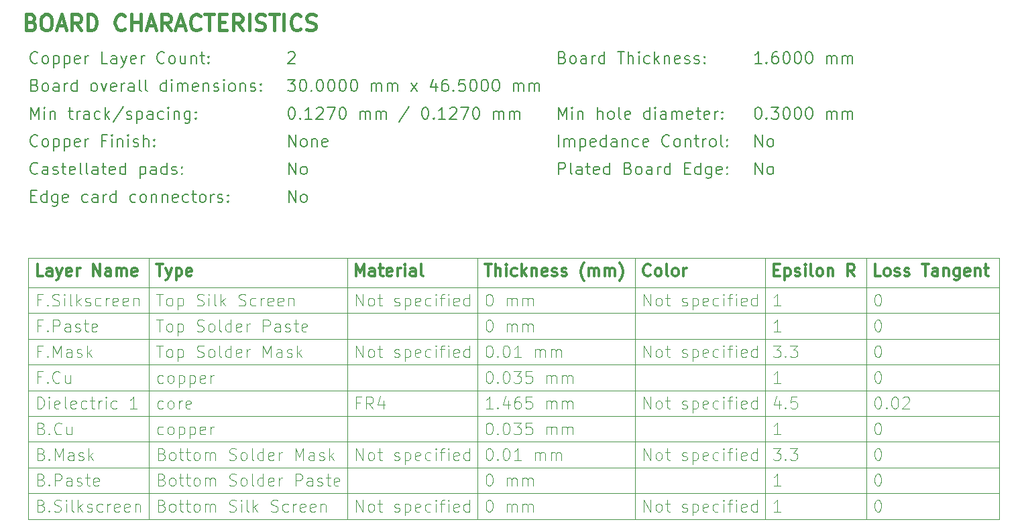
<source format=gbr>
%TF.GenerationSoftware,KiCad,Pcbnew,7.99.0-950-gc4668c1d3a-dirty*%
%TF.CreationDate,2023-06-01T03:31:39+08:00*%
%TF.ProjectId,HeartRateMonitor,48656172-7452-4617-9465-4d6f6e69746f,C*%
%TF.SameCoordinates,Original*%
%TF.FileFunction,Other,User*%
%FSLAX46Y46*%
G04 Gerber Fmt 4.6, Leading zero omitted, Abs format (unit mm)*
G04 Created by KiCad (PCBNEW 7.99.0-950-gc4668c1d3a-dirty) date 2023-06-01 03:31:39*
%MOMM*%
%LPD*%
G01*
G04 APERTURE LIST*
%ADD10C,0.100000*%
%ADD11C,0.300000*%
%ADD12C,0.200000*%
%ADD13C,0.400000*%
G04 APERTURE END LIST*
D10*
X113218000Y-81371428D02*
X113360857Y-81371428D01*
X113360857Y-81371428D02*
X113503714Y-81442857D01*
X113503714Y-81442857D02*
X113575143Y-81514285D01*
X113575143Y-81514285D02*
X113646571Y-81657142D01*
X113646571Y-81657142D02*
X113718000Y-81942857D01*
X113718000Y-81942857D02*
X113718000Y-82300000D01*
X113718000Y-82300000D02*
X113646571Y-82585714D01*
X113646571Y-82585714D02*
X113575143Y-82728571D01*
X113575143Y-82728571D02*
X113503714Y-82800000D01*
X113503714Y-82800000D02*
X113360857Y-82871428D01*
X113360857Y-82871428D02*
X113218000Y-82871428D01*
X113218000Y-82871428D02*
X113075143Y-82800000D01*
X113075143Y-82800000D02*
X113003714Y-82728571D01*
X113003714Y-82728571D02*
X112932285Y-82585714D01*
X112932285Y-82585714D02*
X112860857Y-82300000D01*
X112860857Y-82300000D02*
X112860857Y-81942857D01*
X112860857Y-81942857D02*
X112932285Y-81657142D01*
X112932285Y-81657142D02*
X113003714Y-81514285D01*
X113003714Y-81514285D02*
X113075143Y-81442857D01*
X113075143Y-81442857D02*
X113218000Y-81371428D01*
X115503713Y-82871428D02*
X115503713Y-81871428D01*
X115503713Y-82014285D02*
X115575142Y-81942857D01*
X115575142Y-81942857D02*
X115717999Y-81871428D01*
X115717999Y-81871428D02*
X115932285Y-81871428D01*
X115932285Y-81871428D02*
X116075142Y-81942857D01*
X116075142Y-81942857D02*
X116146571Y-82085714D01*
X116146571Y-82085714D02*
X116146571Y-82871428D01*
X116146571Y-82085714D02*
X116217999Y-81942857D01*
X116217999Y-81942857D02*
X116360856Y-81871428D01*
X116360856Y-81871428D02*
X116575142Y-81871428D01*
X116575142Y-81871428D02*
X116717999Y-81942857D01*
X116717999Y-81942857D02*
X116789428Y-82085714D01*
X116789428Y-82085714D02*
X116789428Y-82871428D01*
X117503713Y-82871428D02*
X117503713Y-81871428D01*
X117503713Y-82014285D02*
X117575142Y-81942857D01*
X117575142Y-81942857D02*
X117717999Y-81871428D01*
X117717999Y-81871428D02*
X117932285Y-81871428D01*
X117932285Y-81871428D02*
X118075142Y-81942857D01*
X118075142Y-81942857D02*
X118146571Y-82085714D01*
X118146571Y-82085714D02*
X118146571Y-82871428D01*
X118146571Y-82085714D02*
X118217999Y-81942857D01*
X118217999Y-81942857D02*
X118360856Y-81871428D01*
X118360856Y-81871428D02*
X118575142Y-81871428D01*
X118575142Y-81871428D02*
X118717999Y-81942857D01*
X118717999Y-81942857D02*
X118789428Y-82085714D01*
X118789428Y-82085714D02*
X118789428Y-82871428D01*
X113218000Y-74871428D02*
X113360857Y-74871428D01*
X113360857Y-74871428D02*
X113503714Y-74942857D01*
X113503714Y-74942857D02*
X113575143Y-75014285D01*
X113575143Y-75014285D02*
X113646571Y-75157142D01*
X113646571Y-75157142D02*
X113718000Y-75442857D01*
X113718000Y-75442857D02*
X113718000Y-75800000D01*
X113718000Y-75800000D02*
X113646571Y-76085714D01*
X113646571Y-76085714D02*
X113575143Y-76228571D01*
X113575143Y-76228571D02*
X113503714Y-76300000D01*
X113503714Y-76300000D02*
X113360857Y-76371428D01*
X113360857Y-76371428D02*
X113218000Y-76371428D01*
X113218000Y-76371428D02*
X113075143Y-76300000D01*
X113075143Y-76300000D02*
X113003714Y-76228571D01*
X113003714Y-76228571D02*
X112932285Y-76085714D01*
X112932285Y-76085714D02*
X112860857Y-75800000D01*
X112860857Y-75800000D02*
X112860857Y-75442857D01*
X112860857Y-75442857D02*
X112932285Y-75157142D01*
X112932285Y-75157142D02*
X113003714Y-75014285D01*
X113003714Y-75014285D02*
X113075143Y-74942857D01*
X113075143Y-74942857D02*
X113218000Y-74871428D01*
X114360856Y-76228571D02*
X114432285Y-76300000D01*
X114432285Y-76300000D02*
X114360856Y-76371428D01*
X114360856Y-76371428D02*
X114289428Y-76300000D01*
X114289428Y-76300000D02*
X114360856Y-76228571D01*
X114360856Y-76228571D02*
X114360856Y-76371428D01*
X115360857Y-74871428D02*
X115503714Y-74871428D01*
X115503714Y-74871428D02*
X115646571Y-74942857D01*
X115646571Y-74942857D02*
X115718000Y-75014285D01*
X115718000Y-75014285D02*
X115789428Y-75157142D01*
X115789428Y-75157142D02*
X115860857Y-75442857D01*
X115860857Y-75442857D02*
X115860857Y-75800000D01*
X115860857Y-75800000D02*
X115789428Y-76085714D01*
X115789428Y-76085714D02*
X115718000Y-76228571D01*
X115718000Y-76228571D02*
X115646571Y-76300000D01*
X115646571Y-76300000D02*
X115503714Y-76371428D01*
X115503714Y-76371428D02*
X115360857Y-76371428D01*
X115360857Y-76371428D02*
X115218000Y-76300000D01*
X115218000Y-76300000D02*
X115146571Y-76228571D01*
X115146571Y-76228571D02*
X115075142Y-76085714D01*
X115075142Y-76085714D02*
X115003714Y-75800000D01*
X115003714Y-75800000D02*
X115003714Y-75442857D01*
X115003714Y-75442857D02*
X115075142Y-75157142D01*
X115075142Y-75157142D02*
X115146571Y-75014285D01*
X115146571Y-75014285D02*
X115218000Y-74942857D01*
X115218000Y-74942857D02*
X115360857Y-74871428D01*
X117289428Y-76371428D02*
X116432285Y-76371428D01*
X116860856Y-76371428D02*
X116860856Y-74871428D01*
X116860856Y-74871428D02*
X116717999Y-75085714D01*
X116717999Y-75085714D02*
X116575142Y-75228571D01*
X116575142Y-75228571D02*
X116432285Y-75300000D01*
X119075141Y-76371428D02*
X119075141Y-75371428D01*
X119075141Y-75514285D02*
X119146570Y-75442857D01*
X119146570Y-75442857D02*
X119289427Y-75371428D01*
X119289427Y-75371428D02*
X119503713Y-75371428D01*
X119503713Y-75371428D02*
X119646570Y-75442857D01*
X119646570Y-75442857D02*
X119717999Y-75585714D01*
X119717999Y-75585714D02*
X119717999Y-76371428D01*
X119717999Y-75585714D02*
X119789427Y-75442857D01*
X119789427Y-75442857D02*
X119932284Y-75371428D01*
X119932284Y-75371428D02*
X120146570Y-75371428D01*
X120146570Y-75371428D02*
X120289427Y-75442857D01*
X120289427Y-75442857D02*
X120360856Y-75585714D01*
X120360856Y-75585714D02*
X120360856Y-76371428D01*
X121075141Y-76371428D02*
X121075141Y-75371428D01*
X121075141Y-75514285D02*
X121146570Y-75442857D01*
X121146570Y-75442857D02*
X121289427Y-75371428D01*
X121289427Y-75371428D02*
X121503713Y-75371428D01*
X121503713Y-75371428D02*
X121646570Y-75442857D01*
X121646570Y-75442857D02*
X121717999Y-75585714D01*
X121717999Y-75585714D02*
X121717999Y-76371428D01*
X121717999Y-75585714D02*
X121789427Y-75442857D01*
X121789427Y-75442857D02*
X121932284Y-75371428D01*
X121932284Y-75371428D02*
X122146570Y-75371428D01*
X122146570Y-75371428D02*
X122289427Y-75442857D01*
X122289427Y-75442857D02*
X122360856Y-75585714D01*
X122360856Y-75585714D02*
X122360856Y-76371428D01*
D11*
X71246571Y-51621428D02*
X72103714Y-51621428D01*
X71675142Y-53121428D02*
X71675142Y-51621428D01*
X72460856Y-52121428D02*
X72817999Y-53121428D01*
X73175142Y-52121428D02*
X72817999Y-53121428D01*
X72817999Y-53121428D02*
X72675142Y-53478571D01*
X72675142Y-53478571D02*
X72603713Y-53550000D01*
X72603713Y-53550000D02*
X72460856Y-53621428D01*
X73746570Y-52121428D02*
X73746570Y-53621428D01*
X73746570Y-52192857D02*
X73889428Y-52121428D01*
X73889428Y-52121428D02*
X74175142Y-52121428D01*
X74175142Y-52121428D02*
X74317999Y-52192857D01*
X74317999Y-52192857D02*
X74389428Y-52264285D01*
X74389428Y-52264285D02*
X74460856Y-52407142D01*
X74460856Y-52407142D02*
X74460856Y-52835714D01*
X74460856Y-52835714D02*
X74389428Y-52978571D01*
X74389428Y-52978571D02*
X74317999Y-53050000D01*
X74317999Y-53050000D02*
X74175142Y-53121428D01*
X74175142Y-53121428D02*
X73889428Y-53121428D01*
X73889428Y-53121428D02*
X73746570Y-53050000D01*
X75675142Y-53050000D02*
X75532285Y-53121428D01*
X75532285Y-53121428D02*
X75246571Y-53121428D01*
X75246571Y-53121428D02*
X75103713Y-53050000D01*
X75103713Y-53050000D02*
X75032285Y-52907142D01*
X75032285Y-52907142D02*
X75032285Y-52335714D01*
X75032285Y-52335714D02*
X75103713Y-52192857D01*
X75103713Y-52192857D02*
X75246571Y-52121428D01*
X75246571Y-52121428D02*
X75532285Y-52121428D01*
X75532285Y-52121428D02*
X75675142Y-52192857D01*
X75675142Y-52192857D02*
X75746571Y-52335714D01*
X75746571Y-52335714D02*
X75746571Y-52478571D01*
X75746571Y-52478571D02*
X75032285Y-52621428D01*
D10*
X150046573Y-73121428D02*
X149189430Y-73121428D01*
X149618001Y-73121428D02*
X149618001Y-71621428D01*
X149618001Y-71621428D02*
X149475144Y-71835714D01*
X149475144Y-71835714D02*
X149332287Y-71978571D01*
X149332287Y-71978571D02*
X149189430Y-72050000D01*
D11*
X162710859Y-53121428D02*
X161996573Y-53121428D01*
X161996573Y-53121428D02*
X161996573Y-51621428D01*
X163425145Y-53121428D02*
X163282288Y-53050000D01*
X163282288Y-53050000D02*
X163210859Y-52978571D01*
X163210859Y-52978571D02*
X163139431Y-52835714D01*
X163139431Y-52835714D02*
X163139431Y-52407142D01*
X163139431Y-52407142D02*
X163210859Y-52264285D01*
X163210859Y-52264285D02*
X163282288Y-52192857D01*
X163282288Y-52192857D02*
X163425145Y-52121428D01*
X163425145Y-52121428D02*
X163639431Y-52121428D01*
X163639431Y-52121428D02*
X163782288Y-52192857D01*
X163782288Y-52192857D02*
X163853717Y-52264285D01*
X163853717Y-52264285D02*
X163925145Y-52407142D01*
X163925145Y-52407142D02*
X163925145Y-52835714D01*
X163925145Y-52835714D02*
X163853717Y-52978571D01*
X163853717Y-52978571D02*
X163782288Y-53050000D01*
X163782288Y-53050000D02*
X163639431Y-53121428D01*
X163639431Y-53121428D02*
X163425145Y-53121428D01*
X164496574Y-53050000D02*
X164639431Y-53121428D01*
X164639431Y-53121428D02*
X164925145Y-53121428D01*
X164925145Y-53121428D02*
X165068002Y-53050000D01*
X165068002Y-53050000D02*
X165139431Y-52907142D01*
X165139431Y-52907142D02*
X165139431Y-52835714D01*
X165139431Y-52835714D02*
X165068002Y-52692857D01*
X165068002Y-52692857D02*
X164925145Y-52621428D01*
X164925145Y-52621428D02*
X164710860Y-52621428D01*
X164710860Y-52621428D02*
X164568002Y-52550000D01*
X164568002Y-52550000D02*
X164496574Y-52407142D01*
X164496574Y-52407142D02*
X164496574Y-52335714D01*
X164496574Y-52335714D02*
X164568002Y-52192857D01*
X164568002Y-52192857D02*
X164710860Y-52121428D01*
X164710860Y-52121428D02*
X164925145Y-52121428D01*
X164925145Y-52121428D02*
X165068002Y-52192857D01*
X165710860Y-53050000D02*
X165853717Y-53121428D01*
X165853717Y-53121428D02*
X166139431Y-53121428D01*
X166139431Y-53121428D02*
X166282288Y-53050000D01*
X166282288Y-53050000D02*
X166353717Y-52907142D01*
X166353717Y-52907142D02*
X166353717Y-52835714D01*
X166353717Y-52835714D02*
X166282288Y-52692857D01*
X166282288Y-52692857D02*
X166139431Y-52621428D01*
X166139431Y-52621428D02*
X165925146Y-52621428D01*
X165925146Y-52621428D02*
X165782288Y-52550000D01*
X165782288Y-52550000D02*
X165710860Y-52407142D01*
X165710860Y-52407142D02*
X165710860Y-52335714D01*
X165710860Y-52335714D02*
X165782288Y-52192857D01*
X165782288Y-52192857D02*
X165925146Y-52121428D01*
X165925146Y-52121428D02*
X166139431Y-52121428D01*
X166139431Y-52121428D02*
X166282288Y-52192857D01*
X167925146Y-51621428D02*
X168782289Y-51621428D01*
X168353717Y-53121428D02*
X168353717Y-51621428D01*
X169925146Y-53121428D02*
X169925146Y-52335714D01*
X169925146Y-52335714D02*
X169853717Y-52192857D01*
X169853717Y-52192857D02*
X169710860Y-52121428D01*
X169710860Y-52121428D02*
X169425146Y-52121428D01*
X169425146Y-52121428D02*
X169282288Y-52192857D01*
X169925146Y-53050000D02*
X169782288Y-53121428D01*
X169782288Y-53121428D02*
X169425146Y-53121428D01*
X169425146Y-53121428D02*
X169282288Y-53050000D01*
X169282288Y-53050000D02*
X169210860Y-52907142D01*
X169210860Y-52907142D02*
X169210860Y-52764285D01*
X169210860Y-52764285D02*
X169282288Y-52621428D01*
X169282288Y-52621428D02*
X169425146Y-52550000D01*
X169425146Y-52550000D02*
X169782288Y-52550000D01*
X169782288Y-52550000D02*
X169925146Y-52478571D01*
X170639431Y-52121428D02*
X170639431Y-53121428D01*
X170639431Y-52264285D02*
X170710860Y-52192857D01*
X170710860Y-52192857D02*
X170853717Y-52121428D01*
X170853717Y-52121428D02*
X171068003Y-52121428D01*
X171068003Y-52121428D02*
X171210860Y-52192857D01*
X171210860Y-52192857D02*
X171282289Y-52335714D01*
X171282289Y-52335714D02*
X171282289Y-53121428D01*
X172639432Y-52121428D02*
X172639432Y-53335714D01*
X172639432Y-53335714D02*
X172568003Y-53478571D01*
X172568003Y-53478571D02*
X172496574Y-53550000D01*
X172496574Y-53550000D02*
X172353717Y-53621428D01*
X172353717Y-53621428D02*
X172139432Y-53621428D01*
X172139432Y-53621428D02*
X171996574Y-53550000D01*
X172639432Y-53050000D02*
X172496574Y-53121428D01*
X172496574Y-53121428D02*
X172210860Y-53121428D01*
X172210860Y-53121428D02*
X172068003Y-53050000D01*
X172068003Y-53050000D02*
X171996574Y-52978571D01*
X171996574Y-52978571D02*
X171925146Y-52835714D01*
X171925146Y-52835714D02*
X171925146Y-52407142D01*
X171925146Y-52407142D02*
X171996574Y-52264285D01*
X171996574Y-52264285D02*
X172068003Y-52192857D01*
X172068003Y-52192857D02*
X172210860Y-52121428D01*
X172210860Y-52121428D02*
X172496574Y-52121428D01*
X172496574Y-52121428D02*
X172639432Y-52192857D01*
X173925146Y-53050000D02*
X173782289Y-53121428D01*
X173782289Y-53121428D02*
X173496575Y-53121428D01*
X173496575Y-53121428D02*
X173353717Y-53050000D01*
X173353717Y-53050000D02*
X173282289Y-52907142D01*
X173282289Y-52907142D02*
X173282289Y-52335714D01*
X173282289Y-52335714D02*
X173353717Y-52192857D01*
X173353717Y-52192857D02*
X173496575Y-52121428D01*
X173496575Y-52121428D02*
X173782289Y-52121428D01*
X173782289Y-52121428D02*
X173925146Y-52192857D01*
X173925146Y-52192857D02*
X173996575Y-52335714D01*
X173996575Y-52335714D02*
X173996575Y-52478571D01*
X173996575Y-52478571D02*
X173282289Y-52621428D01*
X174639431Y-52121428D02*
X174639431Y-53121428D01*
X174639431Y-52264285D02*
X174710860Y-52192857D01*
X174710860Y-52192857D02*
X174853717Y-52121428D01*
X174853717Y-52121428D02*
X175068003Y-52121428D01*
X175068003Y-52121428D02*
X175210860Y-52192857D01*
X175210860Y-52192857D02*
X175282289Y-52335714D01*
X175282289Y-52335714D02*
X175282289Y-53121428D01*
X175782289Y-52121428D02*
X176353717Y-52121428D01*
X175996574Y-51621428D02*
X175996574Y-52907142D01*
X175996574Y-52907142D02*
X176068003Y-53050000D01*
X176068003Y-53050000D02*
X176210860Y-53121428D01*
X176210860Y-53121428D02*
X176353717Y-53121428D01*
D10*
X113218000Y-61871428D02*
X113360857Y-61871428D01*
X113360857Y-61871428D02*
X113503714Y-61942857D01*
X113503714Y-61942857D02*
X113575143Y-62014285D01*
X113575143Y-62014285D02*
X113646571Y-62157142D01*
X113646571Y-62157142D02*
X113718000Y-62442857D01*
X113718000Y-62442857D02*
X113718000Y-62800000D01*
X113718000Y-62800000D02*
X113646571Y-63085714D01*
X113646571Y-63085714D02*
X113575143Y-63228571D01*
X113575143Y-63228571D02*
X113503714Y-63300000D01*
X113503714Y-63300000D02*
X113360857Y-63371428D01*
X113360857Y-63371428D02*
X113218000Y-63371428D01*
X113218000Y-63371428D02*
X113075143Y-63300000D01*
X113075143Y-63300000D02*
X113003714Y-63228571D01*
X113003714Y-63228571D02*
X112932285Y-63085714D01*
X112932285Y-63085714D02*
X112860857Y-62800000D01*
X112860857Y-62800000D02*
X112860857Y-62442857D01*
X112860857Y-62442857D02*
X112932285Y-62157142D01*
X112932285Y-62157142D02*
X113003714Y-62014285D01*
X113003714Y-62014285D02*
X113075143Y-61942857D01*
X113075143Y-61942857D02*
X113218000Y-61871428D01*
X114360856Y-63228571D02*
X114432285Y-63300000D01*
X114432285Y-63300000D02*
X114360856Y-63371428D01*
X114360856Y-63371428D02*
X114289428Y-63300000D01*
X114289428Y-63300000D02*
X114360856Y-63228571D01*
X114360856Y-63228571D02*
X114360856Y-63371428D01*
X115360857Y-61871428D02*
X115503714Y-61871428D01*
X115503714Y-61871428D02*
X115646571Y-61942857D01*
X115646571Y-61942857D02*
X115718000Y-62014285D01*
X115718000Y-62014285D02*
X115789428Y-62157142D01*
X115789428Y-62157142D02*
X115860857Y-62442857D01*
X115860857Y-62442857D02*
X115860857Y-62800000D01*
X115860857Y-62800000D02*
X115789428Y-63085714D01*
X115789428Y-63085714D02*
X115718000Y-63228571D01*
X115718000Y-63228571D02*
X115646571Y-63300000D01*
X115646571Y-63300000D02*
X115503714Y-63371428D01*
X115503714Y-63371428D02*
X115360857Y-63371428D01*
X115360857Y-63371428D02*
X115218000Y-63300000D01*
X115218000Y-63300000D02*
X115146571Y-63228571D01*
X115146571Y-63228571D02*
X115075142Y-63085714D01*
X115075142Y-63085714D02*
X115003714Y-62800000D01*
X115003714Y-62800000D02*
X115003714Y-62442857D01*
X115003714Y-62442857D02*
X115075142Y-62157142D01*
X115075142Y-62157142D02*
X115146571Y-62014285D01*
X115146571Y-62014285D02*
X115218000Y-61942857D01*
X115218000Y-61942857D02*
X115360857Y-61871428D01*
X117289428Y-63371428D02*
X116432285Y-63371428D01*
X116860856Y-63371428D02*
X116860856Y-61871428D01*
X116860856Y-61871428D02*
X116717999Y-62085714D01*
X116717999Y-62085714D02*
X116575142Y-62228571D01*
X116575142Y-62228571D02*
X116432285Y-62300000D01*
X119075141Y-63371428D02*
X119075141Y-62371428D01*
X119075141Y-62514285D02*
X119146570Y-62442857D01*
X119146570Y-62442857D02*
X119289427Y-62371428D01*
X119289427Y-62371428D02*
X119503713Y-62371428D01*
X119503713Y-62371428D02*
X119646570Y-62442857D01*
X119646570Y-62442857D02*
X119717999Y-62585714D01*
X119717999Y-62585714D02*
X119717999Y-63371428D01*
X119717999Y-62585714D02*
X119789427Y-62442857D01*
X119789427Y-62442857D02*
X119932284Y-62371428D01*
X119932284Y-62371428D02*
X120146570Y-62371428D01*
X120146570Y-62371428D02*
X120289427Y-62442857D01*
X120289427Y-62442857D02*
X120360856Y-62585714D01*
X120360856Y-62585714D02*
X120360856Y-63371428D01*
X121075141Y-63371428D02*
X121075141Y-62371428D01*
X121075141Y-62514285D02*
X121146570Y-62442857D01*
X121146570Y-62442857D02*
X121289427Y-62371428D01*
X121289427Y-62371428D02*
X121503713Y-62371428D01*
X121503713Y-62371428D02*
X121646570Y-62442857D01*
X121646570Y-62442857D02*
X121717999Y-62585714D01*
X121717999Y-62585714D02*
X121717999Y-63371428D01*
X121717999Y-62585714D02*
X121789427Y-62442857D01*
X121789427Y-62442857D02*
X121932284Y-62371428D01*
X121932284Y-62371428D02*
X122146570Y-62371428D01*
X122146570Y-62371428D02*
X122289427Y-62442857D01*
X122289427Y-62442857D02*
X122360856Y-62585714D01*
X122360856Y-62585714D02*
X122360856Y-63371428D01*
X113218000Y-55371428D02*
X113360857Y-55371428D01*
X113360857Y-55371428D02*
X113503714Y-55442857D01*
X113503714Y-55442857D02*
X113575143Y-55514285D01*
X113575143Y-55514285D02*
X113646571Y-55657142D01*
X113646571Y-55657142D02*
X113718000Y-55942857D01*
X113718000Y-55942857D02*
X113718000Y-56300000D01*
X113718000Y-56300000D02*
X113646571Y-56585714D01*
X113646571Y-56585714D02*
X113575143Y-56728571D01*
X113575143Y-56728571D02*
X113503714Y-56800000D01*
X113503714Y-56800000D02*
X113360857Y-56871428D01*
X113360857Y-56871428D02*
X113218000Y-56871428D01*
X113218000Y-56871428D02*
X113075143Y-56800000D01*
X113075143Y-56800000D02*
X113003714Y-56728571D01*
X113003714Y-56728571D02*
X112932285Y-56585714D01*
X112932285Y-56585714D02*
X112860857Y-56300000D01*
X112860857Y-56300000D02*
X112860857Y-55942857D01*
X112860857Y-55942857D02*
X112932285Y-55657142D01*
X112932285Y-55657142D02*
X113003714Y-55514285D01*
X113003714Y-55514285D02*
X113075143Y-55442857D01*
X113075143Y-55442857D02*
X113218000Y-55371428D01*
X115503713Y-56871428D02*
X115503713Y-55871428D01*
X115503713Y-56014285D02*
X115575142Y-55942857D01*
X115575142Y-55942857D02*
X115717999Y-55871428D01*
X115717999Y-55871428D02*
X115932285Y-55871428D01*
X115932285Y-55871428D02*
X116075142Y-55942857D01*
X116075142Y-55942857D02*
X116146571Y-56085714D01*
X116146571Y-56085714D02*
X116146571Y-56871428D01*
X116146571Y-56085714D02*
X116217999Y-55942857D01*
X116217999Y-55942857D02*
X116360856Y-55871428D01*
X116360856Y-55871428D02*
X116575142Y-55871428D01*
X116575142Y-55871428D02*
X116717999Y-55942857D01*
X116717999Y-55942857D02*
X116789428Y-56085714D01*
X116789428Y-56085714D02*
X116789428Y-56871428D01*
X117503713Y-56871428D02*
X117503713Y-55871428D01*
X117503713Y-56014285D02*
X117575142Y-55942857D01*
X117575142Y-55942857D02*
X117717999Y-55871428D01*
X117717999Y-55871428D02*
X117932285Y-55871428D01*
X117932285Y-55871428D02*
X118075142Y-55942857D01*
X118075142Y-55942857D02*
X118146571Y-56085714D01*
X118146571Y-56085714D02*
X118146571Y-56871428D01*
X118146571Y-56085714D02*
X118217999Y-55942857D01*
X118217999Y-55942857D02*
X118360856Y-55871428D01*
X118360856Y-55871428D02*
X118575142Y-55871428D01*
X118575142Y-55871428D02*
X118717999Y-55942857D01*
X118717999Y-55942857D02*
X118789428Y-56085714D01*
X118789428Y-56085714D02*
X118789428Y-56871428D01*
X96982284Y-69085714D02*
X96482284Y-69085714D01*
X96482284Y-69871428D02*
X96482284Y-68371428D01*
X96482284Y-68371428D02*
X97196570Y-68371428D01*
X98625141Y-69871428D02*
X98125141Y-69157142D01*
X97767998Y-69871428D02*
X97767998Y-68371428D01*
X97767998Y-68371428D02*
X98339427Y-68371428D01*
X98339427Y-68371428D02*
X98482284Y-68442857D01*
X98482284Y-68442857D02*
X98553713Y-68514285D01*
X98553713Y-68514285D02*
X98625141Y-68657142D01*
X98625141Y-68657142D02*
X98625141Y-68871428D01*
X98625141Y-68871428D02*
X98553713Y-69014285D01*
X98553713Y-69014285D02*
X98482284Y-69085714D01*
X98482284Y-69085714D02*
X98339427Y-69157142D01*
X98339427Y-69157142D02*
X97767998Y-69157142D01*
X99910856Y-68871428D02*
X99910856Y-69871428D01*
X99553713Y-68300000D02*
X99196570Y-69371428D01*
X99196570Y-69371428D02*
X100125141Y-69371428D01*
X96482284Y-63371428D02*
X96482284Y-61871428D01*
X96482284Y-61871428D02*
X97339427Y-63371428D01*
X97339427Y-63371428D02*
X97339427Y-61871428D01*
X98267999Y-63371428D02*
X98125142Y-63300000D01*
X98125142Y-63300000D02*
X98053713Y-63228571D01*
X98053713Y-63228571D02*
X97982285Y-63085714D01*
X97982285Y-63085714D02*
X97982285Y-62657142D01*
X97982285Y-62657142D02*
X98053713Y-62514285D01*
X98053713Y-62514285D02*
X98125142Y-62442857D01*
X98125142Y-62442857D02*
X98267999Y-62371428D01*
X98267999Y-62371428D02*
X98482285Y-62371428D01*
X98482285Y-62371428D02*
X98625142Y-62442857D01*
X98625142Y-62442857D02*
X98696571Y-62514285D01*
X98696571Y-62514285D02*
X98767999Y-62657142D01*
X98767999Y-62657142D02*
X98767999Y-63085714D01*
X98767999Y-63085714D02*
X98696571Y-63228571D01*
X98696571Y-63228571D02*
X98625142Y-63300000D01*
X98625142Y-63300000D02*
X98482285Y-63371428D01*
X98482285Y-63371428D02*
X98267999Y-63371428D01*
X99196571Y-62371428D02*
X99767999Y-62371428D01*
X99410856Y-61871428D02*
X99410856Y-63157142D01*
X99410856Y-63157142D02*
X99482285Y-63300000D01*
X99482285Y-63300000D02*
X99625142Y-63371428D01*
X99625142Y-63371428D02*
X99767999Y-63371428D01*
X101339428Y-63300000D02*
X101482285Y-63371428D01*
X101482285Y-63371428D02*
X101767999Y-63371428D01*
X101767999Y-63371428D02*
X101910856Y-63300000D01*
X101910856Y-63300000D02*
X101982285Y-63157142D01*
X101982285Y-63157142D02*
X101982285Y-63085714D01*
X101982285Y-63085714D02*
X101910856Y-62942857D01*
X101910856Y-62942857D02*
X101767999Y-62871428D01*
X101767999Y-62871428D02*
X101553714Y-62871428D01*
X101553714Y-62871428D02*
X101410856Y-62800000D01*
X101410856Y-62800000D02*
X101339428Y-62657142D01*
X101339428Y-62657142D02*
X101339428Y-62585714D01*
X101339428Y-62585714D02*
X101410856Y-62442857D01*
X101410856Y-62442857D02*
X101553714Y-62371428D01*
X101553714Y-62371428D02*
X101767999Y-62371428D01*
X101767999Y-62371428D02*
X101910856Y-62442857D01*
X102625142Y-62371428D02*
X102625142Y-63871428D01*
X102625142Y-62442857D02*
X102768000Y-62371428D01*
X102768000Y-62371428D02*
X103053714Y-62371428D01*
X103053714Y-62371428D02*
X103196571Y-62442857D01*
X103196571Y-62442857D02*
X103268000Y-62514285D01*
X103268000Y-62514285D02*
X103339428Y-62657142D01*
X103339428Y-62657142D02*
X103339428Y-63085714D01*
X103339428Y-63085714D02*
X103268000Y-63228571D01*
X103268000Y-63228571D02*
X103196571Y-63300000D01*
X103196571Y-63300000D02*
X103053714Y-63371428D01*
X103053714Y-63371428D02*
X102768000Y-63371428D01*
X102768000Y-63371428D02*
X102625142Y-63300000D01*
X104553714Y-63300000D02*
X104410857Y-63371428D01*
X104410857Y-63371428D02*
X104125143Y-63371428D01*
X104125143Y-63371428D02*
X103982285Y-63300000D01*
X103982285Y-63300000D02*
X103910857Y-63157142D01*
X103910857Y-63157142D02*
X103910857Y-62585714D01*
X103910857Y-62585714D02*
X103982285Y-62442857D01*
X103982285Y-62442857D02*
X104125143Y-62371428D01*
X104125143Y-62371428D02*
X104410857Y-62371428D01*
X104410857Y-62371428D02*
X104553714Y-62442857D01*
X104553714Y-62442857D02*
X104625143Y-62585714D01*
X104625143Y-62585714D02*
X104625143Y-62728571D01*
X104625143Y-62728571D02*
X103910857Y-62871428D01*
X105910857Y-63300000D02*
X105767999Y-63371428D01*
X105767999Y-63371428D02*
X105482285Y-63371428D01*
X105482285Y-63371428D02*
X105339428Y-63300000D01*
X105339428Y-63300000D02*
X105267999Y-63228571D01*
X105267999Y-63228571D02*
X105196571Y-63085714D01*
X105196571Y-63085714D02*
X105196571Y-62657142D01*
X105196571Y-62657142D02*
X105267999Y-62514285D01*
X105267999Y-62514285D02*
X105339428Y-62442857D01*
X105339428Y-62442857D02*
X105482285Y-62371428D01*
X105482285Y-62371428D02*
X105767999Y-62371428D01*
X105767999Y-62371428D02*
X105910857Y-62442857D01*
X106553713Y-63371428D02*
X106553713Y-62371428D01*
X106553713Y-61871428D02*
X106482285Y-61942857D01*
X106482285Y-61942857D02*
X106553713Y-62014285D01*
X106553713Y-62014285D02*
X106625142Y-61942857D01*
X106625142Y-61942857D02*
X106553713Y-61871428D01*
X106553713Y-61871428D02*
X106553713Y-62014285D01*
X107053714Y-62371428D02*
X107625142Y-62371428D01*
X107267999Y-63371428D02*
X107267999Y-62085714D01*
X107267999Y-62085714D02*
X107339428Y-61942857D01*
X107339428Y-61942857D02*
X107482285Y-61871428D01*
X107482285Y-61871428D02*
X107625142Y-61871428D01*
X108125142Y-63371428D02*
X108125142Y-62371428D01*
X108125142Y-61871428D02*
X108053714Y-61942857D01*
X108053714Y-61942857D02*
X108125142Y-62014285D01*
X108125142Y-62014285D02*
X108196571Y-61942857D01*
X108196571Y-61942857D02*
X108125142Y-61871428D01*
X108125142Y-61871428D02*
X108125142Y-62014285D01*
X109410857Y-63300000D02*
X109268000Y-63371428D01*
X109268000Y-63371428D02*
X108982286Y-63371428D01*
X108982286Y-63371428D02*
X108839428Y-63300000D01*
X108839428Y-63300000D02*
X108768000Y-63157142D01*
X108768000Y-63157142D02*
X108768000Y-62585714D01*
X108768000Y-62585714D02*
X108839428Y-62442857D01*
X108839428Y-62442857D02*
X108982286Y-62371428D01*
X108982286Y-62371428D02*
X109268000Y-62371428D01*
X109268000Y-62371428D02*
X109410857Y-62442857D01*
X109410857Y-62442857D02*
X109482286Y-62585714D01*
X109482286Y-62585714D02*
X109482286Y-62728571D01*
X109482286Y-62728571D02*
X108768000Y-62871428D01*
X110768000Y-63371428D02*
X110768000Y-61871428D01*
X110768000Y-63300000D02*
X110625142Y-63371428D01*
X110625142Y-63371428D02*
X110339428Y-63371428D01*
X110339428Y-63371428D02*
X110196571Y-63300000D01*
X110196571Y-63300000D02*
X110125142Y-63228571D01*
X110125142Y-63228571D02*
X110053714Y-63085714D01*
X110053714Y-63085714D02*
X110053714Y-62657142D01*
X110053714Y-62657142D02*
X110125142Y-62514285D01*
X110125142Y-62514285D02*
X110196571Y-62442857D01*
X110196571Y-62442857D02*
X110339428Y-62371428D01*
X110339428Y-62371428D02*
X110625142Y-62371428D01*
X110625142Y-62371428D02*
X110768000Y-62442857D01*
X113218000Y-65121428D02*
X113360857Y-65121428D01*
X113360857Y-65121428D02*
X113503714Y-65192857D01*
X113503714Y-65192857D02*
X113575143Y-65264285D01*
X113575143Y-65264285D02*
X113646571Y-65407142D01*
X113646571Y-65407142D02*
X113718000Y-65692857D01*
X113718000Y-65692857D02*
X113718000Y-66050000D01*
X113718000Y-66050000D02*
X113646571Y-66335714D01*
X113646571Y-66335714D02*
X113575143Y-66478571D01*
X113575143Y-66478571D02*
X113503714Y-66550000D01*
X113503714Y-66550000D02*
X113360857Y-66621428D01*
X113360857Y-66621428D02*
X113218000Y-66621428D01*
X113218000Y-66621428D02*
X113075143Y-66550000D01*
X113075143Y-66550000D02*
X113003714Y-66478571D01*
X113003714Y-66478571D02*
X112932285Y-66335714D01*
X112932285Y-66335714D02*
X112860857Y-66050000D01*
X112860857Y-66050000D02*
X112860857Y-65692857D01*
X112860857Y-65692857D02*
X112932285Y-65407142D01*
X112932285Y-65407142D02*
X113003714Y-65264285D01*
X113003714Y-65264285D02*
X113075143Y-65192857D01*
X113075143Y-65192857D02*
X113218000Y-65121428D01*
X114360856Y-66478571D02*
X114432285Y-66550000D01*
X114432285Y-66550000D02*
X114360856Y-66621428D01*
X114360856Y-66621428D02*
X114289428Y-66550000D01*
X114289428Y-66550000D02*
X114360856Y-66478571D01*
X114360856Y-66478571D02*
X114360856Y-66621428D01*
X115360857Y-65121428D02*
X115503714Y-65121428D01*
X115503714Y-65121428D02*
X115646571Y-65192857D01*
X115646571Y-65192857D02*
X115718000Y-65264285D01*
X115718000Y-65264285D02*
X115789428Y-65407142D01*
X115789428Y-65407142D02*
X115860857Y-65692857D01*
X115860857Y-65692857D02*
X115860857Y-66050000D01*
X115860857Y-66050000D02*
X115789428Y-66335714D01*
X115789428Y-66335714D02*
X115718000Y-66478571D01*
X115718000Y-66478571D02*
X115646571Y-66550000D01*
X115646571Y-66550000D02*
X115503714Y-66621428D01*
X115503714Y-66621428D02*
X115360857Y-66621428D01*
X115360857Y-66621428D02*
X115218000Y-66550000D01*
X115218000Y-66550000D02*
X115146571Y-66478571D01*
X115146571Y-66478571D02*
X115075142Y-66335714D01*
X115075142Y-66335714D02*
X115003714Y-66050000D01*
X115003714Y-66050000D02*
X115003714Y-65692857D01*
X115003714Y-65692857D02*
X115075142Y-65407142D01*
X115075142Y-65407142D02*
X115146571Y-65264285D01*
X115146571Y-65264285D02*
X115218000Y-65192857D01*
X115218000Y-65192857D02*
X115360857Y-65121428D01*
X116360856Y-65121428D02*
X117289428Y-65121428D01*
X117289428Y-65121428D02*
X116789428Y-65692857D01*
X116789428Y-65692857D02*
X117003713Y-65692857D01*
X117003713Y-65692857D02*
X117146571Y-65764285D01*
X117146571Y-65764285D02*
X117217999Y-65835714D01*
X117217999Y-65835714D02*
X117289428Y-65978571D01*
X117289428Y-65978571D02*
X117289428Y-66335714D01*
X117289428Y-66335714D02*
X117217999Y-66478571D01*
X117217999Y-66478571D02*
X117146571Y-66550000D01*
X117146571Y-66550000D02*
X117003713Y-66621428D01*
X117003713Y-66621428D02*
X116575142Y-66621428D01*
X116575142Y-66621428D02*
X116432285Y-66550000D01*
X116432285Y-66550000D02*
X116360856Y-66478571D01*
X118646570Y-65121428D02*
X117932284Y-65121428D01*
X117932284Y-65121428D02*
X117860856Y-65835714D01*
X117860856Y-65835714D02*
X117932284Y-65764285D01*
X117932284Y-65764285D02*
X118075142Y-65692857D01*
X118075142Y-65692857D02*
X118432284Y-65692857D01*
X118432284Y-65692857D02*
X118575142Y-65764285D01*
X118575142Y-65764285D02*
X118646570Y-65835714D01*
X118646570Y-65835714D02*
X118717999Y-65978571D01*
X118717999Y-65978571D02*
X118717999Y-66335714D01*
X118717999Y-66335714D02*
X118646570Y-66478571D01*
X118646570Y-66478571D02*
X118575142Y-66550000D01*
X118575142Y-66550000D02*
X118432284Y-66621428D01*
X118432284Y-66621428D02*
X118075142Y-66621428D01*
X118075142Y-66621428D02*
X117932284Y-66550000D01*
X117932284Y-66550000D02*
X117860856Y-66478571D01*
X120503712Y-66621428D02*
X120503712Y-65621428D01*
X120503712Y-65764285D02*
X120575141Y-65692857D01*
X120575141Y-65692857D02*
X120717998Y-65621428D01*
X120717998Y-65621428D02*
X120932284Y-65621428D01*
X120932284Y-65621428D02*
X121075141Y-65692857D01*
X121075141Y-65692857D02*
X121146570Y-65835714D01*
X121146570Y-65835714D02*
X121146570Y-66621428D01*
X121146570Y-65835714D02*
X121217998Y-65692857D01*
X121217998Y-65692857D02*
X121360855Y-65621428D01*
X121360855Y-65621428D02*
X121575141Y-65621428D01*
X121575141Y-65621428D02*
X121717998Y-65692857D01*
X121717998Y-65692857D02*
X121789427Y-65835714D01*
X121789427Y-65835714D02*
X121789427Y-66621428D01*
X122503712Y-66621428D02*
X122503712Y-65621428D01*
X122503712Y-65764285D02*
X122575141Y-65692857D01*
X122575141Y-65692857D02*
X122717998Y-65621428D01*
X122717998Y-65621428D02*
X122932284Y-65621428D01*
X122932284Y-65621428D02*
X123075141Y-65692857D01*
X123075141Y-65692857D02*
X123146570Y-65835714D01*
X123146570Y-65835714D02*
X123146570Y-66621428D01*
X123146570Y-65835714D02*
X123217998Y-65692857D01*
X123217998Y-65692857D02*
X123360855Y-65621428D01*
X123360855Y-65621428D02*
X123575141Y-65621428D01*
X123575141Y-65621428D02*
X123717998Y-65692857D01*
X123717998Y-65692857D02*
X123789427Y-65835714D01*
X123789427Y-65835714D02*
X123789427Y-66621428D01*
X55118000Y-83800000D02*
X177696575Y-83800000D01*
X96482284Y-76371428D02*
X96482284Y-74871428D01*
X96482284Y-74871428D02*
X97339427Y-76371428D01*
X97339427Y-76371428D02*
X97339427Y-74871428D01*
X98267999Y-76371428D02*
X98125142Y-76300000D01*
X98125142Y-76300000D02*
X98053713Y-76228571D01*
X98053713Y-76228571D02*
X97982285Y-76085714D01*
X97982285Y-76085714D02*
X97982285Y-75657142D01*
X97982285Y-75657142D02*
X98053713Y-75514285D01*
X98053713Y-75514285D02*
X98125142Y-75442857D01*
X98125142Y-75442857D02*
X98267999Y-75371428D01*
X98267999Y-75371428D02*
X98482285Y-75371428D01*
X98482285Y-75371428D02*
X98625142Y-75442857D01*
X98625142Y-75442857D02*
X98696571Y-75514285D01*
X98696571Y-75514285D02*
X98767999Y-75657142D01*
X98767999Y-75657142D02*
X98767999Y-76085714D01*
X98767999Y-76085714D02*
X98696571Y-76228571D01*
X98696571Y-76228571D02*
X98625142Y-76300000D01*
X98625142Y-76300000D02*
X98482285Y-76371428D01*
X98482285Y-76371428D02*
X98267999Y-76371428D01*
X99196571Y-75371428D02*
X99767999Y-75371428D01*
X99410856Y-74871428D02*
X99410856Y-76157142D01*
X99410856Y-76157142D02*
X99482285Y-76300000D01*
X99482285Y-76300000D02*
X99625142Y-76371428D01*
X99625142Y-76371428D02*
X99767999Y-76371428D01*
X101339428Y-76300000D02*
X101482285Y-76371428D01*
X101482285Y-76371428D02*
X101767999Y-76371428D01*
X101767999Y-76371428D02*
X101910856Y-76300000D01*
X101910856Y-76300000D02*
X101982285Y-76157142D01*
X101982285Y-76157142D02*
X101982285Y-76085714D01*
X101982285Y-76085714D02*
X101910856Y-75942857D01*
X101910856Y-75942857D02*
X101767999Y-75871428D01*
X101767999Y-75871428D02*
X101553714Y-75871428D01*
X101553714Y-75871428D02*
X101410856Y-75800000D01*
X101410856Y-75800000D02*
X101339428Y-75657142D01*
X101339428Y-75657142D02*
X101339428Y-75585714D01*
X101339428Y-75585714D02*
X101410856Y-75442857D01*
X101410856Y-75442857D02*
X101553714Y-75371428D01*
X101553714Y-75371428D02*
X101767999Y-75371428D01*
X101767999Y-75371428D02*
X101910856Y-75442857D01*
X102625142Y-75371428D02*
X102625142Y-76871428D01*
X102625142Y-75442857D02*
X102768000Y-75371428D01*
X102768000Y-75371428D02*
X103053714Y-75371428D01*
X103053714Y-75371428D02*
X103196571Y-75442857D01*
X103196571Y-75442857D02*
X103268000Y-75514285D01*
X103268000Y-75514285D02*
X103339428Y-75657142D01*
X103339428Y-75657142D02*
X103339428Y-76085714D01*
X103339428Y-76085714D02*
X103268000Y-76228571D01*
X103268000Y-76228571D02*
X103196571Y-76300000D01*
X103196571Y-76300000D02*
X103053714Y-76371428D01*
X103053714Y-76371428D02*
X102768000Y-76371428D01*
X102768000Y-76371428D02*
X102625142Y-76300000D01*
X104553714Y-76300000D02*
X104410857Y-76371428D01*
X104410857Y-76371428D02*
X104125143Y-76371428D01*
X104125143Y-76371428D02*
X103982285Y-76300000D01*
X103982285Y-76300000D02*
X103910857Y-76157142D01*
X103910857Y-76157142D02*
X103910857Y-75585714D01*
X103910857Y-75585714D02*
X103982285Y-75442857D01*
X103982285Y-75442857D02*
X104125143Y-75371428D01*
X104125143Y-75371428D02*
X104410857Y-75371428D01*
X104410857Y-75371428D02*
X104553714Y-75442857D01*
X104553714Y-75442857D02*
X104625143Y-75585714D01*
X104625143Y-75585714D02*
X104625143Y-75728571D01*
X104625143Y-75728571D02*
X103910857Y-75871428D01*
X105910857Y-76300000D02*
X105767999Y-76371428D01*
X105767999Y-76371428D02*
X105482285Y-76371428D01*
X105482285Y-76371428D02*
X105339428Y-76300000D01*
X105339428Y-76300000D02*
X105267999Y-76228571D01*
X105267999Y-76228571D02*
X105196571Y-76085714D01*
X105196571Y-76085714D02*
X105196571Y-75657142D01*
X105196571Y-75657142D02*
X105267999Y-75514285D01*
X105267999Y-75514285D02*
X105339428Y-75442857D01*
X105339428Y-75442857D02*
X105482285Y-75371428D01*
X105482285Y-75371428D02*
X105767999Y-75371428D01*
X105767999Y-75371428D02*
X105910857Y-75442857D01*
X106553713Y-76371428D02*
X106553713Y-75371428D01*
X106553713Y-74871428D02*
X106482285Y-74942857D01*
X106482285Y-74942857D02*
X106553713Y-75014285D01*
X106553713Y-75014285D02*
X106625142Y-74942857D01*
X106625142Y-74942857D02*
X106553713Y-74871428D01*
X106553713Y-74871428D02*
X106553713Y-75014285D01*
X107053714Y-75371428D02*
X107625142Y-75371428D01*
X107267999Y-76371428D02*
X107267999Y-75085714D01*
X107267999Y-75085714D02*
X107339428Y-74942857D01*
X107339428Y-74942857D02*
X107482285Y-74871428D01*
X107482285Y-74871428D02*
X107625142Y-74871428D01*
X108125142Y-76371428D02*
X108125142Y-75371428D01*
X108125142Y-74871428D02*
X108053714Y-74942857D01*
X108053714Y-74942857D02*
X108125142Y-75014285D01*
X108125142Y-75014285D02*
X108196571Y-74942857D01*
X108196571Y-74942857D02*
X108125142Y-74871428D01*
X108125142Y-74871428D02*
X108125142Y-75014285D01*
X109410857Y-76300000D02*
X109268000Y-76371428D01*
X109268000Y-76371428D02*
X108982286Y-76371428D01*
X108982286Y-76371428D02*
X108839428Y-76300000D01*
X108839428Y-76300000D02*
X108768000Y-76157142D01*
X108768000Y-76157142D02*
X108768000Y-75585714D01*
X108768000Y-75585714D02*
X108839428Y-75442857D01*
X108839428Y-75442857D02*
X108982286Y-75371428D01*
X108982286Y-75371428D02*
X109268000Y-75371428D01*
X109268000Y-75371428D02*
X109410857Y-75442857D01*
X109410857Y-75442857D02*
X109482286Y-75585714D01*
X109482286Y-75585714D02*
X109482286Y-75728571D01*
X109482286Y-75728571D02*
X108768000Y-75871428D01*
X110768000Y-76371428D02*
X110768000Y-74871428D01*
X110768000Y-76300000D02*
X110625142Y-76371428D01*
X110625142Y-76371428D02*
X110339428Y-76371428D01*
X110339428Y-76371428D02*
X110196571Y-76300000D01*
X110196571Y-76300000D02*
X110125142Y-76228571D01*
X110125142Y-76228571D02*
X110053714Y-76085714D01*
X110053714Y-76085714D02*
X110053714Y-75657142D01*
X110053714Y-75657142D02*
X110125142Y-75514285D01*
X110125142Y-75514285D02*
X110196571Y-75442857D01*
X110196571Y-75442857D02*
X110339428Y-75371428D01*
X110339428Y-75371428D02*
X110625142Y-75371428D01*
X110625142Y-75371428D02*
X110768000Y-75442857D01*
X96482284Y-56871428D02*
X96482284Y-55371428D01*
X96482284Y-55371428D02*
X97339427Y-56871428D01*
X97339427Y-56871428D02*
X97339427Y-55371428D01*
X98267999Y-56871428D02*
X98125142Y-56800000D01*
X98125142Y-56800000D02*
X98053713Y-56728571D01*
X98053713Y-56728571D02*
X97982285Y-56585714D01*
X97982285Y-56585714D02*
X97982285Y-56157142D01*
X97982285Y-56157142D02*
X98053713Y-56014285D01*
X98053713Y-56014285D02*
X98125142Y-55942857D01*
X98125142Y-55942857D02*
X98267999Y-55871428D01*
X98267999Y-55871428D02*
X98482285Y-55871428D01*
X98482285Y-55871428D02*
X98625142Y-55942857D01*
X98625142Y-55942857D02*
X98696571Y-56014285D01*
X98696571Y-56014285D02*
X98767999Y-56157142D01*
X98767999Y-56157142D02*
X98767999Y-56585714D01*
X98767999Y-56585714D02*
X98696571Y-56728571D01*
X98696571Y-56728571D02*
X98625142Y-56800000D01*
X98625142Y-56800000D02*
X98482285Y-56871428D01*
X98482285Y-56871428D02*
X98267999Y-56871428D01*
X99196571Y-55871428D02*
X99767999Y-55871428D01*
X99410856Y-55371428D02*
X99410856Y-56657142D01*
X99410856Y-56657142D02*
X99482285Y-56800000D01*
X99482285Y-56800000D02*
X99625142Y-56871428D01*
X99625142Y-56871428D02*
X99767999Y-56871428D01*
X101339428Y-56800000D02*
X101482285Y-56871428D01*
X101482285Y-56871428D02*
X101767999Y-56871428D01*
X101767999Y-56871428D02*
X101910856Y-56800000D01*
X101910856Y-56800000D02*
X101982285Y-56657142D01*
X101982285Y-56657142D02*
X101982285Y-56585714D01*
X101982285Y-56585714D02*
X101910856Y-56442857D01*
X101910856Y-56442857D02*
X101767999Y-56371428D01*
X101767999Y-56371428D02*
X101553714Y-56371428D01*
X101553714Y-56371428D02*
X101410856Y-56300000D01*
X101410856Y-56300000D02*
X101339428Y-56157142D01*
X101339428Y-56157142D02*
X101339428Y-56085714D01*
X101339428Y-56085714D02*
X101410856Y-55942857D01*
X101410856Y-55942857D02*
X101553714Y-55871428D01*
X101553714Y-55871428D02*
X101767999Y-55871428D01*
X101767999Y-55871428D02*
X101910856Y-55942857D01*
X102625142Y-55871428D02*
X102625142Y-57371428D01*
X102625142Y-55942857D02*
X102768000Y-55871428D01*
X102768000Y-55871428D02*
X103053714Y-55871428D01*
X103053714Y-55871428D02*
X103196571Y-55942857D01*
X103196571Y-55942857D02*
X103268000Y-56014285D01*
X103268000Y-56014285D02*
X103339428Y-56157142D01*
X103339428Y-56157142D02*
X103339428Y-56585714D01*
X103339428Y-56585714D02*
X103268000Y-56728571D01*
X103268000Y-56728571D02*
X103196571Y-56800000D01*
X103196571Y-56800000D02*
X103053714Y-56871428D01*
X103053714Y-56871428D02*
X102768000Y-56871428D01*
X102768000Y-56871428D02*
X102625142Y-56800000D01*
X104553714Y-56800000D02*
X104410857Y-56871428D01*
X104410857Y-56871428D02*
X104125143Y-56871428D01*
X104125143Y-56871428D02*
X103982285Y-56800000D01*
X103982285Y-56800000D02*
X103910857Y-56657142D01*
X103910857Y-56657142D02*
X103910857Y-56085714D01*
X103910857Y-56085714D02*
X103982285Y-55942857D01*
X103982285Y-55942857D02*
X104125143Y-55871428D01*
X104125143Y-55871428D02*
X104410857Y-55871428D01*
X104410857Y-55871428D02*
X104553714Y-55942857D01*
X104553714Y-55942857D02*
X104625143Y-56085714D01*
X104625143Y-56085714D02*
X104625143Y-56228571D01*
X104625143Y-56228571D02*
X103910857Y-56371428D01*
X105910857Y-56800000D02*
X105767999Y-56871428D01*
X105767999Y-56871428D02*
X105482285Y-56871428D01*
X105482285Y-56871428D02*
X105339428Y-56800000D01*
X105339428Y-56800000D02*
X105267999Y-56728571D01*
X105267999Y-56728571D02*
X105196571Y-56585714D01*
X105196571Y-56585714D02*
X105196571Y-56157142D01*
X105196571Y-56157142D02*
X105267999Y-56014285D01*
X105267999Y-56014285D02*
X105339428Y-55942857D01*
X105339428Y-55942857D02*
X105482285Y-55871428D01*
X105482285Y-55871428D02*
X105767999Y-55871428D01*
X105767999Y-55871428D02*
X105910857Y-55942857D01*
X106553713Y-56871428D02*
X106553713Y-55871428D01*
X106553713Y-55371428D02*
X106482285Y-55442857D01*
X106482285Y-55442857D02*
X106553713Y-55514285D01*
X106553713Y-55514285D02*
X106625142Y-55442857D01*
X106625142Y-55442857D02*
X106553713Y-55371428D01*
X106553713Y-55371428D02*
X106553713Y-55514285D01*
X107053714Y-55871428D02*
X107625142Y-55871428D01*
X107267999Y-56871428D02*
X107267999Y-55585714D01*
X107267999Y-55585714D02*
X107339428Y-55442857D01*
X107339428Y-55442857D02*
X107482285Y-55371428D01*
X107482285Y-55371428D02*
X107625142Y-55371428D01*
X108125142Y-56871428D02*
X108125142Y-55871428D01*
X108125142Y-55371428D02*
X108053714Y-55442857D01*
X108053714Y-55442857D02*
X108125142Y-55514285D01*
X108125142Y-55514285D02*
X108196571Y-55442857D01*
X108196571Y-55442857D02*
X108125142Y-55371428D01*
X108125142Y-55371428D02*
X108125142Y-55514285D01*
X109410857Y-56800000D02*
X109268000Y-56871428D01*
X109268000Y-56871428D02*
X108982286Y-56871428D01*
X108982286Y-56871428D02*
X108839428Y-56800000D01*
X108839428Y-56800000D02*
X108768000Y-56657142D01*
X108768000Y-56657142D02*
X108768000Y-56085714D01*
X108768000Y-56085714D02*
X108839428Y-55942857D01*
X108839428Y-55942857D02*
X108982286Y-55871428D01*
X108982286Y-55871428D02*
X109268000Y-55871428D01*
X109268000Y-55871428D02*
X109410857Y-55942857D01*
X109410857Y-55942857D02*
X109482286Y-56085714D01*
X109482286Y-56085714D02*
X109482286Y-56228571D01*
X109482286Y-56228571D02*
X108768000Y-56371428D01*
X110768000Y-56871428D02*
X110768000Y-55371428D01*
X110768000Y-56800000D02*
X110625142Y-56871428D01*
X110625142Y-56871428D02*
X110339428Y-56871428D01*
X110339428Y-56871428D02*
X110196571Y-56800000D01*
X110196571Y-56800000D02*
X110125142Y-56728571D01*
X110125142Y-56728571D02*
X110053714Y-56585714D01*
X110053714Y-56585714D02*
X110053714Y-56157142D01*
X110053714Y-56157142D02*
X110125142Y-56014285D01*
X110125142Y-56014285D02*
X110196571Y-55942857D01*
X110196571Y-55942857D02*
X110339428Y-55871428D01*
X110339428Y-55871428D02*
X110625142Y-55871428D01*
X110625142Y-55871428D02*
X110768000Y-55942857D01*
X113218000Y-78121428D02*
X113360857Y-78121428D01*
X113360857Y-78121428D02*
X113503714Y-78192857D01*
X113503714Y-78192857D02*
X113575143Y-78264285D01*
X113575143Y-78264285D02*
X113646571Y-78407142D01*
X113646571Y-78407142D02*
X113718000Y-78692857D01*
X113718000Y-78692857D02*
X113718000Y-79050000D01*
X113718000Y-79050000D02*
X113646571Y-79335714D01*
X113646571Y-79335714D02*
X113575143Y-79478571D01*
X113575143Y-79478571D02*
X113503714Y-79550000D01*
X113503714Y-79550000D02*
X113360857Y-79621428D01*
X113360857Y-79621428D02*
X113218000Y-79621428D01*
X113218000Y-79621428D02*
X113075143Y-79550000D01*
X113075143Y-79550000D02*
X113003714Y-79478571D01*
X113003714Y-79478571D02*
X112932285Y-79335714D01*
X112932285Y-79335714D02*
X112860857Y-79050000D01*
X112860857Y-79050000D02*
X112860857Y-78692857D01*
X112860857Y-78692857D02*
X112932285Y-78407142D01*
X112932285Y-78407142D02*
X113003714Y-78264285D01*
X113003714Y-78264285D02*
X113075143Y-78192857D01*
X113075143Y-78192857D02*
X113218000Y-78121428D01*
X115503713Y-79621428D02*
X115503713Y-78621428D01*
X115503713Y-78764285D02*
X115575142Y-78692857D01*
X115575142Y-78692857D02*
X115717999Y-78621428D01*
X115717999Y-78621428D02*
X115932285Y-78621428D01*
X115932285Y-78621428D02*
X116075142Y-78692857D01*
X116075142Y-78692857D02*
X116146571Y-78835714D01*
X116146571Y-78835714D02*
X116146571Y-79621428D01*
X116146571Y-78835714D02*
X116217999Y-78692857D01*
X116217999Y-78692857D02*
X116360856Y-78621428D01*
X116360856Y-78621428D02*
X116575142Y-78621428D01*
X116575142Y-78621428D02*
X116717999Y-78692857D01*
X116717999Y-78692857D02*
X116789428Y-78835714D01*
X116789428Y-78835714D02*
X116789428Y-79621428D01*
X117503713Y-79621428D02*
X117503713Y-78621428D01*
X117503713Y-78764285D02*
X117575142Y-78692857D01*
X117575142Y-78692857D02*
X117717999Y-78621428D01*
X117717999Y-78621428D02*
X117932285Y-78621428D01*
X117932285Y-78621428D02*
X118075142Y-78692857D01*
X118075142Y-78692857D02*
X118146571Y-78835714D01*
X118146571Y-78835714D02*
X118146571Y-79621428D01*
X118146571Y-78835714D02*
X118217999Y-78692857D01*
X118217999Y-78692857D02*
X118360856Y-78621428D01*
X118360856Y-78621428D02*
X118575142Y-78621428D01*
X118575142Y-78621428D02*
X118717999Y-78692857D01*
X118717999Y-78692857D02*
X118789428Y-78835714D01*
X118789428Y-78835714D02*
X118789428Y-79621428D01*
D11*
X96482284Y-53121428D02*
X96482284Y-51621428D01*
X96482284Y-51621428D02*
X96982284Y-52692857D01*
X96982284Y-52692857D02*
X97482284Y-51621428D01*
X97482284Y-51621428D02*
X97482284Y-53121428D01*
X98839428Y-53121428D02*
X98839428Y-52335714D01*
X98839428Y-52335714D02*
X98767999Y-52192857D01*
X98767999Y-52192857D02*
X98625142Y-52121428D01*
X98625142Y-52121428D02*
X98339428Y-52121428D01*
X98339428Y-52121428D02*
X98196570Y-52192857D01*
X98839428Y-53050000D02*
X98696570Y-53121428D01*
X98696570Y-53121428D02*
X98339428Y-53121428D01*
X98339428Y-53121428D02*
X98196570Y-53050000D01*
X98196570Y-53050000D02*
X98125142Y-52907142D01*
X98125142Y-52907142D02*
X98125142Y-52764285D01*
X98125142Y-52764285D02*
X98196570Y-52621428D01*
X98196570Y-52621428D02*
X98339428Y-52550000D01*
X98339428Y-52550000D02*
X98696570Y-52550000D01*
X98696570Y-52550000D02*
X98839428Y-52478571D01*
X99339428Y-52121428D02*
X99910856Y-52121428D01*
X99553713Y-51621428D02*
X99553713Y-52907142D01*
X99553713Y-52907142D02*
X99625142Y-53050000D01*
X99625142Y-53050000D02*
X99767999Y-53121428D01*
X99767999Y-53121428D02*
X99910856Y-53121428D01*
X100982285Y-53050000D02*
X100839428Y-53121428D01*
X100839428Y-53121428D02*
X100553714Y-53121428D01*
X100553714Y-53121428D02*
X100410856Y-53050000D01*
X100410856Y-53050000D02*
X100339428Y-52907142D01*
X100339428Y-52907142D02*
X100339428Y-52335714D01*
X100339428Y-52335714D02*
X100410856Y-52192857D01*
X100410856Y-52192857D02*
X100553714Y-52121428D01*
X100553714Y-52121428D02*
X100839428Y-52121428D01*
X100839428Y-52121428D02*
X100982285Y-52192857D01*
X100982285Y-52192857D02*
X101053714Y-52335714D01*
X101053714Y-52335714D02*
X101053714Y-52478571D01*
X101053714Y-52478571D02*
X100339428Y-52621428D01*
X101696570Y-53121428D02*
X101696570Y-52121428D01*
X101696570Y-52407142D02*
X101767999Y-52264285D01*
X101767999Y-52264285D02*
X101839428Y-52192857D01*
X101839428Y-52192857D02*
X101982285Y-52121428D01*
X101982285Y-52121428D02*
X102125142Y-52121428D01*
X102625141Y-53121428D02*
X102625141Y-52121428D01*
X102625141Y-51621428D02*
X102553713Y-51692857D01*
X102553713Y-51692857D02*
X102625141Y-51764285D01*
X102625141Y-51764285D02*
X102696570Y-51692857D01*
X102696570Y-51692857D02*
X102625141Y-51621428D01*
X102625141Y-51621428D02*
X102625141Y-51764285D01*
X103982285Y-53121428D02*
X103982285Y-52335714D01*
X103982285Y-52335714D02*
X103910856Y-52192857D01*
X103910856Y-52192857D02*
X103767999Y-52121428D01*
X103767999Y-52121428D02*
X103482285Y-52121428D01*
X103482285Y-52121428D02*
X103339427Y-52192857D01*
X103982285Y-53050000D02*
X103839427Y-53121428D01*
X103839427Y-53121428D02*
X103482285Y-53121428D01*
X103482285Y-53121428D02*
X103339427Y-53050000D01*
X103339427Y-53050000D02*
X103267999Y-52907142D01*
X103267999Y-52907142D02*
X103267999Y-52764285D01*
X103267999Y-52764285D02*
X103339427Y-52621428D01*
X103339427Y-52621428D02*
X103482285Y-52550000D01*
X103482285Y-52550000D02*
X103839427Y-52550000D01*
X103839427Y-52550000D02*
X103982285Y-52478571D01*
X104910856Y-53121428D02*
X104767999Y-53050000D01*
X104767999Y-53050000D02*
X104696570Y-52907142D01*
X104696570Y-52907142D02*
X104696570Y-51621428D01*
D10*
X71960856Y-82085714D02*
X72175142Y-82157142D01*
X72175142Y-82157142D02*
X72246571Y-82228571D01*
X72246571Y-82228571D02*
X72317999Y-82371428D01*
X72317999Y-82371428D02*
X72317999Y-82585714D01*
X72317999Y-82585714D02*
X72246571Y-82728571D01*
X72246571Y-82728571D02*
X72175142Y-82800000D01*
X72175142Y-82800000D02*
X72032285Y-82871428D01*
X72032285Y-82871428D02*
X71460856Y-82871428D01*
X71460856Y-82871428D02*
X71460856Y-81371428D01*
X71460856Y-81371428D02*
X71960856Y-81371428D01*
X71960856Y-81371428D02*
X72103714Y-81442857D01*
X72103714Y-81442857D02*
X72175142Y-81514285D01*
X72175142Y-81514285D02*
X72246571Y-81657142D01*
X72246571Y-81657142D02*
X72246571Y-81800000D01*
X72246571Y-81800000D02*
X72175142Y-81942857D01*
X72175142Y-81942857D02*
X72103714Y-82014285D01*
X72103714Y-82014285D02*
X71960856Y-82085714D01*
X71960856Y-82085714D02*
X71460856Y-82085714D01*
X73175142Y-82871428D02*
X73032285Y-82800000D01*
X73032285Y-82800000D02*
X72960856Y-82728571D01*
X72960856Y-82728571D02*
X72889428Y-82585714D01*
X72889428Y-82585714D02*
X72889428Y-82157142D01*
X72889428Y-82157142D02*
X72960856Y-82014285D01*
X72960856Y-82014285D02*
X73032285Y-81942857D01*
X73032285Y-81942857D02*
X73175142Y-81871428D01*
X73175142Y-81871428D02*
X73389428Y-81871428D01*
X73389428Y-81871428D02*
X73532285Y-81942857D01*
X73532285Y-81942857D02*
X73603714Y-82014285D01*
X73603714Y-82014285D02*
X73675142Y-82157142D01*
X73675142Y-82157142D02*
X73675142Y-82585714D01*
X73675142Y-82585714D02*
X73603714Y-82728571D01*
X73603714Y-82728571D02*
X73532285Y-82800000D01*
X73532285Y-82800000D02*
X73389428Y-82871428D01*
X73389428Y-82871428D02*
X73175142Y-82871428D01*
X74103714Y-81871428D02*
X74675142Y-81871428D01*
X74317999Y-81371428D02*
X74317999Y-82657142D01*
X74317999Y-82657142D02*
X74389428Y-82800000D01*
X74389428Y-82800000D02*
X74532285Y-82871428D01*
X74532285Y-82871428D02*
X74675142Y-82871428D01*
X74960857Y-81871428D02*
X75532285Y-81871428D01*
X75175142Y-81371428D02*
X75175142Y-82657142D01*
X75175142Y-82657142D02*
X75246571Y-82800000D01*
X75246571Y-82800000D02*
X75389428Y-82871428D01*
X75389428Y-82871428D02*
X75532285Y-82871428D01*
X76246571Y-82871428D02*
X76103714Y-82800000D01*
X76103714Y-82800000D02*
X76032285Y-82728571D01*
X76032285Y-82728571D02*
X75960857Y-82585714D01*
X75960857Y-82585714D02*
X75960857Y-82157142D01*
X75960857Y-82157142D02*
X76032285Y-82014285D01*
X76032285Y-82014285D02*
X76103714Y-81942857D01*
X76103714Y-81942857D02*
X76246571Y-81871428D01*
X76246571Y-81871428D02*
X76460857Y-81871428D01*
X76460857Y-81871428D02*
X76603714Y-81942857D01*
X76603714Y-81942857D02*
X76675143Y-82014285D01*
X76675143Y-82014285D02*
X76746571Y-82157142D01*
X76746571Y-82157142D02*
X76746571Y-82585714D01*
X76746571Y-82585714D02*
X76675143Y-82728571D01*
X76675143Y-82728571D02*
X76603714Y-82800000D01*
X76603714Y-82800000D02*
X76460857Y-82871428D01*
X76460857Y-82871428D02*
X76246571Y-82871428D01*
X77389428Y-82871428D02*
X77389428Y-81871428D01*
X77389428Y-82014285D02*
X77460857Y-81942857D01*
X77460857Y-81942857D02*
X77603714Y-81871428D01*
X77603714Y-81871428D02*
X77818000Y-81871428D01*
X77818000Y-81871428D02*
X77960857Y-81942857D01*
X77960857Y-81942857D02*
X78032286Y-82085714D01*
X78032286Y-82085714D02*
X78032286Y-82871428D01*
X78032286Y-82085714D02*
X78103714Y-81942857D01*
X78103714Y-81942857D02*
X78246571Y-81871428D01*
X78246571Y-81871428D02*
X78460857Y-81871428D01*
X78460857Y-81871428D02*
X78603714Y-81942857D01*
X78603714Y-81942857D02*
X78675143Y-82085714D01*
X78675143Y-82085714D02*
X78675143Y-82871428D01*
X80460857Y-82800000D02*
X80675143Y-82871428D01*
X80675143Y-82871428D02*
X81032285Y-82871428D01*
X81032285Y-82871428D02*
X81175143Y-82800000D01*
X81175143Y-82800000D02*
X81246571Y-82728571D01*
X81246571Y-82728571D02*
X81318000Y-82585714D01*
X81318000Y-82585714D02*
X81318000Y-82442857D01*
X81318000Y-82442857D02*
X81246571Y-82300000D01*
X81246571Y-82300000D02*
X81175143Y-82228571D01*
X81175143Y-82228571D02*
X81032285Y-82157142D01*
X81032285Y-82157142D02*
X80746571Y-82085714D01*
X80746571Y-82085714D02*
X80603714Y-82014285D01*
X80603714Y-82014285D02*
X80532285Y-81942857D01*
X80532285Y-81942857D02*
X80460857Y-81800000D01*
X80460857Y-81800000D02*
X80460857Y-81657142D01*
X80460857Y-81657142D02*
X80532285Y-81514285D01*
X80532285Y-81514285D02*
X80603714Y-81442857D01*
X80603714Y-81442857D02*
X80746571Y-81371428D01*
X80746571Y-81371428D02*
X81103714Y-81371428D01*
X81103714Y-81371428D02*
X81318000Y-81442857D01*
X81960856Y-82871428D02*
X81960856Y-81871428D01*
X81960856Y-81371428D02*
X81889428Y-81442857D01*
X81889428Y-81442857D02*
X81960856Y-81514285D01*
X81960856Y-81514285D02*
X82032285Y-81442857D01*
X82032285Y-81442857D02*
X81960856Y-81371428D01*
X81960856Y-81371428D02*
X81960856Y-81514285D01*
X82889428Y-82871428D02*
X82746571Y-82800000D01*
X82746571Y-82800000D02*
X82675142Y-82657142D01*
X82675142Y-82657142D02*
X82675142Y-81371428D01*
X83460856Y-82871428D02*
X83460856Y-81371428D01*
X83603714Y-82300000D02*
X84032285Y-82871428D01*
X84032285Y-81871428D02*
X83460856Y-82442857D01*
X85746571Y-82800000D02*
X85960857Y-82871428D01*
X85960857Y-82871428D02*
X86317999Y-82871428D01*
X86317999Y-82871428D02*
X86460857Y-82800000D01*
X86460857Y-82800000D02*
X86532285Y-82728571D01*
X86532285Y-82728571D02*
X86603714Y-82585714D01*
X86603714Y-82585714D02*
X86603714Y-82442857D01*
X86603714Y-82442857D02*
X86532285Y-82300000D01*
X86532285Y-82300000D02*
X86460857Y-82228571D01*
X86460857Y-82228571D02*
X86317999Y-82157142D01*
X86317999Y-82157142D02*
X86032285Y-82085714D01*
X86032285Y-82085714D02*
X85889428Y-82014285D01*
X85889428Y-82014285D02*
X85817999Y-81942857D01*
X85817999Y-81942857D02*
X85746571Y-81800000D01*
X85746571Y-81800000D02*
X85746571Y-81657142D01*
X85746571Y-81657142D02*
X85817999Y-81514285D01*
X85817999Y-81514285D02*
X85889428Y-81442857D01*
X85889428Y-81442857D02*
X86032285Y-81371428D01*
X86032285Y-81371428D02*
X86389428Y-81371428D01*
X86389428Y-81371428D02*
X86603714Y-81442857D01*
X87889428Y-82800000D02*
X87746570Y-82871428D01*
X87746570Y-82871428D02*
X87460856Y-82871428D01*
X87460856Y-82871428D02*
X87317999Y-82800000D01*
X87317999Y-82800000D02*
X87246570Y-82728571D01*
X87246570Y-82728571D02*
X87175142Y-82585714D01*
X87175142Y-82585714D02*
X87175142Y-82157142D01*
X87175142Y-82157142D02*
X87246570Y-82014285D01*
X87246570Y-82014285D02*
X87317999Y-81942857D01*
X87317999Y-81942857D02*
X87460856Y-81871428D01*
X87460856Y-81871428D02*
X87746570Y-81871428D01*
X87746570Y-81871428D02*
X87889428Y-81942857D01*
X88532284Y-82871428D02*
X88532284Y-81871428D01*
X88532284Y-82157142D02*
X88603713Y-82014285D01*
X88603713Y-82014285D02*
X88675142Y-81942857D01*
X88675142Y-81942857D02*
X88817999Y-81871428D01*
X88817999Y-81871428D02*
X88960856Y-81871428D01*
X90032284Y-82800000D02*
X89889427Y-82871428D01*
X89889427Y-82871428D02*
X89603713Y-82871428D01*
X89603713Y-82871428D02*
X89460855Y-82800000D01*
X89460855Y-82800000D02*
X89389427Y-82657142D01*
X89389427Y-82657142D02*
X89389427Y-82085714D01*
X89389427Y-82085714D02*
X89460855Y-81942857D01*
X89460855Y-81942857D02*
X89603713Y-81871428D01*
X89603713Y-81871428D02*
X89889427Y-81871428D01*
X89889427Y-81871428D02*
X90032284Y-81942857D01*
X90032284Y-81942857D02*
X90103713Y-82085714D01*
X90103713Y-82085714D02*
X90103713Y-82228571D01*
X90103713Y-82228571D02*
X89389427Y-82371428D01*
X91317998Y-82800000D02*
X91175141Y-82871428D01*
X91175141Y-82871428D02*
X90889427Y-82871428D01*
X90889427Y-82871428D02*
X90746569Y-82800000D01*
X90746569Y-82800000D02*
X90675141Y-82657142D01*
X90675141Y-82657142D02*
X90675141Y-82085714D01*
X90675141Y-82085714D02*
X90746569Y-81942857D01*
X90746569Y-81942857D02*
X90889427Y-81871428D01*
X90889427Y-81871428D02*
X91175141Y-81871428D01*
X91175141Y-81871428D02*
X91317998Y-81942857D01*
X91317998Y-81942857D02*
X91389427Y-82085714D01*
X91389427Y-82085714D02*
X91389427Y-82228571D01*
X91389427Y-82228571D02*
X90675141Y-82371428D01*
X92032283Y-81871428D02*
X92032283Y-82871428D01*
X92032283Y-82014285D02*
X92103712Y-81942857D01*
X92103712Y-81942857D02*
X92246569Y-81871428D01*
X92246569Y-81871428D02*
X92460855Y-81871428D01*
X92460855Y-81871428D02*
X92603712Y-81942857D01*
X92603712Y-81942857D02*
X92675141Y-82085714D01*
X92675141Y-82085714D02*
X92675141Y-82871428D01*
X56725142Y-56085714D02*
X56225142Y-56085714D01*
X56225142Y-56871428D02*
X56225142Y-55371428D01*
X56225142Y-55371428D02*
X56939428Y-55371428D01*
X57510856Y-56728571D02*
X57582285Y-56800000D01*
X57582285Y-56800000D02*
X57510856Y-56871428D01*
X57510856Y-56871428D02*
X57439428Y-56800000D01*
X57439428Y-56800000D02*
X57510856Y-56728571D01*
X57510856Y-56728571D02*
X57510856Y-56871428D01*
X58153714Y-56800000D02*
X58368000Y-56871428D01*
X58368000Y-56871428D02*
X58725142Y-56871428D01*
X58725142Y-56871428D02*
X58868000Y-56800000D01*
X58868000Y-56800000D02*
X58939428Y-56728571D01*
X58939428Y-56728571D02*
X59010857Y-56585714D01*
X59010857Y-56585714D02*
X59010857Y-56442857D01*
X59010857Y-56442857D02*
X58939428Y-56300000D01*
X58939428Y-56300000D02*
X58868000Y-56228571D01*
X58868000Y-56228571D02*
X58725142Y-56157142D01*
X58725142Y-56157142D02*
X58439428Y-56085714D01*
X58439428Y-56085714D02*
X58296571Y-56014285D01*
X58296571Y-56014285D02*
X58225142Y-55942857D01*
X58225142Y-55942857D02*
X58153714Y-55800000D01*
X58153714Y-55800000D02*
X58153714Y-55657142D01*
X58153714Y-55657142D02*
X58225142Y-55514285D01*
X58225142Y-55514285D02*
X58296571Y-55442857D01*
X58296571Y-55442857D02*
X58439428Y-55371428D01*
X58439428Y-55371428D02*
X58796571Y-55371428D01*
X58796571Y-55371428D02*
X59010857Y-55442857D01*
X59653713Y-56871428D02*
X59653713Y-55871428D01*
X59653713Y-55371428D02*
X59582285Y-55442857D01*
X59582285Y-55442857D02*
X59653713Y-55514285D01*
X59653713Y-55514285D02*
X59725142Y-55442857D01*
X59725142Y-55442857D02*
X59653713Y-55371428D01*
X59653713Y-55371428D02*
X59653713Y-55514285D01*
X60582285Y-56871428D02*
X60439428Y-56800000D01*
X60439428Y-56800000D02*
X60367999Y-56657142D01*
X60367999Y-56657142D02*
X60367999Y-55371428D01*
X61153713Y-56871428D02*
X61153713Y-55371428D01*
X61296571Y-56300000D02*
X61725142Y-56871428D01*
X61725142Y-55871428D02*
X61153713Y-56442857D01*
X62296571Y-56800000D02*
X62439428Y-56871428D01*
X62439428Y-56871428D02*
X62725142Y-56871428D01*
X62725142Y-56871428D02*
X62867999Y-56800000D01*
X62867999Y-56800000D02*
X62939428Y-56657142D01*
X62939428Y-56657142D02*
X62939428Y-56585714D01*
X62939428Y-56585714D02*
X62867999Y-56442857D01*
X62867999Y-56442857D02*
X62725142Y-56371428D01*
X62725142Y-56371428D02*
X62510857Y-56371428D01*
X62510857Y-56371428D02*
X62367999Y-56300000D01*
X62367999Y-56300000D02*
X62296571Y-56157142D01*
X62296571Y-56157142D02*
X62296571Y-56085714D01*
X62296571Y-56085714D02*
X62367999Y-55942857D01*
X62367999Y-55942857D02*
X62510857Y-55871428D01*
X62510857Y-55871428D02*
X62725142Y-55871428D01*
X62725142Y-55871428D02*
X62867999Y-55942857D01*
X64225143Y-56800000D02*
X64082285Y-56871428D01*
X64082285Y-56871428D02*
X63796571Y-56871428D01*
X63796571Y-56871428D02*
X63653714Y-56800000D01*
X63653714Y-56800000D02*
X63582285Y-56728571D01*
X63582285Y-56728571D02*
X63510857Y-56585714D01*
X63510857Y-56585714D02*
X63510857Y-56157142D01*
X63510857Y-56157142D02*
X63582285Y-56014285D01*
X63582285Y-56014285D02*
X63653714Y-55942857D01*
X63653714Y-55942857D02*
X63796571Y-55871428D01*
X63796571Y-55871428D02*
X64082285Y-55871428D01*
X64082285Y-55871428D02*
X64225143Y-55942857D01*
X64867999Y-56871428D02*
X64867999Y-55871428D01*
X64867999Y-56157142D02*
X64939428Y-56014285D01*
X64939428Y-56014285D02*
X65010857Y-55942857D01*
X65010857Y-55942857D02*
X65153714Y-55871428D01*
X65153714Y-55871428D02*
X65296571Y-55871428D01*
X66367999Y-56800000D02*
X66225142Y-56871428D01*
X66225142Y-56871428D02*
X65939428Y-56871428D01*
X65939428Y-56871428D02*
X65796570Y-56800000D01*
X65796570Y-56800000D02*
X65725142Y-56657142D01*
X65725142Y-56657142D02*
X65725142Y-56085714D01*
X65725142Y-56085714D02*
X65796570Y-55942857D01*
X65796570Y-55942857D02*
X65939428Y-55871428D01*
X65939428Y-55871428D02*
X66225142Y-55871428D01*
X66225142Y-55871428D02*
X66367999Y-55942857D01*
X66367999Y-55942857D02*
X66439428Y-56085714D01*
X66439428Y-56085714D02*
X66439428Y-56228571D01*
X66439428Y-56228571D02*
X65725142Y-56371428D01*
X67653713Y-56800000D02*
X67510856Y-56871428D01*
X67510856Y-56871428D02*
X67225142Y-56871428D01*
X67225142Y-56871428D02*
X67082284Y-56800000D01*
X67082284Y-56800000D02*
X67010856Y-56657142D01*
X67010856Y-56657142D02*
X67010856Y-56085714D01*
X67010856Y-56085714D02*
X67082284Y-55942857D01*
X67082284Y-55942857D02*
X67225142Y-55871428D01*
X67225142Y-55871428D02*
X67510856Y-55871428D01*
X67510856Y-55871428D02*
X67653713Y-55942857D01*
X67653713Y-55942857D02*
X67725142Y-56085714D01*
X67725142Y-56085714D02*
X67725142Y-56228571D01*
X67725142Y-56228571D02*
X67010856Y-56371428D01*
X68367998Y-55871428D02*
X68367998Y-56871428D01*
X68367998Y-56014285D02*
X68439427Y-55942857D01*
X68439427Y-55942857D02*
X68582284Y-55871428D01*
X68582284Y-55871428D02*
X68796570Y-55871428D01*
X68796570Y-55871428D02*
X68939427Y-55942857D01*
X68939427Y-55942857D02*
X69010856Y-56085714D01*
X69010856Y-56085714D02*
X69010856Y-56871428D01*
X71960856Y-78835714D02*
X72175142Y-78907142D01*
X72175142Y-78907142D02*
X72246571Y-78978571D01*
X72246571Y-78978571D02*
X72317999Y-79121428D01*
X72317999Y-79121428D02*
X72317999Y-79335714D01*
X72317999Y-79335714D02*
X72246571Y-79478571D01*
X72246571Y-79478571D02*
X72175142Y-79550000D01*
X72175142Y-79550000D02*
X72032285Y-79621428D01*
X72032285Y-79621428D02*
X71460856Y-79621428D01*
X71460856Y-79621428D02*
X71460856Y-78121428D01*
X71460856Y-78121428D02*
X71960856Y-78121428D01*
X71960856Y-78121428D02*
X72103714Y-78192857D01*
X72103714Y-78192857D02*
X72175142Y-78264285D01*
X72175142Y-78264285D02*
X72246571Y-78407142D01*
X72246571Y-78407142D02*
X72246571Y-78550000D01*
X72246571Y-78550000D02*
X72175142Y-78692857D01*
X72175142Y-78692857D02*
X72103714Y-78764285D01*
X72103714Y-78764285D02*
X71960856Y-78835714D01*
X71960856Y-78835714D02*
X71460856Y-78835714D01*
X73175142Y-79621428D02*
X73032285Y-79550000D01*
X73032285Y-79550000D02*
X72960856Y-79478571D01*
X72960856Y-79478571D02*
X72889428Y-79335714D01*
X72889428Y-79335714D02*
X72889428Y-78907142D01*
X72889428Y-78907142D02*
X72960856Y-78764285D01*
X72960856Y-78764285D02*
X73032285Y-78692857D01*
X73032285Y-78692857D02*
X73175142Y-78621428D01*
X73175142Y-78621428D02*
X73389428Y-78621428D01*
X73389428Y-78621428D02*
X73532285Y-78692857D01*
X73532285Y-78692857D02*
X73603714Y-78764285D01*
X73603714Y-78764285D02*
X73675142Y-78907142D01*
X73675142Y-78907142D02*
X73675142Y-79335714D01*
X73675142Y-79335714D02*
X73603714Y-79478571D01*
X73603714Y-79478571D02*
X73532285Y-79550000D01*
X73532285Y-79550000D02*
X73389428Y-79621428D01*
X73389428Y-79621428D02*
X73175142Y-79621428D01*
X74103714Y-78621428D02*
X74675142Y-78621428D01*
X74317999Y-78121428D02*
X74317999Y-79407142D01*
X74317999Y-79407142D02*
X74389428Y-79550000D01*
X74389428Y-79550000D02*
X74532285Y-79621428D01*
X74532285Y-79621428D02*
X74675142Y-79621428D01*
X74960857Y-78621428D02*
X75532285Y-78621428D01*
X75175142Y-78121428D02*
X75175142Y-79407142D01*
X75175142Y-79407142D02*
X75246571Y-79550000D01*
X75246571Y-79550000D02*
X75389428Y-79621428D01*
X75389428Y-79621428D02*
X75532285Y-79621428D01*
X76246571Y-79621428D02*
X76103714Y-79550000D01*
X76103714Y-79550000D02*
X76032285Y-79478571D01*
X76032285Y-79478571D02*
X75960857Y-79335714D01*
X75960857Y-79335714D02*
X75960857Y-78907142D01*
X75960857Y-78907142D02*
X76032285Y-78764285D01*
X76032285Y-78764285D02*
X76103714Y-78692857D01*
X76103714Y-78692857D02*
X76246571Y-78621428D01*
X76246571Y-78621428D02*
X76460857Y-78621428D01*
X76460857Y-78621428D02*
X76603714Y-78692857D01*
X76603714Y-78692857D02*
X76675143Y-78764285D01*
X76675143Y-78764285D02*
X76746571Y-78907142D01*
X76746571Y-78907142D02*
X76746571Y-79335714D01*
X76746571Y-79335714D02*
X76675143Y-79478571D01*
X76675143Y-79478571D02*
X76603714Y-79550000D01*
X76603714Y-79550000D02*
X76460857Y-79621428D01*
X76460857Y-79621428D02*
X76246571Y-79621428D01*
X77389428Y-79621428D02*
X77389428Y-78621428D01*
X77389428Y-78764285D02*
X77460857Y-78692857D01*
X77460857Y-78692857D02*
X77603714Y-78621428D01*
X77603714Y-78621428D02*
X77818000Y-78621428D01*
X77818000Y-78621428D02*
X77960857Y-78692857D01*
X77960857Y-78692857D02*
X78032286Y-78835714D01*
X78032286Y-78835714D02*
X78032286Y-79621428D01*
X78032286Y-78835714D02*
X78103714Y-78692857D01*
X78103714Y-78692857D02*
X78246571Y-78621428D01*
X78246571Y-78621428D02*
X78460857Y-78621428D01*
X78460857Y-78621428D02*
X78603714Y-78692857D01*
X78603714Y-78692857D02*
X78675143Y-78835714D01*
X78675143Y-78835714D02*
X78675143Y-79621428D01*
X80460857Y-79550000D02*
X80675143Y-79621428D01*
X80675143Y-79621428D02*
X81032285Y-79621428D01*
X81032285Y-79621428D02*
X81175143Y-79550000D01*
X81175143Y-79550000D02*
X81246571Y-79478571D01*
X81246571Y-79478571D02*
X81318000Y-79335714D01*
X81318000Y-79335714D02*
X81318000Y-79192857D01*
X81318000Y-79192857D02*
X81246571Y-79050000D01*
X81246571Y-79050000D02*
X81175143Y-78978571D01*
X81175143Y-78978571D02*
X81032285Y-78907142D01*
X81032285Y-78907142D02*
X80746571Y-78835714D01*
X80746571Y-78835714D02*
X80603714Y-78764285D01*
X80603714Y-78764285D02*
X80532285Y-78692857D01*
X80532285Y-78692857D02*
X80460857Y-78550000D01*
X80460857Y-78550000D02*
X80460857Y-78407142D01*
X80460857Y-78407142D02*
X80532285Y-78264285D01*
X80532285Y-78264285D02*
X80603714Y-78192857D01*
X80603714Y-78192857D02*
X80746571Y-78121428D01*
X80746571Y-78121428D02*
X81103714Y-78121428D01*
X81103714Y-78121428D02*
X81318000Y-78192857D01*
X82175142Y-79621428D02*
X82032285Y-79550000D01*
X82032285Y-79550000D02*
X81960856Y-79478571D01*
X81960856Y-79478571D02*
X81889428Y-79335714D01*
X81889428Y-79335714D02*
X81889428Y-78907142D01*
X81889428Y-78907142D02*
X81960856Y-78764285D01*
X81960856Y-78764285D02*
X82032285Y-78692857D01*
X82032285Y-78692857D02*
X82175142Y-78621428D01*
X82175142Y-78621428D02*
X82389428Y-78621428D01*
X82389428Y-78621428D02*
X82532285Y-78692857D01*
X82532285Y-78692857D02*
X82603714Y-78764285D01*
X82603714Y-78764285D02*
X82675142Y-78907142D01*
X82675142Y-78907142D02*
X82675142Y-79335714D01*
X82675142Y-79335714D02*
X82603714Y-79478571D01*
X82603714Y-79478571D02*
X82532285Y-79550000D01*
X82532285Y-79550000D02*
X82389428Y-79621428D01*
X82389428Y-79621428D02*
X82175142Y-79621428D01*
X83532285Y-79621428D02*
X83389428Y-79550000D01*
X83389428Y-79550000D02*
X83317999Y-79407142D01*
X83317999Y-79407142D02*
X83317999Y-78121428D01*
X84746571Y-79621428D02*
X84746571Y-78121428D01*
X84746571Y-79550000D02*
X84603713Y-79621428D01*
X84603713Y-79621428D02*
X84317999Y-79621428D01*
X84317999Y-79621428D02*
X84175142Y-79550000D01*
X84175142Y-79550000D02*
X84103713Y-79478571D01*
X84103713Y-79478571D02*
X84032285Y-79335714D01*
X84032285Y-79335714D02*
X84032285Y-78907142D01*
X84032285Y-78907142D02*
X84103713Y-78764285D01*
X84103713Y-78764285D02*
X84175142Y-78692857D01*
X84175142Y-78692857D02*
X84317999Y-78621428D01*
X84317999Y-78621428D02*
X84603713Y-78621428D01*
X84603713Y-78621428D02*
X84746571Y-78692857D01*
X86032285Y-79550000D02*
X85889428Y-79621428D01*
X85889428Y-79621428D02*
X85603714Y-79621428D01*
X85603714Y-79621428D02*
X85460856Y-79550000D01*
X85460856Y-79550000D02*
X85389428Y-79407142D01*
X85389428Y-79407142D02*
X85389428Y-78835714D01*
X85389428Y-78835714D02*
X85460856Y-78692857D01*
X85460856Y-78692857D02*
X85603714Y-78621428D01*
X85603714Y-78621428D02*
X85889428Y-78621428D01*
X85889428Y-78621428D02*
X86032285Y-78692857D01*
X86032285Y-78692857D02*
X86103714Y-78835714D01*
X86103714Y-78835714D02*
X86103714Y-78978571D01*
X86103714Y-78978571D02*
X85389428Y-79121428D01*
X86746570Y-79621428D02*
X86746570Y-78621428D01*
X86746570Y-78907142D02*
X86817999Y-78764285D01*
X86817999Y-78764285D02*
X86889428Y-78692857D01*
X86889428Y-78692857D02*
X87032285Y-78621428D01*
X87032285Y-78621428D02*
X87175142Y-78621428D01*
X88817998Y-79621428D02*
X88817998Y-78121428D01*
X88817998Y-78121428D02*
X89389427Y-78121428D01*
X89389427Y-78121428D02*
X89532284Y-78192857D01*
X89532284Y-78192857D02*
X89603713Y-78264285D01*
X89603713Y-78264285D02*
X89675141Y-78407142D01*
X89675141Y-78407142D02*
X89675141Y-78621428D01*
X89675141Y-78621428D02*
X89603713Y-78764285D01*
X89603713Y-78764285D02*
X89532284Y-78835714D01*
X89532284Y-78835714D02*
X89389427Y-78907142D01*
X89389427Y-78907142D02*
X88817998Y-78907142D01*
X90960856Y-79621428D02*
X90960856Y-78835714D01*
X90960856Y-78835714D02*
X90889427Y-78692857D01*
X90889427Y-78692857D02*
X90746570Y-78621428D01*
X90746570Y-78621428D02*
X90460856Y-78621428D01*
X90460856Y-78621428D02*
X90317998Y-78692857D01*
X90960856Y-79550000D02*
X90817998Y-79621428D01*
X90817998Y-79621428D02*
X90460856Y-79621428D01*
X90460856Y-79621428D02*
X90317998Y-79550000D01*
X90317998Y-79550000D02*
X90246570Y-79407142D01*
X90246570Y-79407142D02*
X90246570Y-79264285D01*
X90246570Y-79264285D02*
X90317998Y-79121428D01*
X90317998Y-79121428D02*
X90460856Y-79050000D01*
X90460856Y-79050000D02*
X90817998Y-79050000D01*
X90817998Y-79050000D02*
X90960856Y-78978571D01*
X91603713Y-79550000D02*
X91746570Y-79621428D01*
X91746570Y-79621428D02*
X92032284Y-79621428D01*
X92032284Y-79621428D02*
X92175141Y-79550000D01*
X92175141Y-79550000D02*
X92246570Y-79407142D01*
X92246570Y-79407142D02*
X92246570Y-79335714D01*
X92246570Y-79335714D02*
X92175141Y-79192857D01*
X92175141Y-79192857D02*
X92032284Y-79121428D01*
X92032284Y-79121428D02*
X91817999Y-79121428D01*
X91817999Y-79121428D02*
X91675141Y-79050000D01*
X91675141Y-79050000D02*
X91603713Y-78907142D01*
X91603713Y-78907142D02*
X91603713Y-78835714D01*
X91603713Y-78835714D02*
X91675141Y-78692857D01*
X91675141Y-78692857D02*
X91817999Y-78621428D01*
X91817999Y-78621428D02*
X92032284Y-78621428D01*
X92032284Y-78621428D02*
X92175141Y-78692857D01*
X92675142Y-78621428D02*
X93246570Y-78621428D01*
X92889427Y-78121428D02*
X92889427Y-79407142D01*
X92889427Y-79407142D02*
X92960856Y-79550000D01*
X92960856Y-79550000D02*
X93103713Y-79621428D01*
X93103713Y-79621428D02*
X93246570Y-79621428D01*
X94317999Y-79550000D02*
X94175142Y-79621428D01*
X94175142Y-79621428D02*
X93889428Y-79621428D01*
X93889428Y-79621428D02*
X93746570Y-79550000D01*
X93746570Y-79550000D02*
X93675142Y-79407142D01*
X93675142Y-79407142D02*
X93675142Y-78835714D01*
X93675142Y-78835714D02*
X93746570Y-78692857D01*
X93746570Y-78692857D02*
X93889428Y-78621428D01*
X93889428Y-78621428D02*
X94175142Y-78621428D01*
X94175142Y-78621428D02*
X94317999Y-78692857D01*
X94317999Y-78692857D02*
X94389428Y-78835714D01*
X94389428Y-78835714D02*
X94389428Y-78978571D01*
X94389428Y-78978571D02*
X93675142Y-79121428D01*
X72103714Y-69800000D02*
X71960856Y-69871428D01*
X71960856Y-69871428D02*
X71675142Y-69871428D01*
X71675142Y-69871428D02*
X71532285Y-69800000D01*
X71532285Y-69800000D02*
X71460856Y-69728571D01*
X71460856Y-69728571D02*
X71389428Y-69585714D01*
X71389428Y-69585714D02*
X71389428Y-69157142D01*
X71389428Y-69157142D02*
X71460856Y-69014285D01*
X71460856Y-69014285D02*
X71532285Y-68942857D01*
X71532285Y-68942857D02*
X71675142Y-68871428D01*
X71675142Y-68871428D02*
X71960856Y-68871428D01*
X71960856Y-68871428D02*
X72103714Y-68942857D01*
X72960856Y-69871428D02*
X72817999Y-69800000D01*
X72817999Y-69800000D02*
X72746570Y-69728571D01*
X72746570Y-69728571D02*
X72675142Y-69585714D01*
X72675142Y-69585714D02*
X72675142Y-69157142D01*
X72675142Y-69157142D02*
X72746570Y-69014285D01*
X72746570Y-69014285D02*
X72817999Y-68942857D01*
X72817999Y-68942857D02*
X72960856Y-68871428D01*
X72960856Y-68871428D02*
X73175142Y-68871428D01*
X73175142Y-68871428D02*
X73317999Y-68942857D01*
X73317999Y-68942857D02*
X73389428Y-69014285D01*
X73389428Y-69014285D02*
X73460856Y-69157142D01*
X73460856Y-69157142D02*
X73460856Y-69585714D01*
X73460856Y-69585714D02*
X73389428Y-69728571D01*
X73389428Y-69728571D02*
X73317999Y-69800000D01*
X73317999Y-69800000D02*
X73175142Y-69871428D01*
X73175142Y-69871428D02*
X72960856Y-69871428D01*
X74103713Y-69871428D02*
X74103713Y-68871428D01*
X74103713Y-69157142D02*
X74175142Y-69014285D01*
X74175142Y-69014285D02*
X74246571Y-68942857D01*
X74246571Y-68942857D02*
X74389428Y-68871428D01*
X74389428Y-68871428D02*
X74532285Y-68871428D01*
X75603713Y-69800000D02*
X75460856Y-69871428D01*
X75460856Y-69871428D02*
X75175142Y-69871428D01*
X75175142Y-69871428D02*
X75032284Y-69800000D01*
X75032284Y-69800000D02*
X74960856Y-69657142D01*
X74960856Y-69657142D02*
X74960856Y-69085714D01*
X74960856Y-69085714D02*
X75032284Y-68942857D01*
X75032284Y-68942857D02*
X75175142Y-68871428D01*
X75175142Y-68871428D02*
X75460856Y-68871428D01*
X75460856Y-68871428D02*
X75603713Y-68942857D01*
X75603713Y-68942857D02*
X75675142Y-69085714D01*
X75675142Y-69085714D02*
X75675142Y-69228571D01*
X75675142Y-69228571D02*
X74960856Y-69371428D01*
X71246571Y-58621428D02*
X72103714Y-58621428D01*
X71675142Y-60121428D02*
X71675142Y-58621428D01*
X72817999Y-60121428D02*
X72675142Y-60050000D01*
X72675142Y-60050000D02*
X72603713Y-59978571D01*
X72603713Y-59978571D02*
X72532285Y-59835714D01*
X72532285Y-59835714D02*
X72532285Y-59407142D01*
X72532285Y-59407142D02*
X72603713Y-59264285D01*
X72603713Y-59264285D02*
X72675142Y-59192857D01*
X72675142Y-59192857D02*
X72817999Y-59121428D01*
X72817999Y-59121428D02*
X73032285Y-59121428D01*
X73032285Y-59121428D02*
X73175142Y-59192857D01*
X73175142Y-59192857D02*
X73246571Y-59264285D01*
X73246571Y-59264285D02*
X73317999Y-59407142D01*
X73317999Y-59407142D02*
X73317999Y-59835714D01*
X73317999Y-59835714D02*
X73246571Y-59978571D01*
X73246571Y-59978571D02*
X73175142Y-60050000D01*
X73175142Y-60050000D02*
X73032285Y-60121428D01*
X73032285Y-60121428D02*
X72817999Y-60121428D01*
X73960856Y-59121428D02*
X73960856Y-60621428D01*
X73960856Y-59192857D02*
X74103714Y-59121428D01*
X74103714Y-59121428D02*
X74389428Y-59121428D01*
X74389428Y-59121428D02*
X74532285Y-59192857D01*
X74532285Y-59192857D02*
X74603714Y-59264285D01*
X74603714Y-59264285D02*
X74675142Y-59407142D01*
X74675142Y-59407142D02*
X74675142Y-59835714D01*
X74675142Y-59835714D02*
X74603714Y-59978571D01*
X74603714Y-59978571D02*
X74532285Y-60050000D01*
X74532285Y-60050000D02*
X74389428Y-60121428D01*
X74389428Y-60121428D02*
X74103714Y-60121428D01*
X74103714Y-60121428D02*
X73960856Y-60050000D01*
X76389428Y-60050000D02*
X76603714Y-60121428D01*
X76603714Y-60121428D02*
X76960856Y-60121428D01*
X76960856Y-60121428D02*
X77103714Y-60050000D01*
X77103714Y-60050000D02*
X77175142Y-59978571D01*
X77175142Y-59978571D02*
X77246571Y-59835714D01*
X77246571Y-59835714D02*
X77246571Y-59692857D01*
X77246571Y-59692857D02*
X77175142Y-59550000D01*
X77175142Y-59550000D02*
X77103714Y-59478571D01*
X77103714Y-59478571D02*
X76960856Y-59407142D01*
X76960856Y-59407142D02*
X76675142Y-59335714D01*
X76675142Y-59335714D02*
X76532285Y-59264285D01*
X76532285Y-59264285D02*
X76460856Y-59192857D01*
X76460856Y-59192857D02*
X76389428Y-59050000D01*
X76389428Y-59050000D02*
X76389428Y-58907142D01*
X76389428Y-58907142D02*
X76460856Y-58764285D01*
X76460856Y-58764285D02*
X76532285Y-58692857D01*
X76532285Y-58692857D02*
X76675142Y-58621428D01*
X76675142Y-58621428D02*
X77032285Y-58621428D01*
X77032285Y-58621428D02*
X77246571Y-58692857D01*
X78103713Y-60121428D02*
X77960856Y-60050000D01*
X77960856Y-60050000D02*
X77889427Y-59978571D01*
X77889427Y-59978571D02*
X77817999Y-59835714D01*
X77817999Y-59835714D02*
X77817999Y-59407142D01*
X77817999Y-59407142D02*
X77889427Y-59264285D01*
X77889427Y-59264285D02*
X77960856Y-59192857D01*
X77960856Y-59192857D02*
X78103713Y-59121428D01*
X78103713Y-59121428D02*
X78317999Y-59121428D01*
X78317999Y-59121428D02*
X78460856Y-59192857D01*
X78460856Y-59192857D02*
X78532285Y-59264285D01*
X78532285Y-59264285D02*
X78603713Y-59407142D01*
X78603713Y-59407142D02*
X78603713Y-59835714D01*
X78603713Y-59835714D02*
X78532285Y-59978571D01*
X78532285Y-59978571D02*
X78460856Y-60050000D01*
X78460856Y-60050000D02*
X78317999Y-60121428D01*
X78317999Y-60121428D02*
X78103713Y-60121428D01*
X79460856Y-60121428D02*
X79317999Y-60050000D01*
X79317999Y-60050000D02*
X79246570Y-59907142D01*
X79246570Y-59907142D02*
X79246570Y-58621428D01*
X80675142Y-60121428D02*
X80675142Y-58621428D01*
X80675142Y-60050000D02*
X80532284Y-60121428D01*
X80532284Y-60121428D02*
X80246570Y-60121428D01*
X80246570Y-60121428D02*
X80103713Y-60050000D01*
X80103713Y-60050000D02*
X80032284Y-59978571D01*
X80032284Y-59978571D02*
X79960856Y-59835714D01*
X79960856Y-59835714D02*
X79960856Y-59407142D01*
X79960856Y-59407142D02*
X80032284Y-59264285D01*
X80032284Y-59264285D02*
X80103713Y-59192857D01*
X80103713Y-59192857D02*
X80246570Y-59121428D01*
X80246570Y-59121428D02*
X80532284Y-59121428D01*
X80532284Y-59121428D02*
X80675142Y-59192857D01*
X81960856Y-60050000D02*
X81817999Y-60121428D01*
X81817999Y-60121428D02*
X81532285Y-60121428D01*
X81532285Y-60121428D02*
X81389427Y-60050000D01*
X81389427Y-60050000D02*
X81317999Y-59907142D01*
X81317999Y-59907142D02*
X81317999Y-59335714D01*
X81317999Y-59335714D02*
X81389427Y-59192857D01*
X81389427Y-59192857D02*
X81532285Y-59121428D01*
X81532285Y-59121428D02*
X81817999Y-59121428D01*
X81817999Y-59121428D02*
X81960856Y-59192857D01*
X81960856Y-59192857D02*
X82032285Y-59335714D01*
X82032285Y-59335714D02*
X82032285Y-59478571D01*
X82032285Y-59478571D02*
X81317999Y-59621428D01*
X82675141Y-60121428D02*
X82675141Y-59121428D01*
X82675141Y-59407142D02*
X82746570Y-59264285D01*
X82746570Y-59264285D02*
X82817999Y-59192857D01*
X82817999Y-59192857D02*
X82960856Y-59121428D01*
X82960856Y-59121428D02*
X83103713Y-59121428D01*
X84746569Y-60121428D02*
X84746569Y-58621428D01*
X84746569Y-58621428D02*
X85317998Y-58621428D01*
X85317998Y-58621428D02*
X85460855Y-58692857D01*
X85460855Y-58692857D02*
X85532284Y-58764285D01*
X85532284Y-58764285D02*
X85603712Y-58907142D01*
X85603712Y-58907142D02*
X85603712Y-59121428D01*
X85603712Y-59121428D02*
X85532284Y-59264285D01*
X85532284Y-59264285D02*
X85460855Y-59335714D01*
X85460855Y-59335714D02*
X85317998Y-59407142D01*
X85317998Y-59407142D02*
X84746569Y-59407142D01*
X86889427Y-60121428D02*
X86889427Y-59335714D01*
X86889427Y-59335714D02*
X86817998Y-59192857D01*
X86817998Y-59192857D02*
X86675141Y-59121428D01*
X86675141Y-59121428D02*
X86389427Y-59121428D01*
X86389427Y-59121428D02*
X86246569Y-59192857D01*
X86889427Y-60050000D02*
X86746569Y-60121428D01*
X86746569Y-60121428D02*
X86389427Y-60121428D01*
X86389427Y-60121428D02*
X86246569Y-60050000D01*
X86246569Y-60050000D02*
X86175141Y-59907142D01*
X86175141Y-59907142D02*
X86175141Y-59764285D01*
X86175141Y-59764285D02*
X86246569Y-59621428D01*
X86246569Y-59621428D02*
X86389427Y-59550000D01*
X86389427Y-59550000D02*
X86746569Y-59550000D01*
X86746569Y-59550000D02*
X86889427Y-59478571D01*
X87532284Y-60050000D02*
X87675141Y-60121428D01*
X87675141Y-60121428D02*
X87960855Y-60121428D01*
X87960855Y-60121428D02*
X88103712Y-60050000D01*
X88103712Y-60050000D02*
X88175141Y-59907142D01*
X88175141Y-59907142D02*
X88175141Y-59835714D01*
X88175141Y-59835714D02*
X88103712Y-59692857D01*
X88103712Y-59692857D02*
X87960855Y-59621428D01*
X87960855Y-59621428D02*
X87746570Y-59621428D01*
X87746570Y-59621428D02*
X87603712Y-59550000D01*
X87603712Y-59550000D02*
X87532284Y-59407142D01*
X87532284Y-59407142D02*
X87532284Y-59335714D01*
X87532284Y-59335714D02*
X87603712Y-59192857D01*
X87603712Y-59192857D02*
X87746570Y-59121428D01*
X87746570Y-59121428D02*
X87960855Y-59121428D01*
X87960855Y-59121428D02*
X88103712Y-59192857D01*
X88603713Y-59121428D02*
X89175141Y-59121428D01*
X88817998Y-58621428D02*
X88817998Y-59907142D01*
X88817998Y-59907142D02*
X88889427Y-60050000D01*
X88889427Y-60050000D02*
X89032284Y-60121428D01*
X89032284Y-60121428D02*
X89175141Y-60121428D01*
X90246570Y-60050000D02*
X90103713Y-60121428D01*
X90103713Y-60121428D02*
X89817999Y-60121428D01*
X89817999Y-60121428D02*
X89675141Y-60050000D01*
X89675141Y-60050000D02*
X89603713Y-59907142D01*
X89603713Y-59907142D02*
X89603713Y-59335714D01*
X89603713Y-59335714D02*
X89675141Y-59192857D01*
X89675141Y-59192857D02*
X89817999Y-59121428D01*
X89817999Y-59121428D02*
X90103713Y-59121428D01*
X90103713Y-59121428D02*
X90246570Y-59192857D01*
X90246570Y-59192857D02*
X90317999Y-59335714D01*
X90317999Y-59335714D02*
X90317999Y-59478571D01*
X90317999Y-59478571D02*
X89603713Y-59621428D01*
X150046573Y-66621428D02*
X149189430Y-66621428D01*
X149618001Y-66621428D02*
X149618001Y-65121428D01*
X149618001Y-65121428D02*
X149475144Y-65335714D01*
X149475144Y-65335714D02*
X149332287Y-65478571D01*
X149332287Y-65478571D02*
X149189430Y-65550000D01*
X113218000Y-71621428D02*
X113360857Y-71621428D01*
X113360857Y-71621428D02*
X113503714Y-71692857D01*
X113503714Y-71692857D02*
X113575143Y-71764285D01*
X113575143Y-71764285D02*
X113646571Y-71907142D01*
X113646571Y-71907142D02*
X113718000Y-72192857D01*
X113718000Y-72192857D02*
X113718000Y-72550000D01*
X113718000Y-72550000D02*
X113646571Y-72835714D01*
X113646571Y-72835714D02*
X113575143Y-72978571D01*
X113575143Y-72978571D02*
X113503714Y-73050000D01*
X113503714Y-73050000D02*
X113360857Y-73121428D01*
X113360857Y-73121428D02*
X113218000Y-73121428D01*
X113218000Y-73121428D02*
X113075143Y-73050000D01*
X113075143Y-73050000D02*
X113003714Y-72978571D01*
X113003714Y-72978571D02*
X112932285Y-72835714D01*
X112932285Y-72835714D02*
X112860857Y-72550000D01*
X112860857Y-72550000D02*
X112860857Y-72192857D01*
X112860857Y-72192857D02*
X112932285Y-71907142D01*
X112932285Y-71907142D02*
X113003714Y-71764285D01*
X113003714Y-71764285D02*
X113075143Y-71692857D01*
X113075143Y-71692857D02*
X113218000Y-71621428D01*
X114360856Y-72978571D02*
X114432285Y-73050000D01*
X114432285Y-73050000D02*
X114360856Y-73121428D01*
X114360856Y-73121428D02*
X114289428Y-73050000D01*
X114289428Y-73050000D02*
X114360856Y-72978571D01*
X114360856Y-72978571D02*
X114360856Y-73121428D01*
X115360857Y-71621428D02*
X115503714Y-71621428D01*
X115503714Y-71621428D02*
X115646571Y-71692857D01*
X115646571Y-71692857D02*
X115718000Y-71764285D01*
X115718000Y-71764285D02*
X115789428Y-71907142D01*
X115789428Y-71907142D02*
X115860857Y-72192857D01*
X115860857Y-72192857D02*
X115860857Y-72550000D01*
X115860857Y-72550000D02*
X115789428Y-72835714D01*
X115789428Y-72835714D02*
X115718000Y-72978571D01*
X115718000Y-72978571D02*
X115646571Y-73050000D01*
X115646571Y-73050000D02*
X115503714Y-73121428D01*
X115503714Y-73121428D02*
X115360857Y-73121428D01*
X115360857Y-73121428D02*
X115218000Y-73050000D01*
X115218000Y-73050000D02*
X115146571Y-72978571D01*
X115146571Y-72978571D02*
X115075142Y-72835714D01*
X115075142Y-72835714D02*
X115003714Y-72550000D01*
X115003714Y-72550000D02*
X115003714Y-72192857D01*
X115003714Y-72192857D02*
X115075142Y-71907142D01*
X115075142Y-71907142D02*
X115146571Y-71764285D01*
X115146571Y-71764285D02*
X115218000Y-71692857D01*
X115218000Y-71692857D02*
X115360857Y-71621428D01*
X116360856Y-71621428D02*
X117289428Y-71621428D01*
X117289428Y-71621428D02*
X116789428Y-72192857D01*
X116789428Y-72192857D02*
X117003713Y-72192857D01*
X117003713Y-72192857D02*
X117146571Y-72264285D01*
X117146571Y-72264285D02*
X117217999Y-72335714D01*
X117217999Y-72335714D02*
X117289428Y-72478571D01*
X117289428Y-72478571D02*
X117289428Y-72835714D01*
X117289428Y-72835714D02*
X117217999Y-72978571D01*
X117217999Y-72978571D02*
X117146571Y-73050000D01*
X117146571Y-73050000D02*
X117003713Y-73121428D01*
X117003713Y-73121428D02*
X116575142Y-73121428D01*
X116575142Y-73121428D02*
X116432285Y-73050000D01*
X116432285Y-73050000D02*
X116360856Y-72978571D01*
X118646570Y-71621428D02*
X117932284Y-71621428D01*
X117932284Y-71621428D02*
X117860856Y-72335714D01*
X117860856Y-72335714D02*
X117932284Y-72264285D01*
X117932284Y-72264285D02*
X118075142Y-72192857D01*
X118075142Y-72192857D02*
X118432284Y-72192857D01*
X118432284Y-72192857D02*
X118575142Y-72264285D01*
X118575142Y-72264285D02*
X118646570Y-72335714D01*
X118646570Y-72335714D02*
X118717999Y-72478571D01*
X118717999Y-72478571D02*
X118717999Y-72835714D01*
X118717999Y-72835714D02*
X118646570Y-72978571D01*
X118646570Y-72978571D02*
X118575142Y-73050000D01*
X118575142Y-73050000D02*
X118432284Y-73121428D01*
X118432284Y-73121428D02*
X118075142Y-73121428D01*
X118075142Y-73121428D02*
X117932284Y-73050000D01*
X117932284Y-73050000D02*
X117860856Y-72978571D01*
X120503712Y-73121428D02*
X120503712Y-72121428D01*
X120503712Y-72264285D02*
X120575141Y-72192857D01*
X120575141Y-72192857D02*
X120717998Y-72121428D01*
X120717998Y-72121428D02*
X120932284Y-72121428D01*
X120932284Y-72121428D02*
X121075141Y-72192857D01*
X121075141Y-72192857D02*
X121146570Y-72335714D01*
X121146570Y-72335714D02*
X121146570Y-73121428D01*
X121146570Y-72335714D02*
X121217998Y-72192857D01*
X121217998Y-72192857D02*
X121360855Y-72121428D01*
X121360855Y-72121428D02*
X121575141Y-72121428D01*
X121575141Y-72121428D02*
X121717998Y-72192857D01*
X121717998Y-72192857D02*
X121789427Y-72335714D01*
X121789427Y-72335714D02*
X121789427Y-73121428D01*
X122503712Y-73121428D02*
X122503712Y-72121428D01*
X122503712Y-72264285D02*
X122575141Y-72192857D01*
X122575141Y-72192857D02*
X122717998Y-72121428D01*
X122717998Y-72121428D02*
X122932284Y-72121428D01*
X122932284Y-72121428D02*
X123075141Y-72192857D01*
X123075141Y-72192857D02*
X123146570Y-72335714D01*
X123146570Y-72335714D02*
X123146570Y-73121428D01*
X123146570Y-72335714D02*
X123217998Y-72192857D01*
X123217998Y-72192857D02*
X123360855Y-72121428D01*
X123360855Y-72121428D02*
X123575141Y-72121428D01*
X123575141Y-72121428D02*
X123717998Y-72192857D01*
X123717998Y-72192857D02*
X123789427Y-72335714D01*
X123789427Y-72335714D02*
X123789427Y-73121428D01*
X70353714Y-50800000D02*
X70353714Y-83800000D01*
X72103714Y-73050000D02*
X71960856Y-73121428D01*
X71960856Y-73121428D02*
X71675142Y-73121428D01*
X71675142Y-73121428D02*
X71532285Y-73050000D01*
X71532285Y-73050000D02*
X71460856Y-72978571D01*
X71460856Y-72978571D02*
X71389428Y-72835714D01*
X71389428Y-72835714D02*
X71389428Y-72407142D01*
X71389428Y-72407142D02*
X71460856Y-72264285D01*
X71460856Y-72264285D02*
X71532285Y-72192857D01*
X71532285Y-72192857D02*
X71675142Y-72121428D01*
X71675142Y-72121428D02*
X71960856Y-72121428D01*
X71960856Y-72121428D02*
X72103714Y-72192857D01*
X72960856Y-73121428D02*
X72817999Y-73050000D01*
X72817999Y-73050000D02*
X72746570Y-72978571D01*
X72746570Y-72978571D02*
X72675142Y-72835714D01*
X72675142Y-72835714D02*
X72675142Y-72407142D01*
X72675142Y-72407142D02*
X72746570Y-72264285D01*
X72746570Y-72264285D02*
X72817999Y-72192857D01*
X72817999Y-72192857D02*
X72960856Y-72121428D01*
X72960856Y-72121428D02*
X73175142Y-72121428D01*
X73175142Y-72121428D02*
X73317999Y-72192857D01*
X73317999Y-72192857D02*
X73389428Y-72264285D01*
X73389428Y-72264285D02*
X73460856Y-72407142D01*
X73460856Y-72407142D02*
X73460856Y-72835714D01*
X73460856Y-72835714D02*
X73389428Y-72978571D01*
X73389428Y-72978571D02*
X73317999Y-73050000D01*
X73317999Y-73050000D02*
X73175142Y-73121428D01*
X73175142Y-73121428D02*
X72960856Y-73121428D01*
X74103713Y-72121428D02*
X74103713Y-73621428D01*
X74103713Y-72192857D02*
X74246571Y-72121428D01*
X74246571Y-72121428D02*
X74532285Y-72121428D01*
X74532285Y-72121428D02*
X74675142Y-72192857D01*
X74675142Y-72192857D02*
X74746571Y-72264285D01*
X74746571Y-72264285D02*
X74817999Y-72407142D01*
X74817999Y-72407142D02*
X74817999Y-72835714D01*
X74817999Y-72835714D02*
X74746571Y-72978571D01*
X74746571Y-72978571D02*
X74675142Y-73050000D01*
X74675142Y-73050000D02*
X74532285Y-73121428D01*
X74532285Y-73121428D02*
X74246571Y-73121428D01*
X74246571Y-73121428D02*
X74103713Y-73050000D01*
X75460856Y-72121428D02*
X75460856Y-73621428D01*
X75460856Y-72192857D02*
X75603714Y-72121428D01*
X75603714Y-72121428D02*
X75889428Y-72121428D01*
X75889428Y-72121428D02*
X76032285Y-72192857D01*
X76032285Y-72192857D02*
X76103714Y-72264285D01*
X76103714Y-72264285D02*
X76175142Y-72407142D01*
X76175142Y-72407142D02*
X76175142Y-72835714D01*
X76175142Y-72835714D02*
X76103714Y-72978571D01*
X76103714Y-72978571D02*
X76032285Y-73050000D01*
X76032285Y-73050000D02*
X75889428Y-73121428D01*
X75889428Y-73121428D02*
X75603714Y-73121428D01*
X75603714Y-73121428D02*
X75460856Y-73050000D01*
X77389428Y-73050000D02*
X77246571Y-73121428D01*
X77246571Y-73121428D02*
X76960857Y-73121428D01*
X76960857Y-73121428D02*
X76817999Y-73050000D01*
X76817999Y-73050000D02*
X76746571Y-72907142D01*
X76746571Y-72907142D02*
X76746571Y-72335714D01*
X76746571Y-72335714D02*
X76817999Y-72192857D01*
X76817999Y-72192857D02*
X76960857Y-72121428D01*
X76960857Y-72121428D02*
X77246571Y-72121428D01*
X77246571Y-72121428D02*
X77389428Y-72192857D01*
X77389428Y-72192857D02*
X77460857Y-72335714D01*
X77460857Y-72335714D02*
X77460857Y-72478571D01*
X77460857Y-72478571D02*
X76746571Y-72621428D01*
X78103713Y-73121428D02*
X78103713Y-72121428D01*
X78103713Y-72407142D02*
X78175142Y-72264285D01*
X78175142Y-72264285D02*
X78246571Y-72192857D01*
X78246571Y-72192857D02*
X78389428Y-72121428D01*
X78389428Y-72121428D02*
X78532285Y-72121428D01*
X160889431Y-50800000D02*
X160889431Y-83800000D01*
X56725142Y-59335714D02*
X56225142Y-59335714D01*
X56225142Y-60121428D02*
X56225142Y-58621428D01*
X56225142Y-58621428D02*
X56939428Y-58621428D01*
X57510856Y-59978571D02*
X57582285Y-60050000D01*
X57582285Y-60050000D02*
X57510856Y-60121428D01*
X57510856Y-60121428D02*
X57439428Y-60050000D01*
X57439428Y-60050000D02*
X57510856Y-59978571D01*
X57510856Y-59978571D02*
X57510856Y-60121428D01*
X58225142Y-60121428D02*
X58225142Y-58621428D01*
X58225142Y-58621428D02*
X58796571Y-58621428D01*
X58796571Y-58621428D02*
X58939428Y-58692857D01*
X58939428Y-58692857D02*
X59010857Y-58764285D01*
X59010857Y-58764285D02*
X59082285Y-58907142D01*
X59082285Y-58907142D02*
X59082285Y-59121428D01*
X59082285Y-59121428D02*
X59010857Y-59264285D01*
X59010857Y-59264285D02*
X58939428Y-59335714D01*
X58939428Y-59335714D02*
X58796571Y-59407142D01*
X58796571Y-59407142D02*
X58225142Y-59407142D01*
X60368000Y-60121428D02*
X60368000Y-59335714D01*
X60368000Y-59335714D02*
X60296571Y-59192857D01*
X60296571Y-59192857D02*
X60153714Y-59121428D01*
X60153714Y-59121428D02*
X59868000Y-59121428D01*
X59868000Y-59121428D02*
X59725142Y-59192857D01*
X60368000Y-60050000D02*
X60225142Y-60121428D01*
X60225142Y-60121428D02*
X59868000Y-60121428D01*
X59868000Y-60121428D02*
X59725142Y-60050000D01*
X59725142Y-60050000D02*
X59653714Y-59907142D01*
X59653714Y-59907142D02*
X59653714Y-59764285D01*
X59653714Y-59764285D02*
X59725142Y-59621428D01*
X59725142Y-59621428D02*
X59868000Y-59550000D01*
X59868000Y-59550000D02*
X60225142Y-59550000D01*
X60225142Y-59550000D02*
X60368000Y-59478571D01*
X61010857Y-60050000D02*
X61153714Y-60121428D01*
X61153714Y-60121428D02*
X61439428Y-60121428D01*
X61439428Y-60121428D02*
X61582285Y-60050000D01*
X61582285Y-60050000D02*
X61653714Y-59907142D01*
X61653714Y-59907142D02*
X61653714Y-59835714D01*
X61653714Y-59835714D02*
X61582285Y-59692857D01*
X61582285Y-59692857D02*
X61439428Y-59621428D01*
X61439428Y-59621428D02*
X61225143Y-59621428D01*
X61225143Y-59621428D02*
X61082285Y-59550000D01*
X61082285Y-59550000D02*
X61010857Y-59407142D01*
X61010857Y-59407142D02*
X61010857Y-59335714D01*
X61010857Y-59335714D02*
X61082285Y-59192857D01*
X61082285Y-59192857D02*
X61225143Y-59121428D01*
X61225143Y-59121428D02*
X61439428Y-59121428D01*
X61439428Y-59121428D02*
X61582285Y-59192857D01*
X62082286Y-59121428D02*
X62653714Y-59121428D01*
X62296571Y-58621428D02*
X62296571Y-59907142D01*
X62296571Y-59907142D02*
X62368000Y-60050000D01*
X62368000Y-60050000D02*
X62510857Y-60121428D01*
X62510857Y-60121428D02*
X62653714Y-60121428D01*
X63725143Y-60050000D02*
X63582286Y-60121428D01*
X63582286Y-60121428D02*
X63296572Y-60121428D01*
X63296572Y-60121428D02*
X63153714Y-60050000D01*
X63153714Y-60050000D02*
X63082286Y-59907142D01*
X63082286Y-59907142D02*
X63082286Y-59335714D01*
X63082286Y-59335714D02*
X63153714Y-59192857D01*
X63153714Y-59192857D02*
X63296572Y-59121428D01*
X63296572Y-59121428D02*
X63582286Y-59121428D01*
X63582286Y-59121428D02*
X63725143Y-59192857D01*
X63725143Y-59192857D02*
X63796572Y-59335714D01*
X63796572Y-59335714D02*
X63796572Y-59478571D01*
X63796572Y-59478571D02*
X63082286Y-59621428D01*
X55118000Y-50800000D02*
X55118000Y-83800000D01*
X55118000Y-57800000D02*
X177696575Y-57800000D01*
X72103714Y-66550000D02*
X71960856Y-66621428D01*
X71960856Y-66621428D02*
X71675142Y-66621428D01*
X71675142Y-66621428D02*
X71532285Y-66550000D01*
X71532285Y-66550000D02*
X71460856Y-66478571D01*
X71460856Y-66478571D02*
X71389428Y-66335714D01*
X71389428Y-66335714D02*
X71389428Y-65907142D01*
X71389428Y-65907142D02*
X71460856Y-65764285D01*
X71460856Y-65764285D02*
X71532285Y-65692857D01*
X71532285Y-65692857D02*
X71675142Y-65621428D01*
X71675142Y-65621428D02*
X71960856Y-65621428D01*
X71960856Y-65621428D02*
X72103714Y-65692857D01*
X72960856Y-66621428D02*
X72817999Y-66550000D01*
X72817999Y-66550000D02*
X72746570Y-66478571D01*
X72746570Y-66478571D02*
X72675142Y-66335714D01*
X72675142Y-66335714D02*
X72675142Y-65907142D01*
X72675142Y-65907142D02*
X72746570Y-65764285D01*
X72746570Y-65764285D02*
X72817999Y-65692857D01*
X72817999Y-65692857D02*
X72960856Y-65621428D01*
X72960856Y-65621428D02*
X73175142Y-65621428D01*
X73175142Y-65621428D02*
X73317999Y-65692857D01*
X73317999Y-65692857D02*
X73389428Y-65764285D01*
X73389428Y-65764285D02*
X73460856Y-65907142D01*
X73460856Y-65907142D02*
X73460856Y-66335714D01*
X73460856Y-66335714D02*
X73389428Y-66478571D01*
X73389428Y-66478571D02*
X73317999Y-66550000D01*
X73317999Y-66550000D02*
X73175142Y-66621428D01*
X73175142Y-66621428D02*
X72960856Y-66621428D01*
X74103713Y-65621428D02*
X74103713Y-67121428D01*
X74103713Y-65692857D02*
X74246571Y-65621428D01*
X74246571Y-65621428D02*
X74532285Y-65621428D01*
X74532285Y-65621428D02*
X74675142Y-65692857D01*
X74675142Y-65692857D02*
X74746571Y-65764285D01*
X74746571Y-65764285D02*
X74817999Y-65907142D01*
X74817999Y-65907142D02*
X74817999Y-66335714D01*
X74817999Y-66335714D02*
X74746571Y-66478571D01*
X74746571Y-66478571D02*
X74675142Y-66550000D01*
X74675142Y-66550000D02*
X74532285Y-66621428D01*
X74532285Y-66621428D02*
X74246571Y-66621428D01*
X74246571Y-66621428D02*
X74103713Y-66550000D01*
X75460856Y-65621428D02*
X75460856Y-67121428D01*
X75460856Y-65692857D02*
X75603714Y-65621428D01*
X75603714Y-65621428D02*
X75889428Y-65621428D01*
X75889428Y-65621428D02*
X76032285Y-65692857D01*
X76032285Y-65692857D02*
X76103714Y-65764285D01*
X76103714Y-65764285D02*
X76175142Y-65907142D01*
X76175142Y-65907142D02*
X76175142Y-66335714D01*
X76175142Y-66335714D02*
X76103714Y-66478571D01*
X76103714Y-66478571D02*
X76032285Y-66550000D01*
X76032285Y-66550000D02*
X75889428Y-66621428D01*
X75889428Y-66621428D02*
X75603714Y-66621428D01*
X75603714Y-66621428D02*
X75460856Y-66550000D01*
X77389428Y-66550000D02*
X77246571Y-66621428D01*
X77246571Y-66621428D02*
X76960857Y-66621428D01*
X76960857Y-66621428D02*
X76817999Y-66550000D01*
X76817999Y-66550000D02*
X76746571Y-66407142D01*
X76746571Y-66407142D02*
X76746571Y-65835714D01*
X76746571Y-65835714D02*
X76817999Y-65692857D01*
X76817999Y-65692857D02*
X76960857Y-65621428D01*
X76960857Y-65621428D02*
X77246571Y-65621428D01*
X77246571Y-65621428D02*
X77389428Y-65692857D01*
X77389428Y-65692857D02*
X77460857Y-65835714D01*
X77460857Y-65835714D02*
X77460857Y-65978571D01*
X77460857Y-65978571D02*
X76746571Y-66121428D01*
X78103713Y-66621428D02*
X78103713Y-65621428D01*
X78103713Y-65907142D02*
X78175142Y-65764285D01*
X78175142Y-65764285D02*
X78246571Y-65692857D01*
X78246571Y-65692857D02*
X78389428Y-65621428D01*
X78389428Y-65621428D02*
X78532285Y-65621428D01*
X55118000Y-74050000D02*
X177696575Y-74050000D01*
X71246571Y-61871428D02*
X72103714Y-61871428D01*
X71675142Y-63371428D02*
X71675142Y-61871428D01*
X72817999Y-63371428D02*
X72675142Y-63300000D01*
X72675142Y-63300000D02*
X72603713Y-63228571D01*
X72603713Y-63228571D02*
X72532285Y-63085714D01*
X72532285Y-63085714D02*
X72532285Y-62657142D01*
X72532285Y-62657142D02*
X72603713Y-62514285D01*
X72603713Y-62514285D02*
X72675142Y-62442857D01*
X72675142Y-62442857D02*
X72817999Y-62371428D01*
X72817999Y-62371428D02*
X73032285Y-62371428D01*
X73032285Y-62371428D02*
X73175142Y-62442857D01*
X73175142Y-62442857D02*
X73246571Y-62514285D01*
X73246571Y-62514285D02*
X73317999Y-62657142D01*
X73317999Y-62657142D02*
X73317999Y-63085714D01*
X73317999Y-63085714D02*
X73246571Y-63228571D01*
X73246571Y-63228571D02*
X73175142Y-63300000D01*
X73175142Y-63300000D02*
X73032285Y-63371428D01*
X73032285Y-63371428D02*
X72817999Y-63371428D01*
X73960856Y-62371428D02*
X73960856Y-63871428D01*
X73960856Y-62442857D02*
X74103714Y-62371428D01*
X74103714Y-62371428D02*
X74389428Y-62371428D01*
X74389428Y-62371428D02*
X74532285Y-62442857D01*
X74532285Y-62442857D02*
X74603714Y-62514285D01*
X74603714Y-62514285D02*
X74675142Y-62657142D01*
X74675142Y-62657142D02*
X74675142Y-63085714D01*
X74675142Y-63085714D02*
X74603714Y-63228571D01*
X74603714Y-63228571D02*
X74532285Y-63300000D01*
X74532285Y-63300000D02*
X74389428Y-63371428D01*
X74389428Y-63371428D02*
X74103714Y-63371428D01*
X74103714Y-63371428D02*
X73960856Y-63300000D01*
X76389428Y-63300000D02*
X76603714Y-63371428D01*
X76603714Y-63371428D02*
X76960856Y-63371428D01*
X76960856Y-63371428D02*
X77103714Y-63300000D01*
X77103714Y-63300000D02*
X77175142Y-63228571D01*
X77175142Y-63228571D02*
X77246571Y-63085714D01*
X77246571Y-63085714D02*
X77246571Y-62942857D01*
X77246571Y-62942857D02*
X77175142Y-62800000D01*
X77175142Y-62800000D02*
X77103714Y-62728571D01*
X77103714Y-62728571D02*
X76960856Y-62657142D01*
X76960856Y-62657142D02*
X76675142Y-62585714D01*
X76675142Y-62585714D02*
X76532285Y-62514285D01*
X76532285Y-62514285D02*
X76460856Y-62442857D01*
X76460856Y-62442857D02*
X76389428Y-62300000D01*
X76389428Y-62300000D02*
X76389428Y-62157142D01*
X76389428Y-62157142D02*
X76460856Y-62014285D01*
X76460856Y-62014285D02*
X76532285Y-61942857D01*
X76532285Y-61942857D02*
X76675142Y-61871428D01*
X76675142Y-61871428D02*
X77032285Y-61871428D01*
X77032285Y-61871428D02*
X77246571Y-61942857D01*
X78103713Y-63371428D02*
X77960856Y-63300000D01*
X77960856Y-63300000D02*
X77889427Y-63228571D01*
X77889427Y-63228571D02*
X77817999Y-63085714D01*
X77817999Y-63085714D02*
X77817999Y-62657142D01*
X77817999Y-62657142D02*
X77889427Y-62514285D01*
X77889427Y-62514285D02*
X77960856Y-62442857D01*
X77960856Y-62442857D02*
X78103713Y-62371428D01*
X78103713Y-62371428D02*
X78317999Y-62371428D01*
X78317999Y-62371428D02*
X78460856Y-62442857D01*
X78460856Y-62442857D02*
X78532285Y-62514285D01*
X78532285Y-62514285D02*
X78603713Y-62657142D01*
X78603713Y-62657142D02*
X78603713Y-63085714D01*
X78603713Y-63085714D02*
X78532285Y-63228571D01*
X78532285Y-63228571D02*
X78460856Y-63300000D01*
X78460856Y-63300000D02*
X78317999Y-63371428D01*
X78317999Y-63371428D02*
X78103713Y-63371428D01*
X79460856Y-63371428D02*
X79317999Y-63300000D01*
X79317999Y-63300000D02*
X79246570Y-63157142D01*
X79246570Y-63157142D02*
X79246570Y-61871428D01*
X80675142Y-63371428D02*
X80675142Y-61871428D01*
X80675142Y-63300000D02*
X80532284Y-63371428D01*
X80532284Y-63371428D02*
X80246570Y-63371428D01*
X80246570Y-63371428D02*
X80103713Y-63300000D01*
X80103713Y-63300000D02*
X80032284Y-63228571D01*
X80032284Y-63228571D02*
X79960856Y-63085714D01*
X79960856Y-63085714D02*
X79960856Y-62657142D01*
X79960856Y-62657142D02*
X80032284Y-62514285D01*
X80032284Y-62514285D02*
X80103713Y-62442857D01*
X80103713Y-62442857D02*
X80246570Y-62371428D01*
X80246570Y-62371428D02*
X80532284Y-62371428D01*
X80532284Y-62371428D02*
X80675142Y-62442857D01*
X81960856Y-63300000D02*
X81817999Y-63371428D01*
X81817999Y-63371428D02*
X81532285Y-63371428D01*
X81532285Y-63371428D02*
X81389427Y-63300000D01*
X81389427Y-63300000D02*
X81317999Y-63157142D01*
X81317999Y-63157142D02*
X81317999Y-62585714D01*
X81317999Y-62585714D02*
X81389427Y-62442857D01*
X81389427Y-62442857D02*
X81532285Y-62371428D01*
X81532285Y-62371428D02*
X81817999Y-62371428D01*
X81817999Y-62371428D02*
X81960856Y-62442857D01*
X81960856Y-62442857D02*
X82032285Y-62585714D01*
X82032285Y-62585714D02*
X82032285Y-62728571D01*
X82032285Y-62728571D02*
X81317999Y-62871428D01*
X82675141Y-63371428D02*
X82675141Y-62371428D01*
X82675141Y-62657142D02*
X82746570Y-62514285D01*
X82746570Y-62514285D02*
X82817999Y-62442857D01*
X82817999Y-62442857D02*
X82960856Y-62371428D01*
X82960856Y-62371428D02*
X83103713Y-62371428D01*
X84746569Y-63371428D02*
X84746569Y-61871428D01*
X84746569Y-61871428D02*
X85246569Y-62942857D01*
X85246569Y-62942857D02*
X85746569Y-61871428D01*
X85746569Y-61871428D02*
X85746569Y-63371428D01*
X87103713Y-63371428D02*
X87103713Y-62585714D01*
X87103713Y-62585714D02*
X87032284Y-62442857D01*
X87032284Y-62442857D02*
X86889427Y-62371428D01*
X86889427Y-62371428D02*
X86603713Y-62371428D01*
X86603713Y-62371428D02*
X86460855Y-62442857D01*
X87103713Y-63300000D02*
X86960855Y-63371428D01*
X86960855Y-63371428D02*
X86603713Y-63371428D01*
X86603713Y-63371428D02*
X86460855Y-63300000D01*
X86460855Y-63300000D02*
X86389427Y-63157142D01*
X86389427Y-63157142D02*
X86389427Y-63014285D01*
X86389427Y-63014285D02*
X86460855Y-62871428D01*
X86460855Y-62871428D02*
X86603713Y-62800000D01*
X86603713Y-62800000D02*
X86960855Y-62800000D01*
X86960855Y-62800000D02*
X87103713Y-62728571D01*
X87746570Y-63300000D02*
X87889427Y-63371428D01*
X87889427Y-63371428D02*
X88175141Y-63371428D01*
X88175141Y-63371428D02*
X88317998Y-63300000D01*
X88317998Y-63300000D02*
X88389427Y-63157142D01*
X88389427Y-63157142D02*
X88389427Y-63085714D01*
X88389427Y-63085714D02*
X88317998Y-62942857D01*
X88317998Y-62942857D02*
X88175141Y-62871428D01*
X88175141Y-62871428D02*
X87960856Y-62871428D01*
X87960856Y-62871428D02*
X87817998Y-62800000D01*
X87817998Y-62800000D02*
X87746570Y-62657142D01*
X87746570Y-62657142D02*
X87746570Y-62585714D01*
X87746570Y-62585714D02*
X87817998Y-62442857D01*
X87817998Y-62442857D02*
X87960856Y-62371428D01*
X87960856Y-62371428D02*
X88175141Y-62371428D01*
X88175141Y-62371428D02*
X88317998Y-62442857D01*
X89032284Y-63371428D02*
X89032284Y-61871428D01*
X89175142Y-62800000D02*
X89603713Y-63371428D01*
X89603713Y-62371428D02*
X89032284Y-62942857D01*
X132810857Y-63371428D02*
X132810857Y-61871428D01*
X132810857Y-61871428D02*
X133668000Y-63371428D01*
X133668000Y-63371428D02*
X133668000Y-61871428D01*
X134596572Y-63371428D02*
X134453715Y-63300000D01*
X134453715Y-63300000D02*
X134382286Y-63228571D01*
X134382286Y-63228571D02*
X134310858Y-63085714D01*
X134310858Y-63085714D02*
X134310858Y-62657142D01*
X134310858Y-62657142D02*
X134382286Y-62514285D01*
X134382286Y-62514285D02*
X134453715Y-62442857D01*
X134453715Y-62442857D02*
X134596572Y-62371428D01*
X134596572Y-62371428D02*
X134810858Y-62371428D01*
X134810858Y-62371428D02*
X134953715Y-62442857D01*
X134953715Y-62442857D02*
X135025144Y-62514285D01*
X135025144Y-62514285D02*
X135096572Y-62657142D01*
X135096572Y-62657142D02*
X135096572Y-63085714D01*
X135096572Y-63085714D02*
X135025144Y-63228571D01*
X135025144Y-63228571D02*
X134953715Y-63300000D01*
X134953715Y-63300000D02*
X134810858Y-63371428D01*
X134810858Y-63371428D02*
X134596572Y-63371428D01*
X135525144Y-62371428D02*
X136096572Y-62371428D01*
X135739429Y-61871428D02*
X135739429Y-63157142D01*
X135739429Y-63157142D02*
X135810858Y-63300000D01*
X135810858Y-63300000D02*
X135953715Y-63371428D01*
X135953715Y-63371428D02*
X136096572Y-63371428D01*
X137668001Y-63300000D02*
X137810858Y-63371428D01*
X137810858Y-63371428D02*
X138096572Y-63371428D01*
X138096572Y-63371428D02*
X138239429Y-63300000D01*
X138239429Y-63300000D02*
X138310858Y-63157142D01*
X138310858Y-63157142D02*
X138310858Y-63085714D01*
X138310858Y-63085714D02*
X138239429Y-62942857D01*
X138239429Y-62942857D02*
X138096572Y-62871428D01*
X138096572Y-62871428D02*
X137882287Y-62871428D01*
X137882287Y-62871428D02*
X137739429Y-62800000D01*
X137739429Y-62800000D02*
X137668001Y-62657142D01*
X137668001Y-62657142D02*
X137668001Y-62585714D01*
X137668001Y-62585714D02*
X137739429Y-62442857D01*
X137739429Y-62442857D02*
X137882287Y-62371428D01*
X137882287Y-62371428D02*
X138096572Y-62371428D01*
X138096572Y-62371428D02*
X138239429Y-62442857D01*
X138953715Y-62371428D02*
X138953715Y-63871428D01*
X138953715Y-62442857D02*
X139096573Y-62371428D01*
X139096573Y-62371428D02*
X139382287Y-62371428D01*
X139382287Y-62371428D02*
X139525144Y-62442857D01*
X139525144Y-62442857D02*
X139596573Y-62514285D01*
X139596573Y-62514285D02*
X139668001Y-62657142D01*
X139668001Y-62657142D02*
X139668001Y-63085714D01*
X139668001Y-63085714D02*
X139596573Y-63228571D01*
X139596573Y-63228571D02*
X139525144Y-63300000D01*
X139525144Y-63300000D02*
X139382287Y-63371428D01*
X139382287Y-63371428D02*
X139096573Y-63371428D01*
X139096573Y-63371428D02*
X138953715Y-63300000D01*
X140882287Y-63300000D02*
X140739430Y-63371428D01*
X140739430Y-63371428D02*
X140453716Y-63371428D01*
X140453716Y-63371428D02*
X140310858Y-63300000D01*
X140310858Y-63300000D02*
X140239430Y-63157142D01*
X140239430Y-63157142D02*
X140239430Y-62585714D01*
X140239430Y-62585714D02*
X140310858Y-62442857D01*
X140310858Y-62442857D02*
X140453716Y-62371428D01*
X140453716Y-62371428D02*
X140739430Y-62371428D01*
X140739430Y-62371428D02*
X140882287Y-62442857D01*
X140882287Y-62442857D02*
X140953716Y-62585714D01*
X140953716Y-62585714D02*
X140953716Y-62728571D01*
X140953716Y-62728571D02*
X140239430Y-62871428D01*
X142239430Y-63300000D02*
X142096572Y-63371428D01*
X142096572Y-63371428D02*
X141810858Y-63371428D01*
X141810858Y-63371428D02*
X141668001Y-63300000D01*
X141668001Y-63300000D02*
X141596572Y-63228571D01*
X141596572Y-63228571D02*
X141525144Y-63085714D01*
X141525144Y-63085714D02*
X141525144Y-62657142D01*
X141525144Y-62657142D02*
X141596572Y-62514285D01*
X141596572Y-62514285D02*
X141668001Y-62442857D01*
X141668001Y-62442857D02*
X141810858Y-62371428D01*
X141810858Y-62371428D02*
X142096572Y-62371428D01*
X142096572Y-62371428D02*
X142239430Y-62442857D01*
X142882286Y-63371428D02*
X142882286Y-62371428D01*
X142882286Y-61871428D02*
X142810858Y-61942857D01*
X142810858Y-61942857D02*
X142882286Y-62014285D01*
X142882286Y-62014285D02*
X142953715Y-61942857D01*
X142953715Y-61942857D02*
X142882286Y-61871428D01*
X142882286Y-61871428D02*
X142882286Y-62014285D01*
X143382287Y-62371428D02*
X143953715Y-62371428D01*
X143596572Y-63371428D02*
X143596572Y-62085714D01*
X143596572Y-62085714D02*
X143668001Y-61942857D01*
X143668001Y-61942857D02*
X143810858Y-61871428D01*
X143810858Y-61871428D02*
X143953715Y-61871428D01*
X144453715Y-63371428D02*
X144453715Y-62371428D01*
X144453715Y-61871428D02*
X144382287Y-61942857D01*
X144382287Y-61942857D02*
X144453715Y-62014285D01*
X144453715Y-62014285D02*
X144525144Y-61942857D01*
X144525144Y-61942857D02*
X144453715Y-61871428D01*
X144453715Y-61871428D02*
X144453715Y-62014285D01*
X145739430Y-63300000D02*
X145596573Y-63371428D01*
X145596573Y-63371428D02*
X145310859Y-63371428D01*
X145310859Y-63371428D02*
X145168001Y-63300000D01*
X145168001Y-63300000D02*
X145096573Y-63157142D01*
X145096573Y-63157142D02*
X145096573Y-62585714D01*
X145096573Y-62585714D02*
X145168001Y-62442857D01*
X145168001Y-62442857D02*
X145310859Y-62371428D01*
X145310859Y-62371428D02*
X145596573Y-62371428D01*
X145596573Y-62371428D02*
X145739430Y-62442857D01*
X145739430Y-62442857D02*
X145810859Y-62585714D01*
X145810859Y-62585714D02*
X145810859Y-62728571D01*
X145810859Y-62728571D02*
X145096573Y-62871428D01*
X147096573Y-63371428D02*
X147096573Y-61871428D01*
X147096573Y-63300000D02*
X146953715Y-63371428D01*
X146953715Y-63371428D02*
X146668001Y-63371428D01*
X146668001Y-63371428D02*
X146525144Y-63300000D01*
X146525144Y-63300000D02*
X146453715Y-63228571D01*
X146453715Y-63228571D02*
X146382287Y-63085714D01*
X146382287Y-63085714D02*
X146382287Y-62657142D01*
X146382287Y-62657142D02*
X146453715Y-62514285D01*
X146453715Y-62514285D02*
X146525144Y-62442857D01*
X146525144Y-62442857D02*
X146668001Y-62371428D01*
X146668001Y-62371428D02*
X146953715Y-62371428D01*
X146953715Y-62371428D02*
X147096573Y-62442857D01*
X71960856Y-75585714D02*
X72175142Y-75657142D01*
X72175142Y-75657142D02*
X72246571Y-75728571D01*
X72246571Y-75728571D02*
X72317999Y-75871428D01*
X72317999Y-75871428D02*
X72317999Y-76085714D01*
X72317999Y-76085714D02*
X72246571Y-76228571D01*
X72246571Y-76228571D02*
X72175142Y-76300000D01*
X72175142Y-76300000D02*
X72032285Y-76371428D01*
X72032285Y-76371428D02*
X71460856Y-76371428D01*
X71460856Y-76371428D02*
X71460856Y-74871428D01*
X71460856Y-74871428D02*
X71960856Y-74871428D01*
X71960856Y-74871428D02*
X72103714Y-74942857D01*
X72103714Y-74942857D02*
X72175142Y-75014285D01*
X72175142Y-75014285D02*
X72246571Y-75157142D01*
X72246571Y-75157142D02*
X72246571Y-75300000D01*
X72246571Y-75300000D02*
X72175142Y-75442857D01*
X72175142Y-75442857D02*
X72103714Y-75514285D01*
X72103714Y-75514285D02*
X71960856Y-75585714D01*
X71960856Y-75585714D02*
X71460856Y-75585714D01*
X73175142Y-76371428D02*
X73032285Y-76300000D01*
X73032285Y-76300000D02*
X72960856Y-76228571D01*
X72960856Y-76228571D02*
X72889428Y-76085714D01*
X72889428Y-76085714D02*
X72889428Y-75657142D01*
X72889428Y-75657142D02*
X72960856Y-75514285D01*
X72960856Y-75514285D02*
X73032285Y-75442857D01*
X73032285Y-75442857D02*
X73175142Y-75371428D01*
X73175142Y-75371428D02*
X73389428Y-75371428D01*
X73389428Y-75371428D02*
X73532285Y-75442857D01*
X73532285Y-75442857D02*
X73603714Y-75514285D01*
X73603714Y-75514285D02*
X73675142Y-75657142D01*
X73675142Y-75657142D02*
X73675142Y-76085714D01*
X73675142Y-76085714D02*
X73603714Y-76228571D01*
X73603714Y-76228571D02*
X73532285Y-76300000D01*
X73532285Y-76300000D02*
X73389428Y-76371428D01*
X73389428Y-76371428D02*
X73175142Y-76371428D01*
X74103714Y-75371428D02*
X74675142Y-75371428D01*
X74317999Y-74871428D02*
X74317999Y-76157142D01*
X74317999Y-76157142D02*
X74389428Y-76300000D01*
X74389428Y-76300000D02*
X74532285Y-76371428D01*
X74532285Y-76371428D02*
X74675142Y-76371428D01*
X74960857Y-75371428D02*
X75532285Y-75371428D01*
X75175142Y-74871428D02*
X75175142Y-76157142D01*
X75175142Y-76157142D02*
X75246571Y-76300000D01*
X75246571Y-76300000D02*
X75389428Y-76371428D01*
X75389428Y-76371428D02*
X75532285Y-76371428D01*
X76246571Y-76371428D02*
X76103714Y-76300000D01*
X76103714Y-76300000D02*
X76032285Y-76228571D01*
X76032285Y-76228571D02*
X75960857Y-76085714D01*
X75960857Y-76085714D02*
X75960857Y-75657142D01*
X75960857Y-75657142D02*
X76032285Y-75514285D01*
X76032285Y-75514285D02*
X76103714Y-75442857D01*
X76103714Y-75442857D02*
X76246571Y-75371428D01*
X76246571Y-75371428D02*
X76460857Y-75371428D01*
X76460857Y-75371428D02*
X76603714Y-75442857D01*
X76603714Y-75442857D02*
X76675143Y-75514285D01*
X76675143Y-75514285D02*
X76746571Y-75657142D01*
X76746571Y-75657142D02*
X76746571Y-76085714D01*
X76746571Y-76085714D02*
X76675143Y-76228571D01*
X76675143Y-76228571D02*
X76603714Y-76300000D01*
X76603714Y-76300000D02*
X76460857Y-76371428D01*
X76460857Y-76371428D02*
X76246571Y-76371428D01*
X77389428Y-76371428D02*
X77389428Y-75371428D01*
X77389428Y-75514285D02*
X77460857Y-75442857D01*
X77460857Y-75442857D02*
X77603714Y-75371428D01*
X77603714Y-75371428D02*
X77818000Y-75371428D01*
X77818000Y-75371428D02*
X77960857Y-75442857D01*
X77960857Y-75442857D02*
X78032286Y-75585714D01*
X78032286Y-75585714D02*
X78032286Y-76371428D01*
X78032286Y-75585714D02*
X78103714Y-75442857D01*
X78103714Y-75442857D02*
X78246571Y-75371428D01*
X78246571Y-75371428D02*
X78460857Y-75371428D01*
X78460857Y-75371428D02*
X78603714Y-75442857D01*
X78603714Y-75442857D02*
X78675143Y-75585714D01*
X78675143Y-75585714D02*
X78675143Y-76371428D01*
X80460857Y-76300000D02*
X80675143Y-76371428D01*
X80675143Y-76371428D02*
X81032285Y-76371428D01*
X81032285Y-76371428D02*
X81175143Y-76300000D01*
X81175143Y-76300000D02*
X81246571Y-76228571D01*
X81246571Y-76228571D02*
X81318000Y-76085714D01*
X81318000Y-76085714D02*
X81318000Y-75942857D01*
X81318000Y-75942857D02*
X81246571Y-75800000D01*
X81246571Y-75800000D02*
X81175143Y-75728571D01*
X81175143Y-75728571D02*
X81032285Y-75657142D01*
X81032285Y-75657142D02*
X80746571Y-75585714D01*
X80746571Y-75585714D02*
X80603714Y-75514285D01*
X80603714Y-75514285D02*
X80532285Y-75442857D01*
X80532285Y-75442857D02*
X80460857Y-75300000D01*
X80460857Y-75300000D02*
X80460857Y-75157142D01*
X80460857Y-75157142D02*
X80532285Y-75014285D01*
X80532285Y-75014285D02*
X80603714Y-74942857D01*
X80603714Y-74942857D02*
X80746571Y-74871428D01*
X80746571Y-74871428D02*
X81103714Y-74871428D01*
X81103714Y-74871428D02*
X81318000Y-74942857D01*
X82175142Y-76371428D02*
X82032285Y-76300000D01*
X82032285Y-76300000D02*
X81960856Y-76228571D01*
X81960856Y-76228571D02*
X81889428Y-76085714D01*
X81889428Y-76085714D02*
X81889428Y-75657142D01*
X81889428Y-75657142D02*
X81960856Y-75514285D01*
X81960856Y-75514285D02*
X82032285Y-75442857D01*
X82032285Y-75442857D02*
X82175142Y-75371428D01*
X82175142Y-75371428D02*
X82389428Y-75371428D01*
X82389428Y-75371428D02*
X82532285Y-75442857D01*
X82532285Y-75442857D02*
X82603714Y-75514285D01*
X82603714Y-75514285D02*
X82675142Y-75657142D01*
X82675142Y-75657142D02*
X82675142Y-76085714D01*
X82675142Y-76085714D02*
X82603714Y-76228571D01*
X82603714Y-76228571D02*
X82532285Y-76300000D01*
X82532285Y-76300000D02*
X82389428Y-76371428D01*
X82389428Y-76371428D02*
X82175142Y-76371428D01*
X83532285Y-76371428D02*
X83389428Y-76300000D01*
X83389428Y-76300000D02*
X83317999Y-76157142D01*
X83317999Y-76157142D02*
X83317999Y-74871428D01*
X84746571Y-76371428D02*
X84746571Y-74871428D01*
X84746571Y-76300000D02*
X84603713Y-76371428D01*
X84603713Y-76371428D02*
X84317999Y-76371428D01*
X84317999Y-76371428D02*
X84175142Y-76300000D01*
X84175142Y-76300000D02*
X84103713Y-76228571D01*
X84103713Y-76228571D02*
X84032285Y-76085714D01*
X84032285Y-76085714D02*
X84032285Y-75657142D01*
X84032285Y-75657142D02*
X84103713Y-75514285D01*
X84103713Y-75514285D02*
X84175142Y-75442857D01*
X84175142Y-75442857D02*
X84317999Y-75371428D01*
X84317999Y-75371428D02*
X84603713Y-75371428D01*
X84603713Y-75371428D02*
X84746571Y-75442857D01*
X86032285Y-76300000D02*
X85889428Y-76371428D01*
X85889428Y-76371428D02*
X85603714Y-76371428D01*
X85603714Y-76371428D02*
X85460856Y-76300000D01*
X85460856Y-76300000D02*
X85389428Y-76157142D01*
X85389428Y-76157142D02*
X85389428Y-75585714D01*
X85389428Y-75585714D02*
X85460856Y-75442857D01*
X85460856Y-75442857D02*
X85603714Y-75371428D01*
X85603714Y-75371428D02*
X85889428Y-75371428D01*
X85889428Y-75371428D02*
X86032285Y-75442857D01*
X86032285Y-75442857D02*
X86103714Y-75585714D01*
X86103714Y-75585714D02*
X86103714Y-75728571D01*
X86103714Y-75728571D02*
X85389428Y-75871428D01*
X86746570Y-76371428D02*
X86746570Y-75371428D01*
X86746570Y-75657142D02*
X86817999Y-75514285D01*
X86817999Y-75514285D02*
X86889428Y-75442857D01*
X86889428Y-75442857D02*
X87032285Y-75371428D01*
X87032285Y-75371428D02*
X87175142Y-75371428D01*
X88817998Y-76371428D02*
X88817998Y-74871428D01*
X88817998Y-74871428D02*
X89317998Y-75942857D01*
X89317998Y-75942857D02*
X89817998Y-74871428D01*
X89817998Y-74871428D02*
X89817998Y-76371428D01*
X91175142Y-76371428D02*
X91175142Y-75585714D01*
X91175142Y-75585714D02*
X91103713Y-75442857D01*
X91103713Y-75442857D02*
X90960856Y-75371428D01*
X90960856Y-75371428D02*
X90675142Y-75371428D01*
X90675142Y-75371428D02*
X90532284Y-75442857D01*
X91175142Y-76300000D02*
X91032284Y-76371428D01*
X91032284Y-76371428D02*
X90675142Y-76371428D01*
X90675142Y-76371428D02*
X90532284Y-76300000D01*
X90532284Y-76300000D02*
X90460856Y-76157142D01*
X90460856Y-76157142D02*
X90460856Y-76014285D01*
X90460856Y-76014285D02*
X90532284Y-75871428D01*
X90532284Y-75871428D02*
X90675142Y-75800000D01*
X90675142Y-75800000D02*
X91032284Y-75800000D01*
X91032284Y-75800000D02*
X91175142Y-75728571D01*
X91817999Y-76300000D02*
X91960856Y-76371428D01*
X91960856Y-76371428D02*
X92246570Y-76371428D01*
X92246570Y-76371428D02*
X92389427Y-76300000D01*
X92389427Y-76300000D02*
X92460856Y-76157142D01*
X92460856Y-76157142D02*
X92460856Y-76085714D01*
X92460856Y-76085714D02*
X92389427Y-75942857D01*
X92389427Y-75942857D02*
X92246570Y-75871428D01*
X92246570Y-75871428D02*
X92032285Y-75871428D01*
X92032285Y-75871428D02*
X91889427Y-75800000D01*
X91889427Y-75800000D02*
X91817999Y-75657142D01*
X91817999Y-75657142D02*
X91817999Y-75585714D01*
X91817999Y-75585714D02*
X91889427Y-75442857D01*
X91889427Y-75442857D02*
X92032285Y-75371428D01*
X92032285Y-75371428D02*
X92246570Y-75371428D01*
X92246570Y-75371428D02*
X92389427Y-75442857D01*
X93103713Y-76371428D02*
X93103713Y-74871428D01*
X93246571Y-75800000D02*
X93675142Y-76371428D01*
X93675142Y-75371428D02*
X93103713Y-75942857D01*
X132810857Y-76371428D02*
X132810857Y-74871428D01*
X132810857Y-74871428D02*
X133668000Y-76371428D01*
X133668000Y-76371428D02*
X133668000Y-74871428D01*
X134596572Y-76371428D02*
X134453715Y-76300000D01*
X134453715Y-76300000D02*
X134382286Y-76228571D01*
X134382286Y-76228571D02*
X134310858Y-76085714D01*
X134310858Y-76085714D02*
X134310858Y-75657142D01*
X134310858Y-75657142D02*
X134382286Y-75514285D01*
X134382286Y-75514285D02*
X134453715Y-75442857D01*
X134453715Y-75442857D02*
X134596572Y-75371428D01*
X134596572Y-75371428D02*
X134810858Y-75371428D01*
X134810858Y-75371428D02*
X134953715Y-75442857D01*
X134953715Y-75442857D02*
X135025144Y-75514285D01*
X135025144Y-75514285D02*
X135096572Y-75657142D01*
X135096572Y-75657142D02*
X135096572Y-76085714D01*
X135096572Y-76085714D02*
X135025144Y-76228571D01*
X135025144Y-76228571D02*
X134953715Y-76300000D01*
X134953715Y-76300000D02*
X134810858Y-76371428D01*
X134810858Y-76371428D02*
X134596572Y-76371428D01*
X135525144Y-75371428D02*
X136096572Y-75371428D01*
X135739429Y-74871428D02*
X135739429Y-76157142D01*
X135739429Y-76157142D02*
X135810858Y-76300000D01*
X135810858Y-76300000D02*
X135953715Y-76371428D01*
X135953715Y-76371428D02*
X136096572Y-76371428D01*
X137668001Y-76300000D02*
X137810858Y-76371428D01*
X137810858Y-76371428D02*
X138096572Y-76371428D01*
X138096572Y-76371428D02*
X138239429Y-76300000D01*
X138239429Y-76300000D02*
X138310858Y-76157142D01*
X138310858Y-76157142D02*
X138310858Y-76085714D01*
X138310858Y-76085714D02*
X138239429Y-75942857D01*
X138239429Y-75942857D02*
X138096572Y-75871428D01*
X138096572Y-75871428D02*
X137882287Y-75871428D01*
X137882287Y-75871428D02*
X137739429Y-75800000D01*
X137739429Y-75800000D02*
X137668001Y-75657142D01*
X137668001Y-75657142D02*
X137668001Y-75585714D01*
X137668001Y-75585714D02*
X137739429Y-75442857D01*
X137739429Y-75442857D02*
X137882287Y-75371428D01*
X137882287Y-75371428D02*
X138096572Y-75371428D01*
X138096572Y-75371428D02*
X138239429Y-75442857D01*
X138953715Y-75371428D02*
X138953715Y-76871428D01*
X138953715Y-75442857D02*
X139096573Y-75371428D01*
X139096573Y-75371428D02*
X139382287Y-75371428D01*
X139382287Y-75371428D02*
X139525144Y-75442857D01*
X139525144Y-75442857D02*
X139596573Y-75514285D01*
X139596573Y-75514285D02*
X139668001Y-75657142D01*
X139668001Y-75657142D02*
X139668001Y-76085714D01*
X139668001Y-76085714D02*
X139596573Y-76228571D01*
X139596573Y-76228571D02*
X139525144Y-76300000D01*
X139525144Y-76300000D02*
X139382287Y-76371428D01*
X139382287Y-76371428D02*
X139096573Y-76371428D01*
X139096573Y-76371428D02*
X138953715Y-76300000D01*
X140882287Y-76300000D02*
X140739430Y-76371428D01*
X140739430Y-76371428D02*
X140453716Y-76371428D01*
X140453716Y-76371428D02*
X140310858Y-76300000D01*
X140310858Y-76300000D02*
X140239430Y-76157142D01*
X140239430Y-76157142D02*
X140239430Y-75585714D01*
X140239430Y-75585714D02*
X140310858Y-75442857D01*
X140310858Y-75442857D02*
X140453716Y-75371428D01*
X140453716Y-75371428D02*
X140739430Y-75371428D01*
X140739430Y-75371428D02*
X140882287Y-75442857D01*
X140882287Y-75442857D02*
X140953716Y-75585714D01*
X140953716Y-75585714D02*
X140953716Y-75728571D01*
X140953716Y-75728571D02*
X140239430Y-75871428D01*
X142239430Y-76300000D02*
X142096572Y-76371428D01*
X142096572Y-76371428D02*
X141810858Y-76371428D01*
X141810858Y-76371428D02*
X141668001Y-76300000D01*
X141668001Y-76300000D02*
X141596572Y-76228571D01*
X141596572Y-76228571D02*
X141525144Y-76085714D01*
X141525144Y-76085714D02*
X141525144Y-75657142D01*
X141525144Y-75657142D02*
X141596572Y-75514285D01*
X141596572Y-75514285D02*
X141668001Y-75442857D01*
X141668001Y-75442857D02*
X141810858Y-75371428D01*
X141810858Y-75371428D02*
X142096572Y-75371428D01*
X142096572Y-75371428D02*
X142239430Y-75442857D01*
X142882286Y-76371428D02*
X142882286Y-75371428D01*
X142882286Y-74871428D02*
X142810858Y-74942857D01*
X142810858Y-74942857D02*
X142882286Y-75014285D01*
X142882286Y-75014285D02*
X142953715Y-74942857D01*
X142953715Y-74942857D02*
X142882286Y-74871428D01*
X142882286Y-74871428D02*
X142882286Y-75014285D01*
X143382287Y-75371428D02*
X143953715Y-75371428D01*
X143596572Y-76371428D02*
X143596572Y-75085714D01*
X143596572Y-75085714D02*
X143668001Y-74942857D01*
X143668001Y-74942857D02*
X143810858Y-74871428D01*
X143810858Y-74871428D02*
X143953715Y-74871428D01*
X144453715Y-76371428D02*
X144453715Y-75371428D01*
X144453715Y-74871428D02*
X144382287Y-74942857D01*
X144382287Y-74942857D02*
X144453715Y-75014285D01*
X144453715Y-75014285D02*
X144525144Y-74942857D01*
X144525144Y-74942857D02*
X144453715Y-74871428D01*
X144453715Y-74871428D02*
X144453715Y-75014285D01*
X145739430Y-76300000D02*
X145596573Y-76371428D01*
X145596573Y-76371428D02*
X145310859Y-76371428D01*
X145310859Y-76371428D02*
X145168001Y-76300000D01*
X145168001Y-76300000D02*
X145096573Y-76157142D01*
X145096573Y-76157142D02*
X145096573Y-75585714D01*
X145096573Y-75585714D02*
X145168001Y-75442857D01*
X145168001Y-75442857D02*
X145310859Y-75371428D01*
X145310859Y-75371428D02*
X145596573Y-75371428D01*
X145596573Y-75371428D02*
X145739430Y-75442857D01*
X145739430Y-75442857D02*
X145810859Y-75585714D01*
X145810859Y-75585714D02*
X145810859Y-75728571D01*
X145810859Y-75728571D02*
X145096573Y-75871428D01*
X147096573Y-76371428D02*
X147096573Y-74871428D01*
X147096573Y-76300000D02*
X146953715Y-76371428D01*
X146953715Y-76371428D02*
X146668001Y-76371428D01*
X146668001Y-76371428D02*
X146525144Y-76300000D01*
X146525144Y-76300000D02*
X146453715Y-76228571D01*
X146453715Y-76228571D02*
X146382287Y-76085714D01*
X146382287Y-76085714D02*
X146382287Y-75657142D01*
X146382287Y-75657142D02*
X146453715Y-75514285D01*
X146453715Y-75514285D02*
X146525144Y-75442857D01*
X146525144Y-75442857D02*
X146668001Y-75371428D01*
X146668001Y-75371428D02*
X146953715Y-75371428D01*
X146953715Y-75371428D02*
X147096573Y-75442857D01*
X162282288Y-55371428D02*
X162425145Y-55371428D01*
X162425145Y-55371428D02*
X162568002Y-55442857D01*
X162568002Y-55442857D02*
X162639431Y-55514285D01*
X162639431Y-55514285D02*
X162710859Y-55657142D01*
X162710859Y-55657142D02*
X162782288Y-55942857D01*
X162782288Y-55942857D02*
X162782288Y-56300000D01*
X162782288Y-56300000D02*
X162710859Y-56585714D01*
X162710859Y-56585714D02*
X162639431Y-56728571D01*
X162639431Y-56728571D02*
X162568002Y-56800000D01*
X162568002Y-56800000D02*
X162425145Y-56871428D01*
X162425145Y-56871428D02*
X162282288Y-56871428D01*
X162282288Y-56871428D02*
X162139431Y-56800000D01*
X162139431Y-56800000D02*
X162068002Y-56728571D01*
X162068002Y-56728571D02*
X161996573Y-56585714D01*
X161996573Y-56585714D02*
X161925145Y-56300000D01*
X161925145Y-56300000D02*
X161925145Y-55942857D01*
X161925145Y-55942857D02*
X161996573Y-55657142D01*
X161996573Y-55657142D02*
X162068002Y-55514285D01*
X162068002Y-55514285D02*
X162139431Y-55442857D01*
X162139431Y-55442857D02*
X162282288Y-55371428D01*
X56725142Y-62585714D02*
X56225142Y-62585714D01*
X56225142Y-63371428D02*
X56225142Y-61871428D01*
X56225142Y-61871428D02*
X56939428Y-61871428D01*
X57510856Y-63228571D02*
X57582285Y-63300000D01*
X57582285Y-63300000D02*
X57510856Y-63371428D01*
X57510856Y-63371428D02*
X57439428Y-63300000D01*
X57439428Y-63300000D02*
X57510856Y-63228571D01*
X57510856Y-63228571D02*
X57510856Y-63371428D01*
X58225142Y-63371428D02*
X58225142Y-61871428D01*
X58225142Y-61871428D02*
X58725142Y-62942857D01*
X58725142Y-62942857D02*
X59225142Y-61871428D01*
X59225142Y-61871428D02*
X59225142Y-63371428D01*
X60582286Y-63371428D02*
X60582286Y-62585714D01*
X60582286Y-62585714D02*
X60510857Y-62442857D01*
X60510857Y-62442857D02*
X60368000Y-62371428D01*
X60368000Y-62371428D02*
X60082286Y-62371428D01*
X60082286Y-62371428D02*
X59939428Y-62442857D01*
X60582286Y-63300000D02*
X60439428Y-63371428D01*
X60439428Y-63371428D02*
X60082286Y-63371428D01*
X60082286Y-63371428D02*
X59939428Y-63300000D01*
X59939428Y-63300000D02*
X59868000Y-63157142D01*
X59868000Y-63157142D02*
X59868000Y-63014285D01*
X59868000Y-63014285D02*
X59939428Y-62871428D01*
X59939428Y-62871428D02*
X60082286Y-62800000D01*
X60082286Y-62800000D02*
X60439428Y-62800000D01*
X60439428Y-62800000D02*
X60582286Y-62728571D01*
X61225143Y-63300000D02*
X61368000Y-63371428D01*
X61368000Y-63371428D02*
X61653714Y-63371428D01*
X61653714Y-63371428D02*
X61796571Y-63300000D01*
X61796571Y-63300000D02*
X61868000Y-63157142D01*
X61868000Y-63157142D02*
X61868000Y-63085714D01*
X61868000Y-63085714D02*
X61796571Y-62942857D01*
X61796571Y-62942857D02*
X61653714Y-62871428D01*
X61653714Y-62871428D02*
X61439429Y-62871428D01*
X61439429Y-62871428D02*
X61296571Y-62800000D01*
X61296571Y-62800000D02*
X61225143Y-62657142D01*
X61225143Y-62657142D02*
X61225143Y-62585714D01*
X61225143Y-62585714D02*
X61296571Y-62442857D01*
X61296571Y-62442857D02*
X61439429Y-62371428D01*
X61439429Y-62371428D02*
X61653714Y-62371428D01*
X61653714Y-62371428D02*
X61796571Y-62442857D01*
X62510857Y-63371428D02*
X62510857Y-61871428D01*
X62653715Y-62800000D02*
X63082286Y-63371428D01*
X63082286Y-62371428D02*
X62510857Y-62942857D01*
X55118000Y-64300000D02*
X177696575Y-64300000D01*
X113218000Y-58621428D02*
X113360857Y-58621428D01*
X113360857Y-58621428D02*
X113503714Y-58692857D01*
X113503714Y-58692857D02*
X113575143Y-58764285D01*
X113575143Y-58764285D02*
X113646571Y-58907142D01*
X113646571Y-58907142D02*
X113718000Y-59192857D01*
X113718000Y-59192857D02*
X113718000Y-59550000D01*
X113718000Y-59550000D02*
X113646571Y-59835714D01*
X113646571Y-59835714D02*
X113575143Y-59978571D01*
X113575143Y-59978571D02*
X113503714Y-60050000D01*
X113503714Y-60050000D02*
X113360857Y-60121428D01*
X113360857Y-60121428D02*
X113218000Y-60121428D01*
X113218000Y-60121428D02*
X113075143Y-60050000D01*
X113075143Y-60050000D02*
X113003714Y-59978571D01*
X113003714Y-59978571D02*
X112932285Y-59835714D01*
X112932285Y-59835714D02*
X112860857Y-59550000D01*
X112860857Y-59550000D02*
X112860857Y-59192857D01*
X112860857Y-59192857D02*
X112932285Y-58907142D01*
X112932285Y-58907142D02*
X113003714Y-58764285D01*
X113003714Y-58764285D02*
X113075143Y-58692857D01*
X113075143Y-58692857D02*
X113218000Y-58621428D01*
X115503713Y-60121428D02*
X115503713Y-59121428D01*
X115503713Y-59264285D02*
X115575142Y-59192857D01*
X115575142Y-59192857D02*
X115717999Y-59121428D01*
X115717999Y-59121428D02*
X115932285Y-59121428D01*
X115932285Y-59121428D02*
X116075142Y-59192857D01*
X116075142Y-59192857D02*
X116146571Y-59335714D01*
X116146571Y-59335714D02*
X116146571Y-60121428D01*
X116146571Y-59335714D02*
X116217999Y-59192857D01*
X116217999Y-59192857D02*
X116360856Y-59121428D01*
X116360856Y-59121428D02*
X116575142Y-59121428D01*
X116575142Y-59121428D02*
X116717999Y-59192857D01*
X116717999Y-59192857D02*
X116789428Y-59335714D01*
X116789428Y-59335714D02*
X116789428Y-60121428D01*
X117503713Y-60121428D02*
X117503713Y-59121428D01*
X117503713Y-59264285D02*
X117575142Y-59192857D01*
X117575142Y-59192857D02*
X117717999Y-59121428D01*
X117717999Y-59121428D02*
X117932285Y-59121428D01*
X117932285Y-59121428D02*
X118075142Y-59192857D01*
X118075142Y-59192857D02*
X118146571Y-59335714D01*
X118146571Y-59335714D02*
X118146571Y-60121428D01*
X118146571Y-59335714D02*
X118217999Y-59192857D01*
X118217999Y-59192857D02*
X118360856Y-59121428D01*
X118360856Y-59121428D02*
X118575142Y-59121428D01*
X118575142Y-59121428D02*
X118717999Y-59192857D01*
X118717999Y-59192857D02*
X118789428Y-59335714D01*
X118789428Y-59335714D02*
X118789428Y-60121428D01*
D11*
X112718000Y-51621428D02*
X113575143Y-51621428D01*
X113146571Y-53121428D02*
X113146571Y-51621428D01*
X114075142Y-53121428D02*
X114075142Y-51621428D01*
X114718000Y-53121428D02*
X114718000Y-52335714D01*
X114718000Y-52335714D02*
X114646571Y-52192857D01*
X114646571Y-52192857D02*
X114503714Y-52121428D01*
X114503714Y-52121428D02*
X114289428Y-52121428D01*
X114289428Y-52121428D02*
X114146571Y-52192857D01*
X114146571Y-52192857D02*
X114075142Y-52264285D01*
X115432285Y-53121428D02*
X115432285Y-52121428D01*
X115432285Y-51621428D02*
X115360857Y-51692857D01*
X115360857Y-51692857D02*
X115432285Y-51764285D01*
X115432285Y-51764285D02*
X115503714Y-51692857D01*
X115503714Y-51692857D02*
X115432285Y-51621428D01*
X115432285Y-51621428D02*
X115432285Y-51764285D01*
X116789429Y-53050000D02*
X116646571Y-53121428D01*
X116646571Y-53121428D02*
X116360857Y-53121428D01*
X116360857Y-53121428D02*
X116218000Y-53050000D01*
X116218000Y-53050000D02*
X116146571Y-52978571D01*
X116146571Y-52978571D02*
X116075143Y-52835714D01*
X116075143Y-52835714D02*
X116075143Y-52407142D01*
X116075143Y-52407142D02*
X116146571Y-52264285D01*
X116146571Y-52264285D02*
X116218000Y-52192857D01*
X116218000Y-52192857D02*
X116360857Y-52121428D01*
X116360857Y-52121428D02*
X116646571Y-52121428D01*
X116646571Y-52121428D02*
X116789429Y-52192857D01*
X117432285Y-53121428D02*
X117432285Y-51621428D01*
X117575143Y-52550000D02*
X118003714Y-53121428D01*
X118003714Y-52121428D02*
X117432285Y-52692857D01*
X118646571Y-52121428D02*
X118646571Y-53121428D01*
X118646571Y-52264285D02*
X118718000Y-52192857D01*
X118718000Y-52192857D02*
X118860857Y-52121428D01*
X118860857Y-52121428D02*
X119075143Y-52121428D01*
X119075143Y-52121428D02*
X119218000Y-52192857D01*
X119218000Y-52192857D02*
X119289429Y-52335714D01*
X119289429Y-52335714D02*
X119289429Y-53121428D01*
X120575143Y-53050000D02*
X120432286Y-53121428D01*
X120432286Y-53121428D02*
X120146572Y-53121428D01*
X120146572Y-53121428D02*
X120003714Y-53050000D01*
X120003714Y-53050000D02*
X119932286Y-52907142D01*
X119932286Y-52907142D02*
X119932286Y-52335714D01*
X119932286Y-52335714D02*
X120003714Y-52192857D01*
X120003714Y-52192857D02*
X120146572Y-52121428D01*
X120146572Y-52121428D02*
X120432286Y-52121428D01*
X120432286Y-52121428D02*
X120575143Y-52192857D01*
X120575143Y-52192857D02*
X120646572Y-52335714D01*
X120646572Y-52335714D02*
X120646572Y-52478571D01*
X120646572Y-52478571D02*
X119932286Y-52621428D01*
X121218000Y-53050000D02*
X121360857Y-53121428D01*
X121360857Y-53121428D02*
X121646571Y-53121428D01*
X121646571Y-53121428D02*
X121789428Y-53050000D01*
X121789428Y-53050000D02*
X121860857Y-52907142D01*
X121860857Y-52907142D02*
X121860857Y-52835714D01*
X121860857Y-52835714D02*
X121789428Y-52692857D01*
X121789428Y-52692857D02*
X121646571Y-52621428D01*
X121646571Y-52621428D02*
X121432286Y-52621428D01*
X121432286Y-52621428D02*
X121289428Y-52550000D01*
X121289428Y-52550000D02*
X121218000Y-52407142D01*
X121218000Y-52407142D02*
X121218000Y-52335714D01*
X121218000Y-52335714D02*
X121289428Y-52192857D01*
X121289428Y-52192857D02*
X121432286Y-52121428D01*
X121432286Y-52121428D02*
X121646571Y-52121428D01*
X121646571Y-52121428D02*
X121789428Y-52192857D01*
X122432286Y-53050000D02*
X122575143Y-53121428D01*
X122575143Y-53121428D02*
X122860857Y-53121428D01*
X122860857Y-53121428D02*
X123003714Y-53050000D01*
X123003714Y-53050000D02*
X123075143Y-52907142D01*
X123075143Y-52907142D02*
X123075143Y-52835714D01*
X123075143Y-52835714D02*
X123003714Y-52692857D01*
X123003714Y-52692857D02*
X122860857Y-52621428D01*
X122860857Y-52621428D02*
X122646572Y-52621428D01*
X122646572Y-52621428D02*
X122503714Y-52550000D01*
X122503714Y-52550000D02*
X122432286Y-52407142D01*
X122432286Y-52407142D02*
X122432286Y-52335714D01*
X122432286Y-52335714D02*
X122503714Y-52192857D01*
X122503714Y-52192857D02*
X122646572Y-52121428D01*
X122646572Y-52121428D02*
X122860857Y-52121428D01*
X122860857Y-52121428D02*
X123003714Y-52192857D01*
X125289429Y-53692857D02*
X125218000Y-53621428D01*
X125218000Y-53621428D02*
X125075143Y-53407142D01*
X125075143Y-53407142D02*
X125003715Y-53264285D01*
X125003715Y-53264285D02*
X124932286Y-53050000D01*
X124932286Y-53050000D02*
X124860857Y-52692857D01*
X124860857Y-52692857D02*
X124860857Y-52407142D01*
X124860857Y-52407142D02*
X124932286Y-52050000D01*
X124932286Y-52050000D02*
X125003715Y-51835714D01*
X125003715Y-51835714D02*
X125075143Y-51692857D01*
X125075143Y-51692857D02*
X125218000Y-51478571D01*
X125218000Y-51478571D02*
X125289429Y-51407142D01*
X125860857Y-53121428D02*
X125860857Y-52121428D01*
X125860857Y-52264285D02*
X125932286Y-52192857D01*
X125932286Y-52192857D02*
X126075143Y-52121428D01*
X126075143Y-52121428D02*
X126289429Y-52121428D01*
X126289429Y-52121428D02*
X126432286Y-52192857D01*
X126432286Y-52192857D02*
X126503715Y-52335714D01*
X126503715Y-52335714D02*
X126503715Y-53121428D01*
X126503715Y-52335714D02*
X126575143Y-52192857D01*
X126575143Y-52192857D02*
X126718000Y-52121428D01*
X126718000Y-52121428D02*
X126932286Y-52121428D01*
X126932286Y-52121428D02*
X127075143Y-52192857D01*
X127075143Y-52192857D02*
X127146572Y-52335714D01*
X127146572Y-52335714D02*
X127146572Y-53121428D01*
X127860857Y-53121428D02*
X127860857Y-52121428D01*
X127860857Y-52264285D02*
X127932286Y-52192857D01*
X127932286Y-52192857D02*
X128075143Y-52121428D01*
X128075143Y-52121428D02*
X128289429Y-52121428D01*
X128289429Y-52121428D02*
X128432286Y-52192857D01*
X128432286Y-52192857D02*
X128503715Y-52335714D01*
X128503715Y-52335714D02*
X128503715Y-53121428D01*
X128503715Y-52335714D02*
X128575143Y-52192857D01*
X128575143Y-52192857D02*
X128718000Y-52121428D01*
X128718000Y-52121428D02*
X128932286Y-52121428D01*
X128932286Y-52121428D02*
X129075143Y-52192857D01*
X129075143Y-52192857D02*
X129146572Y-52335714D01*
X129146572Y-52335714D02*
X129146572Y-53121428D01*
X129718000Y-53692857D02*
X129789429Y-53621428D01*
X129789429Y-53621428D02*
X129932286Y-53407142D01*
X129932286Y-53407142D02*
X130003715Y-53264285D01*
X130003715Y-53264285D02*
X130075143Y-53050000D01*
X130075143Y-53050000D02*
X130146572Y-52692857D01*
X130146572Y-52692857D02*
X130146572Y-52407142D01*
X130146572Y-52407142D02*
X130075143Y-52050000D01*
X130075143Y-52050000D02*
X130003715Y-51835714D01*
X130003715Y-51835714D02*
X129932286Y-51692857D01*
X129932286Y-51692857D02*
X129789429Y-51478571D01*
X129789429Y-51478571D02*
X129718000Y-51407142D01*
D10*
X111825143Y-50800000D02*
X111825143Y-83800000D01*
X55118000Y-67550000D02*
X177696575Y-67550000D01*
X131703715Y-50800000D02*
X131703715Y-83800000D01*
X55118000Y-61050000D02*
X177696575Y-61050000D01*
X55118000Y-54550000D02*
X177696575Y-54550000D01*
X55118000Y-80550000D02*
X177696575Y-80550000D01*
X177696575Y-50800000D02*
X177696575Y-83800000D01*
X150046573Y-79621428D02*
X149189430Y-79621428D01*
X149618001Y-79621428D02*
X149618001Y-78121428D01*
X149618001Y-78121428D02*
X149475144Y-78335714D01*
X149475144Y-78335714D02*
X149332287Y-78478571D01*
X149332287Y-78478571D02*
X149189430Y-78550000D01*
X55118000Y-77300000D02*
X177696575Y-77300000D01*
X56225142Y-69871428D02*
X56225142Y-68371428D01*
X56225142Y-68371428D02*
X56582285Y-68371428D01*
X56582285Y-68371428D02*
X56796571Y-68442857D01*
X56796571Y-68442857D02*
X56939428Y-68585714D01*
X56939428Y-68585714D02*
X57010857Y-68728571D01*
X57010857Y-68728571D02*
X57082285Y-69014285D01*
X57082285Y-69014285D02*
X57082285Y-69228571D01*
X57082285Y-69228571D02*
X57010857Y-69514285D01*
X57010857Y-69514285D02*
X56939428Y-69657142D01*
X56939428Y-69657142D02*
X56796571Y-69800000D01*
X56796571Y-69800000D02*
X56582285Y-69871428D01*
X56582285Y-69871428D02*
X56225142Y-69871428D01*
X57725142Y-69871428D02*
X57725142Y-68871428D01*
X57725142Y-68371428D02*
X57653714Y-68442857D01*
X57653714Y-68442857D02*
X57725142Y-68514285D01*
X57725142Y-68514285D02*
X57796571Y-68442857D01*
X57796571Y-68442857D02*
X57725142Y-68371428D01*
X57725142Y-68371428D02*
X57725142Y-68514285D01*
X59010857Y-69800000D02*
X58868000Y-69871428D01*
X58868000Y-69871428D02*
X58582286Y-69871428D01*
X58582286Y-69871428D02*
X58439428Y-69800000D01*
X58439428Y-69800000D02*
X58368000Y-69657142D01*
X58368000Y-69657142D02*
X58368000Y-69085714D01*
X58368000Y-69085714D02*
X58439428Y-68942857D01*
X58439428Y-68942857D02*
X58582286Y-68871428D01*
X58582286Y-68871428D02*
X58868000Y-68871428D01*
X58868000Y-68871428D02*
X59010857Y-68942857D01*
X59010857Y-68942857D02*
X59082286Y-69085714D01*
X59082286Y-69085714D02*
X59082286Y-69228571D01*
X59082286Y-69228571D02*
X58368000Y-69371428D01*
X59939428Y-69871428D02*
X59796571Y-69800000D01*
X59796571Y-69800000D02*
X59725142Y-69657142D01*
X59725142Y-69657142D02*
X59725142Y-68371428D01*
X61082285Y-69800000D02*
X60939428Y-69871428D01*
X60939428Y-69871428D02*
X60653714Y-69871428D01*
X60653714Y-69871428D02*
X60510856Y-69800000D01*
X60510856Y-69800000D02*
X60439428Y-69657142D01*
X60439428Y-69657142D02*
X60439428Y-69085714D01*
X60439428Y-69085714D02*
X60510856Y-68942857D01*
X60510856Y-68942857D02*
X60653714Y-68871428D01*
X60653714Y-68871428D02*
X60939428Y-68871428D01*
X60939428Y-68871428D02*
X61082285Y-68942857D01*
X61082285Y-68942857D02*
X61153714Y-69085714D01*
X61153714Y-69085714D02*
X61153714Y-69228571D01*
X61153714Y-69228571D02*
X60439428Y-69371428D01*
X62439428Y-69800000D02*
X62296570Y-69871428D01*
X62296570Y-69871428D02*
X62010856Y-69871428D01*
X62010856Y-69871428D02*
X61867999Y-69800000D01*
X61867999Y-69800000D02*
X61796570Y-69728571D01*
X61796570Y-69728571D02*
X61725142Y-69585714D01*
X61725142Y-69585714D02*
X61725142Y-69157142D01*
X61725142Y-69157142D02*
X61796570Y-69014285D01*
X61796570Y-69014285D02*
X61867999Y-68942857D01*
X61867999Y-68942857D02*
X62010856Y-68871428D01*
X62010856Y-68871428D02*
X62296570Y-68871428D01*
X62296570Y-68871428D02*
X62439428Y-68942857D01*
X62867999Y-68871428D02*
X63439427Y-68871428D01*
X63082284Y-68371428D02*
X63082284Y-69657142D01*
X63082284Y-69657142D02*
X63153713Y-69800000D01*
X63153713Y-69800000D02*
X63296570Y-69871428D01*
X63296570Y-69871428D02*
X63439427Y-69871428D01*
X63939427Y-69871428D02*
X63939427Y-68871428D01*
X63939427Y-69157142D02*
X64010856Y-69014285D01*
X64010856Y-69014285D02*
X64082285Y-68942857D01*
X64082285Y-68942857D02*
X64225142Y-68871428D01*
X64225142Y-68871428D02*
X64367999Y-68871428D01*
X64867998Y-69871428D02*
X64867998Y-68871428D01*
X64867998Y-68371428D02*
X64796570Y-68442857D01*
X64796570Y-68442857D02*
X64867998Y-68514285D01*
X64867998Y-68514285D02*
X64939427Y-68442857D01*
X64939427Y-68442857D02*
X64867998Y-68371428D01*
X64867998Y-68371428D02*
X64867998Y-68514285D01*
X66225142Y-69800000D02*
X66082284Y-69871428D01*
X66082284Y-69871428D02*
X65796570Y-69871428D01*
X65796570Y-69871428D02*
X65653713Y-69800000D01*
X65653713Y-69800000D02*
X65582284Y-69728571D01*
X65582284Y-69728571D02*
X65510856Y-69585714D01*
X65510856Y-69585714D02*
X65510856Y-69157142D01*
X65510856Y-69157142D02*
X65582284Y-69014285D01*
X65582284Y-69014285D02*
X65653713Y-68942857D01*
X65653713Y-68942857D02*
X65796570Y-68871428D01*
X65796570Y-68871428D02*
X66082284Y-68871428D01*
X66082284Y-68871428D02*
X66225142Y-68942857D01*
X68796570Y-69871428D02*
X67939427Y-69871428D01*
X68367998Y-69871428D02*
X68367998Y-68371428D01*
X68367998Y-68371428D02*
X68225141Y-68585714D01*
X68225141Y-68585714D02*
X68082284Y-68728571D01*
X68082284Y-68728571D02*
X67939427Y-68800000D01*
X71246571Y-55371428D02*
X72103714Y-55371428D01*
X71675142Y-56871428D02*
X71675142Y-55371428D01*
X72817999Y-56871428D02*
X72675142Y-56800000D01*
X72675142Y-56800000D02*
X72603713Y-56728571D01*
X72603713Y-56728571D02*
X72532285Y-56585714D01*
X72532285Y-56585714D02*
X72532285Y-56157142D01*
X72532285Y-56157142D02*
X72603713Y-56014285D01*
X72603713Y-56014285D02*
X72675142Y-55942857D01*
X72675142Y-55942857D02*
X72817999Y-55871428D01*
X72817999Y-55871428D02*
X73032285Y-55871428D01*
X73032285Y-55871428D02*
X73175142Y-55942857D01*
X73175142Y-55942857D02*
X73246571Y-56014285D01*
X73246571Y-56014285D02*
X73317999Y-56157142D01*
X73317999Y-56157142D02*
X73317999Y-56585714D01*
X73317999Y-56585714D02*
X73246571Y-56728571D01*
X73246571Y-56728571D02*
X73175142Y-56800000D01*
X73175142Y-56800000D02*
X73032285Y-56871428D01*
X73032285Y-56871428D02*
X72817999Y-56871428D01*
X73960856Y-55871428D02*
X73960856Y-57371428D01*
X73960856Y-55942857D02*
X74103714Y-55871428D01*
X74103714Y-55871428D02*
X74389428Y-55871428D01*
X74389428Y-55871428D02*
X74532285Y-55942857D01*
X74532285Y-55942857D02*
X74603714Y-56014285D01*
X74603714Y-56014285D02*
X74675142Y-56157142D01*
X74675142Y-56157142D02*
X74675142Y-56585714D01*
X74675142Y-56585714D02*
X74603714Y-56728571D01*
X74603714Y-56728571D02*
X74532285Y-56800000D01*
X74532285Y-56800000D02*
X74389428Y-56871428D01*
X74389428Y-56871428D02*
X74103714Y-56871428D01*
X74103714Y-56871428D02*
X73960856Y-56800000D01*
X76389428Y-56800000D02*
X76603714Y-56871428D01*
X76603714Y-56871428D02*
X76960856Y-56871428D01*
X76960856Y-56871428D02*
X77103714Y-56800000D01*
X77103714Y-56800000D02*
X77175142Y-56728571D01*
X77175142Y-56728571D02*
X77246571Y-56585714D01*
X77246571Y-56585714D02*
X77246571Y-56442857D01*
X77246571Y-56442857D02*
X77175142Y-56300000D01*
X77175142Y-56300000D02*
X77103714Y-56228571D01*
X77103714Y-56228571D02*
X76960856Y-56157142D01*
X76960856Y-56157142D02*
X76675142Y-56085714D01*
X76675142Y-56085714D02*
X76532285Y-56014285D01*
X76532285Y-56014285D02*
X76460856Y-55942857D01*
X76460856Y-55942857D02*
X76389428Y-55800000D01*
X76389428Y-55800000D02*
X76389428Y-55657142D01*
X76389428Y-55657142D02*
X76460856Y-55514285D01*
X76460856Y-55514285D02*
X76532285Y-55442857D01*
X76532285Y-55442857D02*
X76675142Y-55371428D01*
X76675142Y-55371428D02*
X77032285Y-55371428D01*
X77032285Y-55371428D02*
X77246571Y-55442857D01*
X77889427Y-56871428D02*
X77889427Y-55871428D01*
X77889427Y-55371428D02*
X77817999Y-55442857D01*
X77817999Y-55442857D02*
X77889427Y-55514285D01*
X77889427Y-55514285D02*
X77960856Y-55442857D01*
X77960856Y-55442857D02*
X77889427Y-55371428D01*
X77889427Y-55371428D02*
X77889427Y-55514285D01*
X78817999Y-56871428D02*
X78675142Y-56800000D01*
X78675142Y-56800000D02*
X78603713Y-56657142D01*
X78603713Y-56657142D02*
X78603713Y-55371428D01*
X79389427Y-56871428D02*
X79389427Y-55371428D01*
X79532285Y-56300000D02*
X79960856Y-56871428D01*
X79960856Y-55871428D02*
X79389427Y-56442857D01*
X81675142Y-56800000D02*
X81889428Y-56871428D01*
X81889428Y-56871428D02*
X82246570Y-56871428D01*
X82246570Y-56871428D02*
X82389428Y-56800000D01*
X82389428Y-56800000D02*
X82460856Y-56728571D01*
X82460856Y-56728571D02*
X82532285Y-56585714D01*
X82532285Y-56585714D02*
X82532285Y-56442857D01*
X82532285Y-56442857D02*
X82460856Y-56300000D01*
X82460856Y-56300000D02*
X82389428Y-56228571D01*
X82389428Y-56228571D02*
X82246570Y-56157142D01*
X82246570Y-56157142D02*
X81960856Y-56085714D01*
X81960856Y-56085714D02*
X81817999Y-56014285D01*
X81817999Y-56014285D02*
X81746570Y-55942857D01*
X81746570Y-55942857D02*
X81675142Y-55800000D01*
X81675142Y-55800000D02*
X81675142Y-55657142D01*
X81675142Y-55657142D02*
X81746570Y-55514285D01*
X81746570Y-55514285D02*
X81817999Y-55442857D01*
X81817999Y-55442857D02*
X81960856Y-55371428D01*
X81960856Y-55371428D02*
X82317999Y-55371428D01*
X82317999Y-55371428D02*
X82532285Y-55442857D01*
X83817999Y-56800000D02*
X83675141Y-56871428D01*
X83675141Y-56871428D02*
X83389427Y-56871428D01*
X83389427Y-56871428D02*
X83246570Y-56800000D01*
X83246570Y-56800000D02*
X83175141Y-56728571D01*
X83175141Y-56728571D02*
X83103713Y-56585714D01*
X83103713Y-56585714D02*
X83103713Y-56157142D01*
X83103713Y-56157142D02*
X83175141Y-56014285D01*
X83175141Y-56014285D02*
X83246570Y-55942857D01*
X83246570Y-55942857D02*
X83389427Y-55871428D01*
X83389427Y-55871428D02*
X83675141Y-55871428D01*
X83675141Y-55871428D02*
X83817999Y-55942857D01*
X84460855Y-56871428D02*
X84460855Y-55871428D01*
X84460855Y-56157142D02*
X84532284Y-56014285D01*
X84532284Y-56014285D02*
X84603713Y-55942857D01*
X84603713Y-55942857D02*
X84746570Y-55871428D01*
X84746570Y-55871428D02*
X84889427Y-55871428D01*
X85960855Y-56800000D02*
X85817998Y-56871428D01*
X85817998Y-56871428D02*
X85532284Y-56871428D01*
X85532284Y-56871428D02*
X85389426Y-56800000D01*
X85389426Y-56800000D02*
X85317998Y-56657142D01*
X85317998Y-56657142D02*
X85317998Y-56085714D01*
X85317998Y-56085714D02*
X85389426Y-55942857D01*
X85389426Y-55942857D02*
X85532284Y-55871428D01*
X85532284Y-55871428D02*
X85817998Y-55871428D01*
X85817998Y-55871428D02*
X85960855Y-55942857D01*
X85960855Y-55942857D02*
X86032284Y-56085714D01*
X86032284Y-56085714D02*
X86032284Y-56228571D01*
X86032284Y-56228571D02*
X85317998Y-56371428D01*
X87246569Y-56800000D02*
X87103712Y-56871428D01*
X87103712Y-56871428D02*
X86817998Y-56871428D01*
X86817998Y-56871428D02*
X86675140Y-56800000D01*
X86675140Y-56800000D02*
X86603712Y-56657142D01*
X86603712Y-56657142D02*
X86603712Y-56085714D01*
X86603712Y-56085714D02*
X86675140Y-55942857D01*
X86675140Y-55942857D02*
X86817998Y-55871428D01*
X86817998Y-55871428D02*
X87103712Y-55871428D01*
X87103712Y-55871428D02*
X87246569Y-55942857D01*
X87246569Y-55942857D02*
X87317998Y-56085714D01*
X87317998Y-56085714D02*
X87317998Y-56228571D01*
X87317998Y-56228571D02*
X86603712Y-56371428D01*
X87960854Y-55871428D02*
X87960854Y-56871428D01*
X87960854Y-56014285D02*
X88032283Y-55942857D01*
X88032283Y-55942857D02*
X88175140Y-55871428D01*
X88175140Y-55871428D02*
X88389426Y-55871428D01*
X88389426Y-55871428D02*
X88532283Y-55942857D01*
X88532283Y-55942857D02*
X88603712Y-56085714D01*
X88603712Y-56085714D02*
X88603712Y-56871428D01*
X56725142Y-82085714D02*
X56939428Y-82157142D01*
X56939428Y-82157142D02*
X57010857Y-82228571D01*
X57010857Y-82228571D02*
X57082285Y-82371428D01*
X57082285Y-82371428D02*
X57082285Y-82585714D01*
X57082285Y-82585714D02*
X57010857Y-82728571D01*
X57010857Y-82728571D02*
X56939428Y-82800000D01*
X56939428Y-82800000D02*
X56796571Y-82871428D01*
X56796571Y-82871428D02*
X56225142Y-82871428D01*
X56225142Y-82871428D02*
X56225142Y-81371428D01*
X56225142Y-81371428D02*
X56725142Y-81371428D01*
X56725142Y-81371428D02*
X56868000Y-81442857D01*
X56868000Y-81442857D02*
X56939428Y-81514285D01*
X56939428Y-81514285D02*
X57010857Y-81657142D01*
X57010857Y-81657142D02*
X57010857Y-81800000D01*
X57010857Y-81800000D02*
X56939428Y-81942857D01*
X56939428Y-81942857D02*
X56868000Y-82014285D01*
X56868000Y-82014285D02*
X56725142Y-82085714D01*
X56725142Y-82085714D02*
X56225142Y-82085714D01*
X57725142Y-82728571D02*
X57796571Y-82800000D01*
X57796571Y-82800000D02*
X57725142Y-82871428D01*
X57725142Y-82871428D02*
X57653714Y-82800000D01*
X57653714Y-82800000D02*
X57725142Y-82728571D01*
X57725142Y-82728571D02*
X57725142Y-82871428D01*
X58368000Y-82800000D02*
X58582286Y-82871428D01*
X58582286Y-82871428D02*
X58939428Y-82871428D01*
X58939428Y-82871428D02*
X59082286Y-82800000D01*
X59082286Y-82800000D02*
X59153714Y-82728571D01*
X59153714Y-82728571D02*
X59225143Y-82585714D01*
X59225143Y-82585714D02*
X59225143Y-82442857D01*
X59225143Y-82442857D02*
X59153714Y-82300000D01*
X59153714Y-82300000D02*
X59082286Y-82228571D01*
X59082286Y-82228571D02*
X58939428Y-82157142D01*
X58939428Y-82157142D02*
X58653714Y-82085714D01*
X58653714Y-82085714D02*
X58510857Y-82014285D01*
X58510857Y-82014285D02*
X58439428Y-81942857D01*
X58439428Y-81942857D02*
X58368000Y-81800000D01*
X58368000Y-81800000D02*
X58368000Y-81657142D01*
X58368000Y-81657142D02*
X58439428Y-81514285D01*
X58439428Y-81514285D02*
X58510857Y-81442857D01*
X58510857Y-81442857D02*
X58653714Y-81371428D01*
X58653714Y-81371428D02*
X59010857Y-81371428D01*
X59010857Y-81371428D02*
X59225143Y-81442857D01*
X59867999Y-82871428D02*
X59867999Y-81871428D01*
X59867999Y-81371428D02*
X59796571Y-81442857D01*
X59796571Y-81442857D02*
X59867999Y-81514285D01*
X59867999Y-81514285D02*
X59939428Y-81442857D01*
X59939428Y-81442857D02*
X59867999Y-81371428D01*
X59867999Y-81371428D02*
X59867999Y-81514285D01*
X60796571Y-82871428D02*
X60653714Y-82800000D01*
X60653714Y-82800000D02*
X60582285Y-82657142D01*
X60582285Y-82657142D02*
X60582285Y-81371428D01*
X61367999Y-82871428D02*
X61367999Y-81371428D01*
X61510857Y-82300000D02*
X61939428Y-82871428D01*
X61939428Y-81871428D02*
X61367999Y-82442857D01*
X62510857Y-82800000D02*
X62653714Y-82871428D01*
X62653714Y-82871428D02*
X62939428Y-82871428D01*
X62939428Y-82871428D02*
X63082285Y-82800000D01*
X63082285Y-82800000D02*
X63153714Y-82657142D01*
X63153714Y-82657142D02*
X63153714Y-82585714D01*
X63153714Y-82585714D02*
X63082285Y-82442857D01*
X63082285Y-82442857D02*
X62939428Y-82371428D01*
X62939428Y-82371428D02*
X62725143Y-82371428D01*
X62725143Y-82371428D02*
X62582285Y-82300000D01*
X62582285Y-82300000D02*
X62510857Y-82157142D01*
X62510857Y-82157142D02*
X62510857Y-82085714D01*
X62510857Y-82085714D02*
X62582285Y-81942857D01*
X62582285Y-81942857D02*
X62725143Y-81871428D01*
X62725143Y-81871428D02*
X62939428Y-81871428D01*
X62939428Y-81871428D02*
X63082285Y-81942857D01*
X64439429Y-82800000D02*
X64296571Y-82871428D01*
X64296571Y-82871428D02*
X64010857Y-82871428D01*
X64010857Y-82871428D02*
X63868000Y-82800000D01*
X63868000Y-82800000D02*
X63796571Y-82728571D01*
X63796571Y-82728571D02*
X63725143Y-82585714D01*
X63725143Y-82585714D02*
X63725143Y-82157142D01*
X63725143Y-82157142D02*
X63796571Y-82014285D01*
X63796571Y-82014285D02*
X63868000Y-81942857D01*
X63868000Y-81942857D02*
X64010857Y-81871428D01*
X64010857Y-81871428D02*
X64296571Y-81871428D01*
X64296571Y-81871428D02*
X64439429Y-81942857D01*
X65082285Y-82871428D02*
X65082285Y-81871428D01*
X65082285Y-82157142D02*
X65153714Y-82014285D01*
X65153714Y-82014285D02*
X65225143Y-81942857D01*
X65225143Y-81942857D02*
X65368000Y-81871428D01*
X65368000Y-81871428D02*
X65510857Y-81871428D01*
X66582285Y-82800000D02*
X66439428Y-82871428D01*
X66439428Y-82871428D02*
X66153714Y-82871428D01*
X66153714Y-82871428D02*
X66010856Y-82800000D01*
X66010856Y-82800000D02*
X65939428Y-82657142D01*
X65939428Y-82657142D02*
X65939428Y-82085714D01*
X65939428Y-82085714D02*
X66010856Y-81942857D01*
X66010856Y-81942857D02*
X66153714Y-81871428D01*
X66153714Y-81871428D02*
X66439428Y-81871428D01*
X66439428Y-81871428D02*
X66582285Y-81942857D01*
X66582285Y-81942857D02*
X66653714Y-82085714D01*
X66653714Y-82085714D02*
X66653714Y-82228571D01*
X66653714Y-82228571D02*
X65939428Y-82371428D01*
X67867999Y-82800000D02*
X67725142Y-82871428D01*
X67725142Y-82871428D02*
X67439428Y-82871428D01*
X67439428Y-82871428D02*
X67296570Y-82800000D01*
X67296570Y-82800000D02*
X67225142Y-82657142D01*
X67225142Y-82657142D02*
X67225142Y-82085714D01*
X67225142Y-82085714D02*
X67296570Y-81942857D01*
X67296570Y-81942857D02*
X67439428Y-81871428D01*
X67439428Y-81871428D02*
X67725142Y-81871428D01*
X67725142Y-81871428D02*
X67867999Y-81942857D01*
X67867999Y-81942857D02*
X67939428Y-82085714D01*
X67939428Y-82085714D02*
X67939428Y-82228571D01*
X67939428Y-82228571D02*
X67225142Y-82371428D01*
X68582284Y-81871428D02*
X68582284Y-82871428D01*
X68582284Y-82014285D02*
X68653713Y-81942857D01*
X68653713Y-81942857D02*
X68796570Y-81871428D01*
X68796570Y-81871428D02*
X69010856Y-81871428D01*
X69010856Y-81871428D02*
X69153713Y-81942857D01*
X69153713Y-81942857D02*
X69225142Y-82085714D01*
X69225142Y-82085714D02*
X69225142Y-82871428D01*
X55118000Y-50800000D02*
X177696575Y-50800000D01*
X95375142Y-50800000D02*
X95375142Y-83800000D01*
D11*
X56939428Y-53121428D02*
X56225142Y-53121428D01*
X56225142Y-53121428D02*
X56225142Y-51621428D01*
X58082286Y-53121428D02*
X58082286Y-52335714D01*
X58082286Y-52335714D02*
X58010857Y-52192857D01*
X58010857Y-52192857D02*
X57868000Y-52121428D01*
X57868000Y-52121428D02*
X57582286Y-52121428D01*
X57582286Y-52121428D02*
X57439428Y-52192857D01*
X58082286Y-53050000D02*
X57939428Y-53121428D01*
X57939428Y-53121428D02*
X57582286Y-53121428D01*
X57582286Y-53121428D02*
X57439428Y-53050000D01*
X57439428Y-53050000D02*
X57368000Y-52907142D01*
X57368000Y-52907142D02*
X57368000Y-52764285D01*
X57368000Y-52764285D02*
X57439428Y-52621428D01*
X57439428Y-52621428D02*
X57582286Y-52550000D01*
X57582286Y-52550000D02*
X57939428Y-52550000D01*
X57939428Y-52550000D02*
X58082286Y-52478571D01*
X58653714Y-52121428D02*
X59010857Y-53121428D01*
X59368000Y-52121428D02*
X59010857Y-53121428D01*
X59010857Y-53121428D02*
X58868000Y-53478571D01*
X58868000Y-53478571D02*
X58796571Y-53550000D01*
X58796571Y-53550000D02*
X58653714Y-53621428D01*
X60510857Y-53050000D02*
X60368000Y-53121428D01*
X60368000Y-53121428D02*
X60082286Y-53121428D01*
X60082286Y-53121428D02*
X59939428Y-53050000D01*
X59939428Y-53050000D02*
X59868000Y-52907142D01*
X59868000Y-52907142D02*
X59868000Y-52335714D01*
X59868000Y-52335714D02*
X59939428Y-52192857D01*
X59939428Y-52192857D02*
X60082286Y-52121428D01*
X60082286Y-52121428D02*
X60368000Y-52121428D01*
X60368000Y-52121428D02*
X60510857Y-52192857D01*
X60510857Y-52192857D02*
X60582286Y-52335714D01*
X60582286Y-52335714D02*
X60582286Y-52478571D01*
X60582286Y-52478571D02*
X59868000Y-52621428D01*
X61225142Y-53121428D02*
X61225142Y-52121428D01*
X61225142Y-52407142D02*
X61296571Y-52264285D01*
X61296571Y-52264285D02*
X61368000Y-52192857D01*
X61368000Y-52192857D02*
X61510857Y-52121428D01*
X61510857Y-52121428D02*
X61653714Y-52121428D01*
X63296570Y-53121428D02*
X63296570Y-51621428D01*
X63296570Y-51621428D02*
X64153713Y-53121428D01*
X64153713Y-53121428D02*
X64153713Y-51621428D01*
X65510857Y-53121428D02*
X65510857Y-52335714D01*
X65510857Y-52335714D02*
X65439428Y-52192857D01*
X65439428Y-52192857D02*
X65296571Y-52121428D01*
X65296571Y-52121428D02*
X65010857Y-52121428D01*
X65010857Y-52121428D02*
X64867999Y-52192857D01*
X65510857Y-53050000D02*
X65367999Y-53121428D01*
X65367999Y-53121428D02*
X65010857Y-53121428D01*
X65010857Y-53121428D02*
X64867999Y-53050000D01*
X64867999Y-53050000D02*
X64796571Y-52907142D01*
X64796571Y-52907142D02*
X64796571Y-52764285D01*
X64796571Y-52764285D02*
X64867999Y-52621428D01*
X64867999Y-52621428D02*
X65010857Y-52550000D01*
X65010857Y-52550000D02*
X65367999Y-52550000D01*
X65367999Y-52550000D02*
X65510857Y-52478571D01*
X66225142Y-53121428D02*
X66225142Y-52121428D01*
X66225142Y-52264285D02*
X66296571Y-52192857D01*
X66296571Y-52192857D02*
X66439428Y-52121428D01*
X66439428Y-52121428D02*
X66653714Y-52121428D01*
X66653714Y-52121428D02*
X66796571Y-52192857D01*
X66796571Y-52192857D02*
X66868000Y-52335714D01*
X66868000Y-52335714D02*
X66868000Y-53121428D01*
X66868000Y-52335714D02*
X66939428Y-52192857D01*
X66939428Y-52192857D02*
X67082285Y-52121428D01*
X67082285Y-52121428D02*
X67296571Y-52121428D01*
X67296571Y-52121428D02*
X67439428Y-52192857D01*
X67439428Y-52192857D02*
X67510857Y-52335714D01*
X67510857Y-52335714D02*
X67510857Y-53121428D01*
X68796571Y-53050000D02*
X68653714Y-53121428D01*
X68653714Y-53121428D02*
X68368000Y-53121428D01*
X68368000Y-53121428D02*
X68225142Y-53050000D01*
X68225142Y-53050000D02*
X68153714Y-52907142D01*
X68153714Y-52907142D02*
X68153714Y-52335714D01*
X68153714Y-52335714D02*
X68225142Y-52192857D01*
X68225142Y-52192857D02*
X68368000Y-52121428D01*
X68368000Y-52121428D02*
X68653714Y-52121428D01*
X68653714Y-52121428D02*
X68796571Y-52192857D01*
X68796571Y-52192857D02*
X68868000Y-52335714D01*
X68868000Y-52335714D02*
X68868000Y-52478571D01*
X68868000Y-52478571D02*
X68153714Y-52621428D01*
D10*
X113718000Y-69871428D02*
X112860857Y-69871428D01*
X113289428Y-69871428D02*
X113289428Y-68371428D01*
X113289428Y-68371428D02*
X113146571Y-68585714D01*
X113146571Y-68585714D02*
X113003714Y-68728571D01*
X113003714Y-68728571D02*
X112860857Y-68800000D01*
X114360856Y-69728571D02*
X114432285Y-69800000D01*
X114432285Y-69800000D02*
X114360856Y-69871428D01*
X114360856Y-69871428D02*
X114289428Y-69800000D01*
X114289428Y-69800000D02*
X114360856Y-69728571D01*
X114360856Y-69728571D02*
X114360856Y-69871428D01*
X115718000Y-68871428D02*
X115718000Y-69871428D01*
X115360857Y-68300000D02*
X115003714Y-69371428D01*
X115003714Y-69371428D02*
X115932285Y-69371428D01*
X117146571Y-68371428D02*
X116860856Y-68371428D01*
X116860856Y-68371428D02*
X116717999Y-68442857D01*
X116717999Y-68442857D02*
X116646571Y-68514285D01*
X116646571Y-68514285D02*
X116503713Y-68728571D01*
X116503713Y-68728571D02*
X116432285Y-69014285D01*
X116432285Y-69014285D02*
X116432285Y-69585714D01*
X116432285Y-69585714D02*
X116503713Y-69728571D01*
X116503713Y-69728571D02*
X116575142Y-69800000D01*
X116575142Y-69800000D02*
X116717999Y-69871428D01*
X116717999Y-69871428D02*
X117003713Y-69871428D01*
X117003713Y-69871428D02*
X117146571Y-69800000D01*
X117146571Y-69800000D02*
X117217999Y-69728571D01*
X117217999Y-69728571D02*
X117289428Y-69585714D01*
X117289428Y-69585714D02*
X117289428Y-69228571D01*
X117289428Y-69228571D02*
X117217999Y-69085714D01*
X117217999Y-69085714D02*
X117146571Y-69014285D01*
X117146571Y-69014285D02*
X117003713Y-68942857D01*
X117003713Y-68942857D02*
X116717999Y-68942857D01*
X116717999Y-68942857D02*
X116575142Y-69014285D01*
X116575142Y-69014285D02*
X116503713Y-69085714D01*
X116503713Y-69085714D02*
X116432285Y-69228571D01*
X118646570Y-68371428D02*
X117932284Y-68371428D01*
X117932284Y-68371428D02*
X117860856Y-69085714D01*
X117860856Y-69085714D02*
X117932284Y-69014285D01*
X117932284Y-69014285D02*
X118075142Y-68942857D01*
X118075142Y-68942857D02*
X118432284Y-68942857D01*
X118432284Y-68942857D02*
X118575142Y-69014285D01*
X118575142Y-69014285D02*
X118646570Y-69085714D01*
X118646570Y-69085714D02*
X118717999Y-69228571D01*
X118717999Y-69228571D02*
X118717999Y-69585714D01*
X118717999Y-69585714D02*
X118646570Y-69728571D01*
X118646570Y-69728571D02*
X118575142Y-69800000D01*
X118575142Y-69800000D02*
X118432284Y-69871428D01*
X118432284Y-69871428D02*
X118075142Y-69871428D01*
X118075142Y-69871428D02*
X117932284Y-69800000D01*
X117932284Y-69800000D02*
X117860856Y-69728571D01*
X120503712Y-69871428D02*
X120503712Y-68871428D01*
X120503712Y-69014285D02*
X120575141Y-68942857D01*
X120575141Y-68942857D02*
X120717998Y-68871428D01*
X120717998Y-68871428D02*
X120932284Y-68871428D01*
X120932284Y-68871428D02*
X121075141Y-68942857D01*
X121075141Y-68942857D02*
X121146570Y-69085714D01*
X121146570Y-69085714D02*
X121146570Y-69871428D01*
X121146570Y-69085714D02*
X121217998Y-68942857D01*
X121217998Y-68942857D02*
X121360855Y-68871428D01*
X121360855Y-68871428D02*
X121575141Y-68871428D01*
X121575141Y-68871428D02*
X121717998Y-68942857D01*
X121717998Y-68942857D02*
X121789427Y-69085714D01*
X121789427Y-69085714D02*
X121789427Y-69871428D01*
X122503712Y-69871428D02*
X122503712Y-68871428D01*
X122503712Y-69014285D02*
X122575141Y-68942857D01*
X122575141Y-68942857D02*
X122717998Y-68871428D01*
X122717998Y-68871428D02*
X122932284Y-68871428D01*
X122932284Y-68871428D02*
X123075141Y-68942857D01*
X123075141Y-68942857D02*
X123146570Y-69085714D01*
X123146570Y-69085714D02*
X123146570Y-69871428D01*
X123146570Y-69085714D02*
X123217998Y-68942857D01*
X123217998Y-68942857D02*
X123360855Y-68871428D01*
X123360855Y-68871428D02*
X123575141Y-68871428D01*
X123575141Y-68871428D02*
X123717998Y-68942857D01*
X123717998Y-68942857D02*
X123789427Y-69085714D01*
X123789427Y-69085714D02*
X123789427Y-69871428D01*
X55118000Y-70800000D02*
X177696575Y-70800000D01*
X56725142Y-65835714D02*
X56225142Y-65835714D01*
X56225142Y-66621428D02*
X56225142Y-65121428D01*
X56225142Y-65121428D02*
X56939428Y-65121428D01*
X57510856Y-66478571D02*
X57582285Y-66550000D01*
X57582285Y-66550000D02*
X57510856Y-66621428D01*
X57510856Y-66621428D02*
X57439428Y-66550000D01*
X57439428Y-66550000D02*
X57510856Y-66478571D01*
X57510856Y-66478571D02*
X57510856Y-66621428D01*
X59082285Y-66478571D02*
X59010857Y-66550000D01*
X59010857Y-66550000D02*
X58796571Y-66621428D01*
X58796571Y-66621428D02*
X58653714Y-66621428D01*
X58653714Y-66621428D02*
X58439428Y-66550000D01*
X58439428Y-66550000D02*
X58296571Y-66407142D01*
X58296571Y-66407142D02*
X58225142Y-66264285D01*
X58225142Y-66264285D02*
X58153714Y-65978571D01*
X58153714Y-65978571D02*
X58153714Y-65764285D01*
X58153714Y-65764285D02*
X58225142Y-65478571D01*
X58225142Y-65478571D02*
X58296571Y-65335714D01*
X58296571Y-65335714D02*
X58439428Y-65192857D01*
X58439428Y-65192857D02*
X58653714Y-65121428D01*
X58653714Y-65121428D02*
X58796571Y-65121428D01*
X58796571Y-65121428D02*
X59010857Y-65192857D01*
X59010857Y-65192857D02*
X59082285Y-65264285D01*
X60368000Y-65621428D02*
X60368000Y-66621428D01*
X59725142Y-65621428D02*
X59725142Y-66407142D01*
X59725142Y-66407142D02*
X59796571Y-66550000D01*
X59796571Y-66550000D02*
X59939428Y-66621428D01*
X59939428Y-66621428D02*
X60153714Y-66621428D01*
X60153714Y-66621428D02*
X60296571Y-66550000D01*
X60296571Y-66550000D02*
X60368000Y-66478571D01*
X162282288Y-81371428D02*
X162425145Y-81371428D01*
X162425145Y-81371428D02*
X162568002Y-81442857D01*
X162568002Y-81442857D02*
X162639431Y-81514285D01*
X162639431Y-81514285D02*
X162710859Y-81657142D01*
X162710859Y-81657142D02*
X162782288Y-81942857D01*
X162782288Y-81942857D02*
X162782288Y-82300000D01*
X162782288Y-82300000D02*
X162710859Y-82585714D01*
X162710859Y-82585714D02*
X162639431Y-82728571D01*
X162639431Y-82728571D02*
X162568002Y-82800000D01*
X162568002Y-82800000D02*
X162425145Y-82871428D01*
X162425145Y-82871428D02*
X162282288Y-82871428D01*
X162282288Y-82871428D02*
X162139431Y-82800000D01*
X162139431Y-82800000D02*
X162068002Y-82728571D01*
X162068002Y-82728571D02*
X161996573Y-82585714D01*
X161996573Y-82585714D02*
X161925145Y-82300000D01*
X161925145Y-82300000D02*
X161925145Y-81942857D01*
X161925145Y-81942857D02*
X161996573Y-81657142D01*
X161996573Y-81657142D02*
X162068002Y-81514285D01*
X162068002Y-81514285D02*
X162139431Y-81442857D01*
X162139431Y-81442857D02*
X162282288Y-81371428D01*
X56725142Y-72335714D02*
X56939428Y-72407142D01*
X56939428Y-72407142D02*
X57010857Y-72478571D01*
X57010857Y-72478571D02*
X57082285Y-72621428D01*
X57082285Y-72621428D02*
X57082285Y-72835714D01*
X57082285Y-72835714D02*
X57010857Y-72978571D01*
X57010857Y-72978571D02*
X56939428Y-73050000D01*
X56939428Y-73050000D02*
X56796571Y-73121428D01*
X56796571Y-73121428D02*
X56225142Y-73121428D01*
X56225142Y-73121428D02*
X56225142Y-71621428D01*
X56225142Y-71621428D02*
X56725142Y-71621428D01*
X56725142Y-71621428D02*
X56868000Y-71692857D01*
X56868000Y-71692857D02*
X56939428Y-71764285D01*
X56939428Y-71764285D02*
X57010857Y-71907142D01*
X57010857Y-71907142D02*
X57010857Y-72050000D01*
X57010857Y-72050000D02*
X56939428Y-72192857D01*
X56939428Y-72192857D02*
X56868000Y-72264285D01*
X56868000Y-72264285D02*
X56725142Y-72335714D01*
X56725142Y-72335714D02*
X56225142Y-72335714D01*
X57725142Y-72978571D02*
X57796571Y-73050000D01*
X57796571Y-73050000D02*
X57725142Y-73121428D01*
X57725142Y-73121428D02*
X57653714Y-73050000D01*
X57653714Y-73050000D02*
X57725142Y-72978571D01*
X57725142Y-72978571D02*
X57725142Y-73121428D01*
X59296571Y-72978571D02*
X59225143Y-73050000D01*
X59225143Y-73050000D02*
X59010857Y-73121428D01*
X59010857Y-73121428D02*
X58868000Y-73121428D01*
X58868000Y-73121428D02*
X58653714Y-73050000D01*
X58653714Y-73050000D02*
X58510857Y-72907142D01*
X58510857Y-72907142D02*
X58439428Y-72764285D01*
X58439428Y-72764285D02*
X58368000Y-72478571D01*
X58368000Y-72478571D02*
X58368000Y-72264285D01*
X58368000Y-72264285D02*
X58439428Y-71978571D01*
X58439428Y-71978571D02*
X58510857Y-71835714D01*
X58510857Y-71835714D02*
X58653714Y-71692857D01*
X58653714Y-71692857D02*
X58868000Y-71621428D01*
X58868000Y-71621428D02*
X59010857Y-71621428D01*
X59010857Y-71621428D02*
X59225143Y-71692857D01*
X59225143Y-71692857D02*
X59296571Y-71764285D01*
X60582286Y-72121428D02*
X60582286Y-73121428D01*
X59939428Y-72121428D02*
X59939428Y-72907142D01*
X59939428Y-72907142D02*
X60010857Y-73050000D01*
X60010857Y-73050000D02*
X60153714Y-73121428D01*
X60153714Y-73121428D02*
X60368000Y-73121428D01*
X60368000Y-73121428D02*
X60510857Y-73050000D01*
X60510857Y-73050000D02*
X60582286Y-72978571D01*
X56725142Y-75585714D02*
X56939428Y-75657142D01*
X56939428Y-75657142D02*
X57010857Y-75728571D01*
X57010857Y-75728571D02*
X57082285Y-75871428D01*
X57082285Y-75871428D02*
X57082285Y-76085714D01*
X57082285Y-76085714D02*
X57010857Y-76228571D01*
X57010857Y-76228571D02*
X56939428Y-76300000D01*
X56939428Y-76300000D02*
X56796571Y-76371428D01*
X56796571Y-76371428D02*
X56225142Y-76371428D01*
X56225142Y-76371428D02*
X56225142Y-74871428D01*
X56225142Y-74871428D02*
X56725142Y-74871428D01*
X56725142Y-74871428D02*
X56868000Y-74942857D01*
X56868000Y-74942857D02*
X56939428Y-75014285D01*
X56939428Y-75014285D02*
X57010857Y-75157142D01*
X57010857Y-75157142D02*
X57010857Y-75300000D01*
X57010857Y-75300000D02*
X56939428Y-75442857D01*
X56939428Y-75442857D02*
X56868000Y-75514285D01*
X56868000Y-75514285D02*
X56725142Y-75585714D01*
X56725142Y-75585714D02*
X56225142Y-75585714D01*
X57725142Y-76228571D02*
X57796571Y-76300000D01*
X57796571Y-76300000D02*
X57725142Y-76371428D01*
X57725142Y-76371428D02*
X57653714Y-76300000D01*
X57653714Y-76300000D02*
X57725142Y-76228571D01*
X57725142Y-76228571D02*
X57725142Y-76371428D01*
X58439428Y-76371428D02*
X58439428Y-74871428D01*
X58439428Y-74871428D02*
X58939428Y-75942857D01*
X58939428Y-75942857D02*
X59439428Y-74871428D01*
X59439428Y-74871428D02*
X59439428Y-76371428D01*
X60796572Y-76371428D02*
X60796572Y-75585714D01*
X60796572Y-75585714D02*
X60725143Y-75442857D01*
X60725143Y-75442857D02*
X60582286Y-75371428D01*
X60582286Y-75371428D02*
X60296572Y-75371428D01*
X60296572Y-75371428D02*
X60153714Y-75442857D01*
X60796572Y-76300000D02*
X60653714Y-76371428D01*
X60653714Y-76371428D02*
X60296572Y-76371428D01*
X60296572Y-76371428D02*
X60153714Y-76300000D01*
X60153714Y-76300000D02*
X60082286Y-76157142D01*
X60082286Y-76157142D02*
X60082286Y-76014285D01*
X60082286Y-76014285D02*
X60153714Y-75871428D01*
X60153714Y-75871428D02*
X60296572Y-75800000D01*
X60296572Y-75800000D02*
X60653714Y-75800000D01*
X60653714Y-75800000D02*
X60796572Y-75728571D01*
X61439429Y-76300000D02*
X61582286Y-76371428D01*
X61582286Y-76371428D02*
X61868000Y-76371428D01*
X61868000Y-76371428D02*
X62010857Y-76300000D01*
X62010857Y-76300000D02*
X62082286Y-76157142D01*
X62082286Y-76157142D02*
X62082286Y-76085714D01*
X62082286Y-76085714D02*
X62010857Y-75942857D01*
X62010857Y-75942857D02*
X61868000Y-75871428D01*
X61868000Y-75871428D02*
X61653715Y-75871428D01*
X61653715Y-75871428D02*
X61510857Y-75800000D01*
X61510857Y-75800000D02*
X61439429Y-75657142D01*
X61439429Y-75657142D02*
X61439429Y-75585714D01*
X61439429Y-75585714D02*
X61510857Y-75442857D01*
X61510857Y-75442857D02*
X61653715Y-75371428D01*
X61653715Y-75371428D02*
X61868000Y-75371428D01*
X61868000Y-75371428D02*
X62010857Y-75442857D01*
X62725143Y-76371428D02*
X62725143Y-74871428D01*
X62868001Y-75800000D02*
X63296572Y-76371428D01*
X63296572Y-75371428D02*
X62725143Y-75942857D01*
X162282288Y-65121428D02*
X162425145Y-65121428D01*
X162425145Y-65121428D02*
X162568002Y-65192857D01*
X162568002Y-65192857D02*
X162639431Y-65264285D01*
X162639431Y-65264285D02*
X162710859Y-65407142D01*
X162710859Y-65407142D02*
X162782288Y-65692857D01*
X162782288Y-65692857D02*
X162782288Y-66050000D01*
X162782288Y-66050000D02*
X162710859Y-66335714D01*
X162710859Y-66335714D02*
X162639431Y-66478571D01*
X162639431Y-66478571D02*
X162568002Y-66550000D01*
X162568002Y-66550000D02*
X162425145Y-66621428D01*
X162425145Y-66621428D02*
X162282288Y-66621428D01*
X162282288Y-66621428D02*
X162139431Y-66550000D01*
X162139431Y-66550000D02*
X162068002Y-66478571D01*
X162068002Y-66478571D02*
X161996573Y-66335714D01*
X161996573Y-66335714D02*
X161925145Y-66050000D01*
X161925145Y-66050000D02*
X161925145Y-65692857D01*
X161925145Y-65692857D02*
X161996573Y-65407142D01*
X161996573Y-65407142D02*
X162068002Y-65264285D01*
X162068002Y-65264285D02*
X162139431Y-65192857D01*
X162139431Y-65192857D02*
X162282288Y-65121428D01*
X162282288Y-74871428D02*
X162425145Y-74871428D01*
X162425145Y-74871428D02*
X162568002Y-74942857D01*
X162568002Y-74942857D02*
X162639431Y-75014285D01*
X162639431Y-75014285D02*
X162710859Y-75157142D01*
X162710859Y-75157142D02*
X162782288Y-75442857D01*
X162782288Y-75442857D02*
X162782288Y-75800000D01*
X162782288Y-75800000D02*
X162710859Y-76085714D01*
X162710859Y-76085714D02*
X162639431Y-76228571D01*
X162639431Y-76228571D02*
X162568002Y-76300000D01*
X162568002Y-76300000D02*
X162425145Y-76371428D01*
X162425145Y-76371428D02*
X162282288Y-76371428D01*
X162282288Y-76371428D02*
X162139431Y-76300000D01*
X162139431Y-76300000D02*
X162068002Y-76228571D01*
X162068002Y-76228571D02*
X161996573Y-76085714D01*
X161996573Y-76085714D02*
X161925145Y-75800000D01*
X161925145Y-75800000D02*
X161925145Y-75442857D01*
X161925145Y-75442857D02*
X161996573Y-75157142D01*
X161996573Y-75157142D02*
X162068002Y-75014285D01*
X162068002Y-75014285D02*
X162139431Y-74942857D01*
X162139431Y-74942857D02*
X162282288Y-74871428D01*
X96482284Y-82871428D02*
X96482284Y-81371428D01*
X96482284Y-81371428D02*
X97339427Y-82871428D01*
X97339427Y-82871428D02*
X97339427Y-81371428D01*
X98267999Y-82871428D02*
X98125142Y-82800000D01*
X98125142Y-82800000D02*
X98053713Y-82728571D01*
X98053713Y-82728571D02*
X97982285Y-82585714D01*
X97982285Y-82585714D02*
X97982285Y-82157142D01*
X97982285Y-82157142D02*
X98053713Y-82014285D01*
X98053713Y-82014285D02*
X98125142Y-81942857D01*
X98125142Y-81942857D02*
X98267999Y-81871428D01*
X98267999Y-81871428D02*
X98482285Y-81871428D01*
X98482285Y-81871428D02*
X98625142Y-81942857D01*
X98625142Y-81942857D02*
X98696571Y-82014285D01*
X98696571Y-82014285D02*
X98767999Y-82157142D01*
X98767999Y-82157142D02*
X98767999Y-82585714D01*
X98767999Y-82585714D02*
X98696571Y-82728571D01*
X98696571Y-82728571D02*
X98625142Y-82800000D01*
X98625142Y-82800000D02*
X98482285Y-82871428D01*
X98482285Y-82871428D02*
X98267999Y-82871428D01*
X99196571Y-81871428D02*
X99767999Y-81871428D01*
X99410856Y-81371428D02*
X99410856Y-82657142D01*
X99410856Y-82657142D02*
X99482285Y-82800000D01*
X99482285Y-82800000D02*
X99625142Y-82871428D01*
X99625142Y-82871428D02*
X99767999Y-82871428D01*
X101339428Y-82800000D02*
X101482285Y-82871428D01*
X101482285Y-82871428D02*
X101767999Y-82871428D01*
X101767999Y-82871428D02*
X101910856Y-82800000D01*
X101910856Y-82800000D02*
X101982285Y-82657142D01*
X101982285Y-82657142D02*
X101982285Y-82585714D01*
X101982285Y-82585714D02*
X101910856Y-82442857D01*
X101910856Y-82442857D02*
X101767999Y-82371428D01*
X101767999Y-82371428D02*
X101553714Y-82371428D01*
X101553714Y-82371428D02*
X101410856Y-82300000D01*
X101410856Y-82300000D02*
X101339428Y-82157142D01*
X101339428Y-82157142D02*
X101339428Y-82085714D01*
X101339428Y-82085714D02*
X101410856Y-81942857D01*
X101410856Y-81942857D02*
X101553714Y-81871428D01*
X101553714Y-81871428D02*
X101767999Y-81871428D01*
X101767999Y-81871428D02*
X101910856Y-81942857D01*
X102625142Y-81871428D02*
X102625142Y-83371428D01*
X102625142Y-81942857D02*
X102768000Y-81871428D01*
X102768000Y-81871428D02*
X103053714Y-81871428D01*
X103053714Y-81871428D02*
X103196571Y-81942857D01*
X103196571Y-81942857D02*
X103268000Y-82014285D01*
X103268000Y-82014285D02*
X103339428Y-82157142D01*
X103339428Y-82157142D02*
X103339428Y-82585714D01*
X103339428Y-82585714D02*
X103268000Y-82728571D01*
X103268000Y-82728571D02*
X103196571Y-82800000D01*
X103196571Y-82800000D02*
X103053714Y-82871428D01*
X103053714Y-82871428D02*
X102768000Y-82871428D01*
X102768000Y-82871428D02*
X102625142Y-82800000D01*
X104553714Y-82800000D02*
X104410857Y-82871428D01*
X104410857Y-82871428D02*
X104125143Y-82871428D01*
X104125143Y-82871428D02*
X103982285Y-82800000D01*
X103982285Y-82800000D02*
X103910857Y-82657142D01*
X103910857Y-82657142D02*
X103910857Y-82085714D01*
X103910857Y-82085714D02*
X103982285Y-81942857D01*
X103982285Y-81942857D02*
X104125143Y-81871428D01*
X104125143Y-81871428D02*
X104410857Y-81871428D01*
X104410857Y-81871428D02*
X104553714Y-81942857D01*
X104553714Y-81942857D02*
X104625143Y-82085714D01*
X104625143Y-82085714D02*
X104625143Y-82228571D01*
X104625143Y-82228571D02*
X103910857Y-82371428D01*
X105910857Y-82800000D02*
X105767999Y-82871428D01*
X105767999Y-82871428D02*
X105482285Y-82871428D01*
X105482285Y-82871428D02*
X105339428Y-82800000D01*
X105339428Y-82800000D02*
X105267999Y-82728571D01*
X105267999Y-82728571D02*
X105196571Y-82585714D01*
X105196571Y-82585714D02*
X105196571Y-82157142D01*
X105196571Y-82157142D02*
X105267999Y-82014285D01*
X105267999Y-82014285D02*
X105339428Y-81942857D01*
X105339428Y-81942857D02*
X105482285Y-81871428D01*
X105482285Y-81871428D02*
X105767999Y-81871428D01*
X105767999Y-81871428D02*
X105910857Y-81942857D01*
X106553713Y-82871428D02*
X106553713Y-81871428D01*
X106553713Y-81371428D02*
X106482285Y-81442857D01*
X106482285Y-81442857D02*
X106553713Y-81514285D01*
X106553713Y-81514285D02*
X106625142Y-81442857D01*
X106625142Y-81442857D02*
X106553713Y-81371428D01*
X106553713Y-81371428D02*
X106553713Y-81514285D01*
X107053714Y-81871428D02*
X107625142Y-81871428D01*
X107267999Y-82871428D02*
X107267999Y-81585714D01*
X107267999Y-81585714D02*
X107339428Y-81442857D01*
X107339428Y-81442857D02*
X107482285Y-81371428D01*
X107482285Y-81371428D02*
X107625142Y-81371428D01*
X108125142Y-82871428D02*
X108125142Y-81871428D01*
X108125142Y-81371428D02*
X108053714Y-81442857D01*
X108053714Y-81442857D02*
X108125142Y-81514285D01*
X108125142Y-81514285D02*
X108196571Y-81442857D01*
X108196571Y-81442857D02*
X108125142Y-81371428D01*
X108125142Y-81371428D02*
X108125142Y-81514285D01*
X109410857Y-82800000D02*
X109268000Y-82871428D01*
X109268000Y-82871428D02*
X108982286Y-82871428D01*
X108982286Y-82871428D02*
X108839428Y-82800000D01*
X108839428Y-82800000D02*
X108768000Y-82657142D01*
X108768000Y-82657142D02*
X108768000Y-82085714D01*
X108768000Y-82085714D02*
X108839428Y-81942857D01*
X108839428Y-81942857D02*
X108982286Y-81871428D01*
X108982286Y-81871428D02*
X109268000Y-81871428D01*
X109268000Y-81871428D02*
X109410857Y-81942857D01*
X109410857Y-81942857D02*
X109482286Y-82085714D01*
X109482286Y-82085714D02*
X109482286Y-82228571D01*
X109482286Y-82228571D02*
X108768000Y-82371428D01*
X110768000Y-82871428D02*
X110768000Y-81371428D01*
X110768000Y-82800000D02*
X110625142Y-82871428D01*
X110625142Y-82871428D02*
X110339428Y-82871428D01*
X110339428Y-82871428D02*
X110196571Y-82800000D01*
X110196571Y-82800000D02*
X110125142Y-82728571D01*
X110125142Y-82728571D02*
X110053714Y-82585714D01*
X110053714Y-82585714D02*
X110053714Y-82157142D01*
X110053714Y-82157142D02*
X110125142Y-82014285D01*
X110125142Y-82014285D02*
X110196571Y-81942857D01*
X110196571Y-81942857D02*
X110339428Y-81871428D01*
X110339428Y-81871428D02*
X110625142Y-81871428D01*
X110625142Y-81871428D02*
X110768000Y-81942857D01*
X148153716Y-50800000D02*
X148153716Y-83800000D01*
X56725142Y-78835714D02*
X56939428Y-78907142D01*
X56939428Y-78907142D02*
X57010857Y-78978571D01*
X57010857Y-78978571D02*
X57082285Y-79121428D01*
X57082285Y-79121428D02*
X57082285Y-79335714D01*
X57082285Y-79335714D02*
X57010857Y-79478571D01*
X57010857Y-79478571D02*
X56939428Y-79550000D01*
X56939428Y-79550000D02*
X56796571Y-79621428D01*
X56796571Y-79621428D02*
X56225142Y-79621428D01*
X56225142Y-79621428D02*
X56225142Y-78121428D01*
X56225142Y-78121428D02*
X56725142Y-78121428D01*
X56725142Y-78121428D02*
X56868000Y-78192857D01*
X56868000Y-78192857D02*
X56939428Y-78264285D01*
X56939428Y-78264285D02*
X57010857Y-78407142D01*
X57010857Y-78407142D02*
X57010857Y-78550000D01*
X57010857Y-78550000D02*
X56939428Y-78692857D01*
X56939428Y-78692857D02*
X56868000Y-78764285D01*
X56868000Y-78764285D02*
X56725142Y-78835714D01*
X56725142Y-78835714D02*
X56225142Y-78835714D01*
X57725142Y-79478571D02*
X57796571Y-79550000D01*
X57796571Y-79550000D02*
X57725142Y-79621428D01*
X57725142Y-79621428D02*
X57653714Y-79550000D01*
X57653714Y-79550000D02*
X57725142Y-79478571D01*
X57725142Y-79478571D02*
X57725142Y-79621428D01*
X58439428Y-79621428D02*
X58439428Y-78121428D01*
X58439428Y-78121428D02*
X59010857Y-78121428D01*
X59010857Y-78121428D02*
X59153714Y-78192857D01*
X59153714Y-78192857D02*
X59225143Y-78264285D01*
X59225143Y-78264285D02*
X59296571Y-78407142D01*
X59296571Y-78407142D02*
X59296571Y-78621428D01*
X59296571Y-78621428D02*
X59225143Y-78764285D01*
X59225143Y-78764285D02*
X59153714Y-78835714D01*
X59153714Y-78835714D02*
X59010857Y-78907142D01*
X59010857Y-78907142D02*
X58439428Y-78907142D01*
X60582286Y-79621428D02*
X60582286Y-78835714D01*
X60582286Y-78835714D02*
X60510857Y-78692857D01*
X60510857Y-78692857D02*
X60368000Y-78621428D01*
X60368000Y-78621428D02*
X60082286Y-78621428D01*
X60082286Y-78621428D02*
X59939428Y-78692857D01*
X60582286Y-79550000D02*
X60439428Y-79621428D01*
X60439428Y-79621428D02*
X60082286Y-79621428D01*
X60082286Y-79621428D02*
X59939428Y-79550000D01*
X59939428Y-79550000D02*
X59868000Y-79407142D01*
X59868000Y-79407142D02*
X59868000Y-79264285D01*
X59868000Y-79264285D02*
X59939428Y-79121428D01*
X59939428Y-79121428D02*
X60082286Y-79050000D01*
X60082286Y-79050000D02*
X60439428Y-79050000D01*
X60439428Y-79050000D02*
X60582286Y-78978571D01*
X61225143Y-79550000D02*
X61368000Y-79621428D01*
X61368000Y-79621428D02*
X61653714Y-79621428D01*
X61653714Y-79621428D02*
X61796571Y-79550000D01*
X61796571Y-79550000D02*
X61868000Y-79407142D01*
X61868000Y-79407142D02*
X61868000Y-79335714D01*
X61868000Y-79335714D02*
X61796571Y-79192857D01*
X61796571Y-79192857D02*
X61653714Y-79121428D01*
X61653714Y-79121428D02*
X61439429Y-79121428D01*
X61439429Y-79121428D02*
X61296571Y-79050000D01*
X61296571Y-79050000D02*
X61225143Y-78907142D01*
X61225143Y-78907142D02*
X61225143Y-78835714D01*
X61225143Y-78835714D02*
X61296571Y-78692857D01*
X61296571Y-78692857D02*
X61439429Y-78621428D01*
X61439429Y-78621428D02*
X61653714Y-78621428D01*
X61653714Y-78621428D02*
X61796571Y-78692857D01*
X62296572Y-78621428D02*
X62868000Y-78621428D01*
X62510857Y-78121428D02*
X62510857Y-79407142D01*
X62510857Y-79407142D02*
X62582286Y-79550000D01*
X62582286Y-79550000D02*
X62725143Y-79621428D01*
X62725143Y-79621428D02*
X62868000Y-79621428D01*
X63939429Y-79550000D02*
X63796572Y-79621428D01*
X63796572Y-79621428D02*
X63510858Y-79621428D01*
X63510858Y-79621428D02*
X63368000Y-79550000D01*
X63368000Y-79550000D02*
X63296572Y-79407142D01*
X63296572Y-79407142D02*
X63296572Y-78835714D01*
X63296572Y-78835714D02*
X63368000Y-78692857D01*
X63368000Y-78692857D02*
X63510858Y-78621428D01*
X63510858Y-78621428D02*
X63796572Y-78621428D01*
X63796572Y-78621428D02*
X63939429Y-78692857D01*
X63939429Y-78692857D02*
X64010858Y-78835714D01*
X64010858Y-78835714D02*
X64010858Y-78978571D01*
X64010858Y-78978571D02*
X63296572Y-79121428D01*
D11*
X133668000Y-52978571D02*
X133596572Y-53050000D01*
X133596572Y-53050000D02*
X133382286Y-53121428D01*
X133382286Y-53121428D02*
X133239429Y-53121428D01*
X133239429Y-53121428D02*
X133025143Y-53050000D01*
X133025143Y-53050000D02*
X132882286Y-52907142D01*
X132882286Y-52907142D02*
X132810857Y-52764285D01*
X132810857Y-52764285D02*
X132739429Y-52478571D01*
X132739429Y-52478571D02*
X132739429Y-52264285D01*
X132739429Y-52264285D02*
X132810857Y-51978571D01*
X132810857Y-51978571D02*
X132882286Y-51835714D01*
X132882286Y-51835714D02*
X133025143Y-51692857D01*
X133025143Y-51692857D02*
X133239429Y-51621428D01*
X133239429Y-51621428D02*
X133382286Y-51621428D01*
X133382286Y-51621428D02*
X133596572Y-51692857D01*
X133596572Y-51692857D02*
X133668000Y-51764285D01*
X134525143Y-53121428D02*
X134382286Y-53050000D01*
X134382286Y-53050000D02*
X134310857Y-52978571D01*
X134310857Y-52978571D02*
X134239429Y-52835714D01*
X134239429Y-52835714D02*
X134239429Y-52407142D01*
X134239429Y-52407142D02*
X134310857Y-52264285D01*
X134310857Y-52264285D02*
X134382286Y-52192857D01*
X134382286Y-52192857D02*
X134525143Y-52121428D01*
X134525143Y-52121428D02*
X134739429Y-52121428D01*
X134739429Y-52121428D02*
X134882286Y-52192857D01*
X134882286Y-52192857D02*
X134953715Y-52264285D01*
X134953715Y-52264285D02*
X135025143Y-52407142D01*
X135025143Y-52407142D02*
X135025143Y-52835714D01*
X135025143Y-52835714D02*
X134953715Y-52978571D01*
X134953715Y-52978571D02*
X134882286Y-53050000D01*
X134882286Y-53050000D02*
X134739429Y-53121428D01*
X134739429Y-53121428D02*
X134525143Y-53121428D01*
X135882286Y-53121428D02*
X135739429Y-53050000D01*
X135739429Y-53050000D02*
X135668000Y-52907142D01*
X135668000Y-52907142D02*
X135668000Y-51621428D01*
X136668000Y-53121428D02*
X136525143Y-53050000D01*
X136525143Y-53050000D02*
X136453714Y-52978571D01*
X136453714Y-52978571D02*
X136382286Y-52835714D01*
X136382286Y-52835714D02*
X136382286Y-52407142D01*
X136382286Y-52407142D02*
X136453714Y-52264285D01*
X136453714Y-52264285D02*
X136525143Y-52192857D01*
X136525143Y-52192857D02*
X136668000Y-52121428D01*
X136668000Y-52121428D02*
X136882286Y-52121428D01*
X136882286Y-52121428D02*
X137025143Y-52192857D01*
X137025143Y-52192857D02*
X137096572Y-52264285D01*
X137096572Y-52264285D02*
X137168000Y-52407142D01*
X137168000Y-52407142D02*
X137168000Y-52835714D01*
X137168000Y-52835714D02*
X137096572Y-52978571D01*
X137096572Y-52978571D02*
X137025143Y-53050000D01*
X137025143Y-53050000D02*
X136882286Y-53121428D01*
X136882286Y-53121428D02*
X136668000Y-53121428D01*
X137810857Y-53121428D02*
X137810857Y-52121428D01*
X137810857Y-52407142D02*
X137882286Y-52264285D01*
X137882286Y-52264285D02*
X137953715Y-52192857D01*
X137953715Y-52192857D02*
X138096572Y-52121428D01*
X138096572Y-52121428D02*
X138239429Y-52121428D01*
D10*
X132810857Y-56871428D02*
X132810857Y-55371428D01*
X132810857Y-55371428D02*
X133668000Y-56871428D01*
X133668000Y-56871428D02*
X133668000Y-55371428D01*
X134596572Y-56871428D02*
X134453715Y-56800000D01*
X134453715Y-56800000D02*
X134382286Y-56728571D01*
X134382286Y-56728571D02*
X134310858Y-56585714D01*
X134310858Y-56585714D02*
X134310858Y-56157142D01*
X134310858Y-56157142D02*
X134382286Y-56014285D01*
X134382286Y-56014285D02*
X134453715Y-55942857D01*
X134453715Y-55942857D02*
X134596572Y-55871428D01*
X134596572Y-55871428D02*
X134810858Y-55871428D01*
X134810858Y-55871428D02*
X134953715Y-55942857D01*
X134953715Y-55942857D02*
X135025144Y-56014285D01*
X135025144Y-56014285D02*
X135096572Y-56157142D01*
X135096572Y-56157142D02*
X135096572Y-56585714D01*
X135096572Y-56585714D02*
X135025144Y-56728571D01*
X135025144Y-56728571D02*
X134953715Y-56800000D01*
X134953715Y-56800000D02*
X134810858Y-56871428D01*
X134810858Y-56871428D02*
X134596572Y-56871428D01*
X135525144Y-55871428D02*
X136096572Y-55871428D01*
X135739429Y-55371428D02*
X135739429Y-56657142D01*
X135739429Y-56657142D02*
X135810858Y-56800000D01*
X135810858Y-56800000D02*
X135953715Y-56871428D01*
X135953715Y-56871428D02*
X136096572Y-56871428D01*
X137668001Y-56800000D02*
X137810858Y-56871428D01*
X137810858Y-56871428D02*
X138096572Y-56871428D01*
X138096572Y-56871428D02*
X138239429Y-56800000D01*
X138239429Y-56800000D02*
X138310858Y-56657142D01*
X138310858Y-56657142D02*
X138310858Y-56585714D01*
X138310858Y-56585714D02*
X138239429Y-56442857D01*
X138239429Y-56442857D02*
X138096572Y-56371428D01*
X138096572Y-56371428D02*
X137882287Y-56371428D01*
X137882287Y-56371428D02*
X137739429Y-56300000D01*
X137739429Y-56300000D02*
X137668001Y-56157142D01*
X137668001Y-56157142D02*
X137668001Y-56085714D01*
X137668001Y-56085714D02*
X137739429Y-55942857D01*
X137739429Y-55942857D02*
X137882287Y-55871428D01*
X137882287Y-55871428D02*
X138096572Y-55871428D01*
X138096572Y-55871428D02*
X138239429Y-55942857D01*
X138953715Y-55871428D02*
X138953715Y-57371428D01*
X138953715Y-55942857D02*
X139096573Y-55871428D01*
X139096573Y-55871428D02*
X139382287Y-55871428D01*
X139382287Y-55871428D02*
X139525144Y-55942857D01*
X139525144Y-55942857D02*
X139596573Y-56014285D01*
X139596573Y-56014285D02*
X139668001Y-56157142D01*
X139668001Y-56157142D02*
X139668001Y-56585714D01*
X139668001Y-56585714D02*
X139596573Y-56728571D01*
X139596573Y-56728571D02*
X139525144Y-56800000D01*
X139525144Y-56800000D02*
X139382287Y-56871428D01*
X139382287Y-56871428D02*
X139096573Y-56871428D01*
X139096573Y-56871428D02*
X138953715Y-56800000D01*
X140882287Y-56800000D02*
X140739430Y-56871428D01*
X140739430Y-56871428D02*
X140453716Y-56871428D01*
X140453716Y-56871428D02*
X140310858Y-56800000D01*
X140310858Y-56800000D02*
X140239430Y-56657142D01*
X140239430Y-56657142D02*
X140239430Y-56085714D01*
X140239430Y-56085714D02*
X140310858Y-55942857D01*
X140310858Y-55942857D02*
X140453716Y-55871428D01*
X140453716Y-55871428D02*
X140739430Y-55871428D01*
X140739430Y-55871428D02*
X140882287Y-55942857D01*
X140882287Y-55942857D02*
X140953716Y-56085714D01*
X140953716Y-56085714D02*
X140953716Y-56228571D01*
X140953716Y-56228571D02*
X140239430Y-56371428D01*
X142239430Y-56800000D02*
X142096572Y-56871428D01*
X142096572Y-56871428D02*
X141810858Y-56871428D01*
X141810858Y-56871428D02*
X141668001Y-56800000D01*
X141668001Y-56800000D02*
X141596572Y-56728571D01*
X141596572Y-56728571D02*
X141525144Y-56585714D01*
X141525144Y-56585714D02*
X141525144Y-56157142D01*
X141525144Y-56157142D02*
X141596572Y-56014285D01*
X141596572Y-56014285D02*
X141668001Y-55942857D01*
X141668001Y-55942857D02*
X141810858Y-55871428D01*
X141810858Y-55871428D02*
X142096572Y-55871428D01*
X142096572Y-55871428D02*
X142239430Y-55942857D01*
X142882286Y-56871428D02*
X142882286Y-55871428D01*
X142882286Y-55371428D02*
X142810858Y-55442857D01*
X142810858Y-55442857D02*
X142882286Y-55514285D01*
X142882286Y-55514285D02*
X142953715Y-55442857D01*
X142953715Y-55442857D02*
X142882286Y-55371428D01*
X142882286Y-55371428D02*
X142882286Y-55514285D01*
X143382287Y-55871428D02*
X143953715Y-55871428D01*
X143596572Y-56871428D02*
X143596572Y-55585714D01*
X143596572Y-55585714D02*
X143668001Y-55442857D01*
X143668001Y-55442857D02*
X143810858Y-55371428D01*
X143810858Y-55371428D02*
X143953715Y-55371428D01*
X144453715Y-56871428D02*
X144453715Y-55871428D01*
X144453715Y-55371428D02*
X144382287Y-55442857D01*
X144382287Y-55442857D02*
X144453715Y-55514285D01*
X144453715Y-55514285D02*
X144525144Y-55442857D01*
X144525144Y-55442857D02*
X144453715Y-55371428D01*
X144453715Y-55371428D02*
X144453715Y-55514285D01*
X145739430Y-56800000D02*
X145596573Y-56871428D01*
X145596573Y-56871428D02*
X145310859Y-56871428D01*
X145310859Y-56871428D02*
X145168001Y-56800000D01*
X145168001Y-56800000D02*
X145096573Y-56657142D01*
X145096573Y-56657142D02*
X145096573Y-56085714D01*
X145096573Y-56085714D02*
X145168001Y-55942857D01*
X145168001Y-55942857D02*
X145310859Y-55871428D01*
X145310859Y-55871428D02*
X145596573Y-55871428D01*
X145596573Y-55871428D02*
X145739430Y-55942857D01*
X145739430Y-55942857D02*
X145810859Y-56085714D01*
X145810859Y-56085714D02*
X145810859Y-56228571D01*
X145810859Y-56228571D02*
X145096573Y-56371428D01*
X147096573Y-56871428D02*
X147096573Y-55371428D01*
X147096573Y-56800000D02*
X146953715Y-56871428D01*
X146953715Y-56871428D02*
X146668001Y-56871428D01*
X146668001Y-56871428D02*
X146525144Y-56800000D01*
X146525144Y-56800000D02*
X146453715Y-56728571D01*
X146453715Y-56728571D02*
X146382287Y-56585714D01*
X146382287Y-56585714D02*
X146382287Y-56157142D01*
X146382287Y-56157142D02*
X146453715Y-56014285D01*
X146453715Y-56014285D02*
X146525144Y-55942857D01*
X146525144Y-55942857D02*
X146668001Y-55871428D01*
X146668001Y-55871428D02*
X146953715Y-55871428D01*
X146953715Y-55871428D02*
X147096573Y-55942857D01*
X132810857Y-69871428D02*
X132810857Y-68371428D01*
X132810857Y-68371428D02*
X133668000Y-69871428D01*
X133668000Y-69871428D02*
X133668000Y-68371428D01*
X134596572Y-69871428D02*
X134453715Y-69800000D01*
X134453715Y-69800000D02*
X134382286Y-69728571D01*
X134382286Y-69728571D02*
X134310858Y-69585714D01*
X134310858Y-69585714D02*
X134310858Y-69157142D01*
X134310858Y-69157142D02*
X134382286Y-69014285D01*
X134382286Y-69014285D02*
X134453715Y-68942857D01*
X134453715Y-68942857D02*
X134596572Y-68871428D01*
X134596572Y-68871428D02*
X134810858Y-68871428D01*
X134810858Y-68871428D02*
X134953715Y-68942857D01*
X134953715Y-68942857D02*
X135025144Y-69014285D01*
X135025144Y-69014285D02*
X135096572Y-69157142D01*
X135096572Y-69157142D02*
X135096572Y-69585714D01*
X135096572Y-69585714D02*
X135025144Y-69728571D01*
X135025144Y-69728571D02*
X134953715Y-69800000D01*
X134953715Y-69800000D02*
X134810858Y-69871428D01*
X134810858Y-69871428D02*
X134596572Y-69871428D01*
X135525144Y-68871428D02*
X136096572Y-68871428D01*
X135739429Y-68371428D02*
X135739429Y-69657142D01*
X135739429Y-69657142D02*
X135810858Y-69800000D01*
X135810858Y-69800000D02*
X135953715Y-69871428D01*
X135953715Y-69871428D02*
X136096572Y-69871428D01*
X137668001Y-69800000D02*
X137810858Y-69871428D01*
X137810858Y-69871428D02*
X138096572Y-69871428D01*
X138096572Y-69871428D02*
X138239429Y-69800000D01*
X138239429Y-69800000D02*
X138310858Y-69657142D01*
X138310858Y-69657142D02*
X138310858Y-69585714D01*
X138310858Y-69585714D02*
X138239429Y-69442857D01*
X138239429Y-69442857D02*
X138096572Y-69371428D01*
X138096572Y-69371428D02*
X137882287Y-69371428D01*
X137882287Y-69371428D02*
X137739429Y-69300000D01*
X137739429Y-69300000D02*
X137668001Y-69157142D01*
X137668001Y-69157142D02*
X137668001Y-69085714D01*
X137668001Y-69085714D02*
X137739429Y-68942857D01*
X137739429Y-68942857D02*
X137882287Y-68871428D01*
X137882287Y-68871428D02*
X138096572Y-68871428D01*
X138096572Y-68871428D02*
X138239429Y-68942857D01*
X138953715Y-68871428D02*
X138953715Y-70371428D01*
X138953715Y-68942857D02*
X139096573Y-68871428D01*
X139096573Y-68871428D02*
X139382287Y-68871428D01*
X139382287Y-68871428D02*
X139525144Y-68942857D01*
X139525144Y-68942857D02*
X139596573Y-69014285D01*
X139596573Y-69014285D02*
X139668001Y-69157142D01*
X139668001Y-69157142D02*
X139668001Y-69585714D01*
X139668001Y-69585714D02*
X139596573Y-69728571D01*
X139596573Y-69728571D02*
X139525144Y-69800000D01*
X139525144Y-69800000D02*
X139382287Y-69871428D01*
X139382287Y-69871428D02*
X139096573Y-69871428D01*
X139096573Y-69871428D02*
X138953715Y-69800000D01*
X140882287Y-69800000D02*
X140739430Y-69871428D01*
X140739430Y-69871428D02*
X140453716Y-69871428D01*
X140453716Y-69871428D02*
X140310858Y-69800000D01*
X140310858Y-69800000D02*
X140239430Y-69657142D01*
X140239430Y-69657142D02*
X140239430Y-69085714D01*
X140239430Y-69085714D02*
X140310858Y-68942857D01*
X140310858Y-68942857D02*
X140453716Y-68871428D01*
X140453716Y-68871428D02*
X140739430Y-68871428D01*
X140739430Y-68871428D02*
X140882287Y-68942857D01*
X140882287Y-68942857D02*
X140953716Y-69085714D01*
X140953716Y-69085714D02*
X140953716Y-69228571D01*
X140953716Y-69228571D02*
X140239430Y-69371428D01*
X142239430Y-69800000D02*
X142096572Y-69871428D01*
X142096572Y-69871428D02*
X141810858Y-69871428D01*
X141810858Y-69871428D02*
X141668001Y-69800000D01*
X141668001Y-69800000D02*
X141596572Y-69728571D01*
X141596572Y-69728571D02*
X141525144Y-69585714D01*
X141525144Y-69585714D02*
X141525144Y-69157142D01*
X141525144Y-69157142D02*
X141596572Y-69014285D01*
X141596572Y-69014285D02*
X141668001Y-68942857D01*
X141668001Y-68942857D02*
X141810858Y-68871428D01*
X141810858Y-68871428D02*
X142096572Y-68871428D01*
X142096572Y-68871428D02*
X142239430Y-68942857D01*
X142882286Y-69871428D02*
X142882286Y-68871428D01*
X142882286Y-68371428D02*
X142810858Y-68442857D01*
X142810858Y-68442857D02*
X142882286Y-68514285D01*
X142882286Y-68514285D02*
X142953715Y-68442857D01*
X142953715Y-68442857D02*
X142882286Y-68371428D01*
X142882286Y-68371428D02*
X142882286Y-68514285D01*
X143382287Y-68871428D02*
X143953715Y-68871428D01*
X143596572Y-69871428D02*
X143596572Y-68585714D01*
X143596572Y-68585714D02*
X143668001Y-68442857D01*
X143668001Y-68442857D02*
X143810858Y-68371428D01*
X143810858Y-68371428D02*
X143953715Y-68371428D01*
X144453715Y-69871428D02*
X144453715Y-68871428D01*
X144453715Y-68371428D02*
X144382287Y-68442857D01*
X144382287Y-68442857D02*
X144453715Y-68514285D01*
X144453715Y-68514285D02*
X144525144Y-68442857D01*
X144525144Y-68442857D02*
X144453715Y-68371428D01*
X144453715Y-68371428D02*
X144453715Y-68514285D01*
X145739430Y-69800000D02*
X145596573Y-69871428D01*
X145596573Y-69871428D02*
X145310859Y-69871428D01*
X145310859Y-69871428D02*
X145168001Y-69800000D01*
X145168001Y-69800000D02*
X145096573Y-69657142D01*
X145096573Y-69657142D02*
X145096573Y-69085714D01*
X145096573Y-69085714D02*
X145168001Y-68942857D01*
X145168001Y-68942857D02*
X145310859Y-68871428D01*
X145310859Y-68871428D02*
X145596573Y-68871428D01*
X145596573Y-68871428D02*
X145739430Y-68942857D01*
X145739430Y-68942857D02*
X145810859Y-69085714D01*
X145810859Y-69085714D02*
X145810859Y-69228571D01*
X145810859Y-69228571D02*
X145096573Y-69371428D01*
X147096573Y-69871428D02*
X147096573Y-68371428D01*
X147096573Y-69800000D02*
X146953715Y-69871428D01*
X146953715Y-69871428D02*
X146668001Y-69871428D01*
X146668001Y-69871428D02*
X146525144Y-69800000D01*
X146525144Y-69800000D02*
X146453715Y-69728571D01*
X146453715Y-69728571D02*
X146382287Y-69585714D01*
X146382287Y-69585714D02*
X146382287Y-69157142D01*
X146382287Y-69157142D02*
X146453715Y-69014285D01*
X146453715Y-69014285D02*
X146525144Y-68942857D01*
X146525144Y-68942857D02*
X146668001Y-68871428D01*
X146668001Y-68871428D02*
X146953715Y-68871428D01*
X146953715Y-68871428D02*
X147096573Y-68942857D01*
D11*
X149260858Y-52335714D02*
X149760858Y-52335714D01*
X149975144Y-53121428D02*
X149260858Y-53121428D01*
X149260858Y-53121428D02*
X149260858Y-51621428D01*
X149260858Y-51621428D02*
X149975144Y-51621428D01*
X150618001Y-52121428D02*
X150618001Y-53621428D01*
X150618001Y-52192857D02*
X150760859Y-52121428D01*
X150760859Y-52121428D02*
X151046573Y-52121428D01*
X151046573Y-52121428D02*
X151189430Y-52192857D01*
X151189430Y-52192857D02*
X151260859Y-52264285D01*
X151260859Y-52264285D02*
X151332287Y-52407142D01*
X151332287Y-52407142D02*
X151332287Y-52835714D01*
X151332287Y-52835714D02*
X151260859Y-52978571D01*
X151260859Y-52978571D02*
X151189430Y-53050000D01*
X151189430Y-53050000D02*
X151046573Y-53121428D01*
X151046573Y-53121428D02*
X150760859Y-53121428D01*
X150760859Y-53121428D02*
X150618001Y-53050000D01*
X151903716Y-53050000D02*
X152046573Y-53121428D01*
X152046573Y-53121428D02*
X152332287Y-53121428D01*
X152332287Y-53121428D02*
X152475144Y-53050000D01*
X152475144Y-53050000D02*
X152546573Y-52907142D01*
X152546573Y-52907142D02*
X152546573Y-52835714D01*
X152546573Y-52835714D02*
X152475144Y-52692857D01*
X152475144Y-52692857D02*
X152332287Y-52621428D01*
X152332287Y-52621428D02*
X152118002Y-52621428D01*
X152118002Y-52621428D02*
X151975144Y-52550000D01*
X151975144Y-52550000D02*
X151903716Y-52407142D01*
X151903716Y-52407142D02*
X151903716Y-52335714D01*
X151903716Y-52335714D02*
X151975144Y-52192857D01*
X151975144Y-52192857D02*
X152118002Y-52121428D01*
X152118002Y-52121428D02*
X152332287Y-52121428D01*
X152332287Y-52121428D02*
X152475144Y-52192857D01*
X153189430Y-53121428D02*
X153189430Y-52121428D01*
X153189430Y-51621428D02*
X153118002Y-51692857D01*
X153118002Y-51692857D02*
X153189430Y-51764285D01*
X153189430Y-51764285D02*
X153260859Y-51692857D01*
X153260859Y-51692857D02*
X153189430Y-51621428D01*
X153189430Y-51621428D02*
X153189430Y-51764285D01*
X154118002Y-53121428D02*
X153975145Y-53050000D01*
X153975145Y-53050000D02*
X153903716Y-52907142D01*
X153903716Y-52907142D02*
X153903716Y-51621428D01*
X154903716Y-53121428D02*
X154760859Y-53050000D01*
X154760859Y-53050000D02*
X154689430Y-52978571D01*
X154689430Y-52978571D02*
X154618002Y-52835714D01*
X154618002Y-52835714D02*
X154618002Y-52407142D01*
X154618002Y-52407142D02*
X154689430Y-52264285D01*
X154689430Y-52264285D02*
X154760859Y-52192857D01*
X154760859Y-52192857D02*
X154903716Y-52121428D01*
X154903716Y-52121428D02*
X155118002Y-52121428D01*
X155118002Y-52121428D02*
X155260859Y-52192857D01*
X155260859Y-52192857D02*
X155332288Y-52264285D01*
X155332288Y-52264285D02*
X155403716Y-52407142D01*
X155403716Y-52407142D02*
X155403716Y-52835714D01*
X155403716Y-52835714D02*
X155332288Y-52978571D01*
X155332288Y-52978571D02*
X155260859Y-53050000D01*
X155260859Y-53050000D02*
X155118002Y-53121428D01*
X155118002Y-53121428D02*
X154903716Y-53121428D01*
X156046573Y-52121428D02*
X156046573Y-53121428D01*
X156046573Y-52264285D02*
X156118002Y-52192857D01*
X156118002Y-52192857D02*
X156260859Y-52121428D01*
X156260859Y-52121428D02*
X156475145Y-52121428D01*
X156475145Y-52121428D02*
X156618002Y-52192857D01*
X156618002Y-52192857D02*
X156689431Y-52335714D01*
X156689431Y-52335714D02*
X156689431Y-53121428D01*
X159403716Y-53121428D02*
X158903716Y-52407142D01*
X158546573Y-53121428D02*
X158546573Y-51621428D01*
X158546573Y-51621428D02*
X159118002Y-51621428D01*
X159118002Y-51621428D02*
X159260859Y-51692857D01*
X159260859Y-51692857D02*
X159332288Y-51764285D01*
X159332288Y-51764285D02*
X159403716Y-51907142D01*
X159403716Y-51907142D02*
X159403716Y-52121428D01*
X159403716Y-52121428D02*
X159332288Y-52264285D01*
X159332288Y-52264285D02*
X159260859Y-52335714D01*
X159260859Y-52335714D02*
X159118002Y-52407142D01*
X159118002Y-52407142D02*
X158546573Y-52407142D01*
D10*
X132810857Y-82871428D02*
X132810857Y-81371428D01*
X132810857Y-81371428D02*
X133668000Y-82871428D01*
X133668000Y-82871428D02*
X133668000Y-81371428D01*
X134596572Y-82871428D02*
X134453715Y-82800000D01*
X134453715Y-82800000D02*
X134382286Y-82728571D01*
X134382286Y-82728571D02*
X134310858Y-82585714D01*
X134310858Y-82585714D02*
X134310858Y-82157142D01*
X134310858Y-82157142D02*
X134382286Y-82014285D01*
X134382286Y-82014285D02*
X134453715Y-81942857D01*
X134453715Y-81942857D02*
X134596572Y-81871428D01*
X134596572Y-81871428D02*
X134810858Y-81871428D01*
X134810858Y-81871428D02*
X134953715Y-81942857D01*
X134953715Y-81942857D02*
X135025144Y-82014285D01*
X135025144Y-82014285D02*
X135096572Y-82157142D01*
X135096572Y-82157142D02*
X135096572Y-82585714D01*
X135096572Y-82585714D02*
X135025144Y-82728571D01*
X135025144Y-82728571D02*
X134953715Y-82800000D01*
X134953715Y-82800000D02*
X134810858Y-82871428D01*
X134810858Y-82871428D02*
X134596572Y-82871428D01*
X135525144Y-81871428D02*
X136096572Y-81871428D01*
X135739429Y-81371428D02*
X135739429Y-82657142D01*
X135739429Y-82657142D02*
X135810858Y-82800000D01*
X135810858Y-82800000D02*
X135953715Y-82871428D01*
X135953715Y-82871428D02*
X136096572Y-82871428D01*
X137668001Y-82800000D02*
X137810858Y-82871428D01*
X137810858Y-82871428D02*
X138096572Y-82871428D01*
X138096572Y-82871428D02*
X138239429Y-82800000D01*
X138239429Y-82800000D02*
X138310858Y-82657142D01*
X138310858Y-82657142D02*
X138310858Y-82585714D01*
X138310858Y-82585714D02*
X138239429Y-82442857D01*
X138239429Y-82442857D02*
X138096572Y-82371428D01*
X138096572Y-82371428D02*
X137882287Y-82371428D01*
X137882287Y-82371428D02*
X137739429Y-82300000D01*
X137739429Y-82300000D02*
X137668001Y-82157142D01*
X137668001Y-82157142D02*
X137668001Y-82085714D01*
X137668001Y-82085714D02*
X137739429Y-81942857D01*
X137739429Y-81942857D02*
X137882287Y-81871428D01*
X137882287Y-81871428D02*
X138096572Y-81871428D01*
X138096572Y-81871428D02*
X138239429Y-81942857D01*
X138953715Y-81871428D02*
X138953715Y-83371428D01*
X138953715Y-81942857D02*
X139096573Y-81871428D01*
X139096573Y-81871428D02*
X139382287Y-81871428D01*
X139382287Y-81871428D02*
X139525144Y-81942857D01*
X139525144Y-81942857D02*
X139596573Y-82014285D01*
X139596573Y-82014285D02*
X139668001Y-82157142D01*
X139668001Y-82157142D02*
X139668001Y-82585714D01*
X139668001Y-82585714D02*
X139596573Y-82728571D01*
X139596573Y-82728571D02*
X139525144Y-82800000D01*
X139525144Y-82800000D02*
X139382287Y-82871428D01*
X139382287Y-82871428D02*
X139096573Y-82871428D01*
X139096573Y-82871428D02*
X138953715Y-82800000D01*
X140882287Y-82800000D02*
X140739430Y-82871428D01*
X140739430Y-82871428D02*
X140453716Y-82871428D01*
X140453716Y-82871428D02*
X140310858Y-82800000D01*
X140310858Y-82800000D02*
X140239430Y-82657142D01*
X140239430Y-82657142D02*
X140239430Y-82085714D01*
X140239430Y-82085714D02*
X140310858Y-81942857D01*
X140310858Y-81942857D02*
X140453716Y-81871428D01*
X140453716Y-81871428D02*
X140739430Y-81871428D01*
X140739430Y-81871428D02*
X140882287Y-81942857D01*
X140882287Y-81942857D02*
X140953716Y-82085714D01*
X140953716Y-82085714D02*
X140953716Y-82228571D01*
X140953716Y-82228571D02*
X140239430Y-82371428D01*
X142239430Y-82800000D02*
X142096572Y-82871428D01*
X142096572Y-82871428D02*
X141810858Y-82871428D01*
X141810858Y-82871428D02*
X141668001Y-82800000D01*
X141668001Y-82800000D02*
X141596572Y-82728571D01*
X141596572Y-82728571D02*
X141525144Y-82585714D01*
X141525144Y-82585714D02*
X141525144Y-82157142D01*
X141525144Y-82157142D02*
X141596572Y-82014285D01*
X141596572Y-82014285D02*
X141668001Y-81942857D01*
X141668001Y-81942857D02*
X141810858Y-81871428D01*
X141810858Y-81871428D02*
X142096572Y-81871428D01*
X142096572Y-81871428D02*
X142239430Y-81942857D01*
X142882286Y-82871428D02*
X142882286Y-81871428D01*
X142882286Y-81371428D02*
X142810858Y-81442857D01*
X142810858Y-81442857D02*
X142882286Y-81514285D01*
X142882286Y-81514285D02*
X142953715Y-81442857D01*
X142953715Y-81442857D02*
X142882286Y-81371428D01*
X142882286Y-81371428D02*
X142882286Y-81514285D01*
X143382287Y-81871428D02*
X143953715Y-81871428D01*
X143596572Y-82871428D02*
X143596572Y-81585714D01*
X143596572Y-81585714D02*
X143668001Y-81442857D01*
X143668001Y-81442857D02*
X143810858Y-81371428D01*
X143810858Y-81371428D02*
X143953715Y-81371428D01*
X144453715Y-82871428D02*
X144453715Y-81871428D01*
X144453715Y-81371428D02*
X144382287Y-81442857D01*
X144382287Y-81442857D02*
X144453715Y-81514285D01*
X144453715Y-81514285D02*
X144525144Y-81442857D01*
X144525144Y-81442857D02*
X144453715Y-81371428D01*
X144453715Y-81371428D02*
X144453715Y-81514285D01*
X145739430Y-82800000D02*
X145596573Y-82871428D01*
X145596573Y-82871428D02*
X145310859Y-82871428D01*
X145310859Y-82871428D02*
X145168001Y-82800000D01*
X145168001Y-82800000D02*
X145096573Y-82657142D01*
X145096573Y-82657142D02*
X145096573Y-82085714D01*
X145096573Y-82085714D02*
X145168001Y-81942857D01*
X145168001Y-81942857D02*
X145310859Y-81871428D01*
X145310859Y-81871428D02*
X145596573Y-81871428D01*
X145596573Y-81871428D02*
X145739430Y-81942857D01*
X145739430Y-81942857D02*
X145810859Y-82085714D01*
X145810859Y-82085714D02*
X145810859Y-82228571D01*
X145810859Y-82228571D02*
X145096573Y-82371428D01*
X147096573Y-82871428D02*
X147096573Y-81371428D01*
X147096573Y-82800000D02*
X146953715Y-82871428D01*
X146953715Y-82871428D02*
X146668001Y-82871428D01*
X146668001Y
... [144322 chars truncated]
</source>
